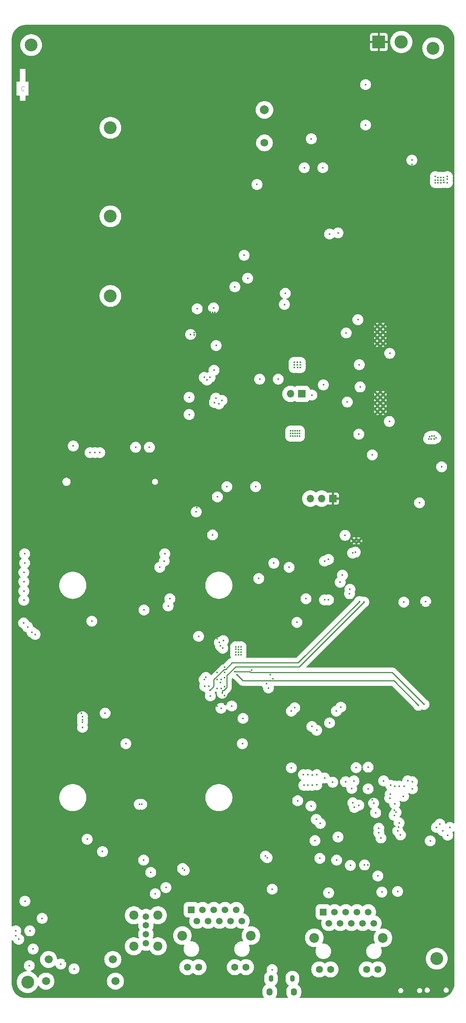
<source format=gbr>
%TF.GenerationSoftware,KiCad,Pcbnew,8.0.6*%
%TF.CreationDate,2025-01-01T18:14:04+00:00*%
%TF.ProjectId,srvant-mk2,73727661-6e74-42d6-9d6b-322e6b696361,rev?*%
%TF.SameCoordinates,Original*%
%TF.FileFunction,Copper,L3,Inr*%
%TF.FilePolarity,Positive*%
%FSLAX46Y46*%
G04 Gerber Fmt 4.6, Leading zero omitted, Abs format (unit mm)*
G04 Created by KiCad (PCBNEW 8.0.6) date 2025-01-01 18:14:04*
%MOMM*%
%LPD*%
G01*
G04 APERTURE LIST*
%ADD10C,0.125000*%
%TA.AperFunction,NonConductor*%
%ADD11C,0.125000*%
%TD*%
%TA.AperFunction,ComponentPad*%
%ADD12R,1.700000X1.700000*%
%TD*%
%TA.AperFunction,ComponentPad*%
%ADD13O,1.700000X1.700000*%
%TD*%
%TA.AperFunction,ComponentPad*%
%ADD14C,2.900000*%
%TD*%
%TA.AperFunction,HeatsinkPad*%
%ADD15C,0.500000*%
%TD*%
%TA.AperFunction,ComponentPad*%
%ADD16C,1.473200*%
%TD*%
%TA.AperFunction,ComponentPad*%
%ADD17C,2.057400*%
%TD*%
%TA.AperFunction,ComponentPad*%
%ADD18C,0.500000*%
%TD*%
%TA.AperFunction,ComponentPad*%
%ADD19C,1.752600*%
%TD*%
%TA.AperFunction,ComponentPad*%
%ADD20C,2.006600*%
%TD*%
%TA.AperFunction,ComponentPad*%
%ADD21R,1.500000X1.500000*%
%TD*%
%TA.AperFunction,ComponentPad*%
%ADD22C,1.500000*%
%TD*%
%TA.AperFunction,ComponentPad*%
%ADD23C,1.600000*%
%TD*%
%TA.AperFunction,ComponentPad*%
%ADD24C,2.200000*%
%TD*%
%TA.AperFunction,ComponentPad*%
%ADD25C,1.828800*%
%TD*%
%TA.AperFunction,ComponentPad*%
%ADD26O,1.350000X1.700000*%
%TD*%
%TA.AperFunction,ComponentPad*%
%ADD27O,1.100000X1.500000*%
%TD*%
%TA.AperFunction,ComponentPad*%
%ADD28C,0.600000*%
%TD*%
%TA.AperFunction,ComponentPad*%
%ADD29R,3.000000X3.000000*%
%TD*%
%TA.AperFunction,ComponentPad*%
%ADD30C,3.000000*%
%TD*%
%TA.AperFunction,ViaPad*%
%ADD31C,0.450000*%
%TD*%
%TA.AperFunction,Conductor*%
%ADD32C,0.250000*%
%TD*%
G04 APERTURE END LIST*
D10*
D11*
X-116466240Y-14128880D02*
X-116513859Y-14176500D01*
X-116513859Y-14176500D02*
X-116656716Y-14224119D01*
X-116656716Y-14224119D02*
X-116751954Y-14224119D01*
X-116751954Y-14224119D02*
X-116894811Y-14176500D01*
X-116894811Y-14176500D02*
X-116990049Y-14081261D01*
X-116990049Y-14081261D02*
X-117037668Y-13986023D01*
X-117037668Y-13986023D02*
X-117085287Y-13795547D01*
X-117085287Y-13795547D02*
X-117085287Y-13652690D01*
X-117085287Y-13652690D02*
X-117037668Y-13462214D01*
X-117037668Y-13462214D02*
X-116990049Y-13366976D01*
X-116990049Y-13366976D02*
X-116894811Y-13271738D01*
X-116894811Y-13271738D02*
X-116751954Y-13224119D01*
X-116751954Y-13224119D02*
X-116656716Y-13224119D01*
X-116656716Y-13224119D02*
X-116513859Y-13271738D01*
X-116513859Y-13271738D02*
X-116466240Y-13319357D01*
D12*
%TO.N,GND*%
%TO.C,J3*%
X-46760000Y-106400000D03*
D13*
%TO.N,/bmc/BMC_DEBUG_TX*%
X-49300000Y-106400000D03*
%TO.N,/bmc/BMC_DEBUG_RX*%
X-51840000Y-106400000D03*
%TD*%
D14*
%TO.N,N/C*%
%TO.C,H1*%
X-97000000Y-60600000D03*
%TD*%
D15*
%TO.N,GND*%
%TO.C,U26*%
X-35420000Y-71362500D03*
X-35420000Y-70062500D03*
X-35420000Y-68762500D03*
X-35420000Y-67462500D03*
X-36720000Y-71362500D03*
X-36720000Y-70062500D03*
X-36720000Y-68762500D03*
X-36720000Y-67462500D03*
%TD*%
D16*
%TO.N,/cm4/+5v_HOST_VBUS*%
%TO.C,J11*%
X-88988349Y-206857350D03*
%TO.N,/cm4/USB_OUT_N*%
X-88988349Y-204857351D03*
%TO.N,/cm4/USB_OUT_P*%
X-88988349Y-202857350D03*
%TO.N,Net-(J11-GND)*%
X-88988349Y-200857352D03*
D17*
X-91708349Y-207587351D03*
%TO.N,N/C*%
X-86268349Y-207587351D03*
X-91708349Y-200587350D03*
X-86268349Y-200587350D03*
%TD*%
D18*
%TO.N,GND*%
%TO.C,U2*%
X-35400000Y-86762500D03*
X-35400000Y-85462500D03*
X-35400000Y-84162500D03*
X-35400000Y-82862500D03*
X-36700000Y-86762500D03*
X-36700000Y-85462500D03*
X-36700000Y-84162500D03*
X-36700000Y-82862500D03*
%TD*%
D19*
%TO.N,N/C*%
%TO.C,BT1*%
X-62200000Y-26000000D03*
D20*
X-62200000Y-18550091D03*
%TD*%
D14*
%TO.N,N/C*%
%TO.C,H6*%
X-23300000Y-210400000D03*
%TD*%
%TO.N,N/C*%
%TO.C,H5*%
X-115700000Y-215700000D03*
%TD*%
%TO.N,N/C*%
%TO.C,H7*%
X-24100000Y-4600000D03*
%TD*%
D21*
%TO.N,/BMC ethernet/TXRXA_P*%
%TO.C,J5*%
X-48915000Y-199840000D03*
D22*
%TO.N,/BMC ethernet/TXRXA_N*%
X-47645000Y-202380000D03*
%TO.N,/BMC ethernet/TXRXB_P*%
X-46375000Y-199840000D03*
%TO.N,/BMC ethernet/TXRXB_N*%
X-45105000Y-202380000D03*
%TO.N,Net-(C40-Pad1)*%
X-43835000Y-199840000D03*
%TO.N,Net-(C44-Pad1)*%
X-42565000Y-202380000D03*
%TO.N,/BMC ethernet/TXRXC_P*%
X-41295000Y-199840000D03*
%TO.N,/BMC ethernet/TXRXC_N*%
X-40025000Y-202380000D03*
%TO.N,/BMC ethernet/TXRXD_P*%
X-38755000Y-199840000D03*
%TO.N,/BMC ethernet/TXRXD_N*%
X-37485000Y-202380000D03*
D23*
%TO.N,/BMC ethernet/3.3v_PHY*%
X-49830000Y-212810000D03*
%TO.N,Net-(J5-LED2-)*%
X-47290000Y-212810000D03*
%TO.N,/BMC ethernet/3.3v_PHY*%
X-39110000Y-212810000D03*
%TO.N,Net-(J5-LED1-)*%
X-36570000Y-212810000D03*
D24*
%TO.N,Net-(FB5-Pad2)*%
X-50945000Y-205680000D03*
X-35455000Y-205680000D03*
%TD*%
D25*
%TO.N,N/C*%
%TO.C,J10*%
X-110949998Y-210569999D03*
X-96450002Y-210569999D03*
X-111550000Y-215470000D03*
X-95850000Y-215470000D03*
%TD*%
D14*
%TO.N,N/C*%
%TO.C,H2*%
X-97000000Y-42600000D03*
%TD*%
D21*
%TO.N,/cm4/TRD0_P*%
%TO.C,J9*%
X-78715000Y-199330000D03*
D22*
%TO.N,/cm4/TRD0_N*%
X-77445000Y-201870000D03*
%TO.N,/cm4/TRD1_N*%
X-76175000Y-199330000D03*
%TO.N,/cm4/TRD1_P*%
X-74905000Y-201870000D03*
%TO.N,Net-(C104-Pad1)*%
X-73635000Y-199330000D03*
X-72365000Y-201870000D03*
%TO.N,/cm4/TRD2_P*%
X-71095000Y-199330000D03*
%TO.N,/cm4/TRD2_N*%
X-69825000Y-201870000D03*
%TO.N,/cm4/TRD3_N*%
X-68555000Y-199330000D03*
%TO.N,/cm4/TRD3_P*%
X-67285000Y-201870000D03*
D23*
%TO.N,/BMC ethernet/+3v3_AUX*%
X-79630000Y-212300000D03*
%TO.N,Net-(J9-LED2-)*%
X-77090000Y-212300000D03*
%TO.N,/BMC ethernet/+3v3_AUX*%
X-68910000Y-212300000D03*
%TO.N,Net-(J9-LED1-)*%
X-66370000Y-212300000D03*
D24*
%TO.N,Net-(FB8-Pad1)*%
X-80745000Y-205170000D03*
X-65255000Y-205170000D03*
%TD*%
D14*
%TO.N,N/C*%
%TO.C,H4*%
X-114900000Y-3900000D03*
%TD*%
%TO.N,N/C*%
%TO.C,H3*%
X-97000000Y-22600000D03*
%TD*%
D26*
%TO.N,Net-(J4-GND)*%
%TO.C,J4*%
X-61030000Y-217886600D03*
D27*
X-60720000Y-214886600D03*
X-55880000Y-214886600D03*
D26*
X-55570000Y-217886600D03*
%TD*%
D12*
%TO.N,Net-(J2-Pin_1)*%
%TO.C,J2*%
X-53770500Y-82734200D03*
D13*
%TO.N,/BMC ethernet/+3v3_AUX*%
X-56310500Y-82734200D03*
%TD*%
D28*
%TO.N,GND*%
%TO.C,U22*%
X-41950000Y-115950000D03*
X-40950000Y-115950000D03*
%TD*%
D29*
%TO.N,GND*%
%TO.C,J12*%
X-36380000Y-3200000D03*
D30*
%TO.N,/power/VIN*%
X-31300000Y-3200000D03*
%TD*%
D31*
%TO.N,GND*%
X-45800000Y-172300000D03*
%TO.N,/BMC ethernet/3.3v_PHY*%
X-53400000Y-168800000D03*
X-52400000Y-168800000D03*
X-50400000Y-168800000D03*
%TO.N,GND*%
X-51400000Y-168900000D03*
%TO.N,/BMC ethernet/CLK125_EN*%
X-51400000Y-171200000D03*
%TO.N,/BMC ethernet/MODE2*%
X-50400000Y-171100000D03*
%TO.N,/BMC ethernet/CLK125_EN*%
X-42250000Y-175150000D03*
%TO.N,/BMC ethernet/MODE0*%
X-53300000Y-171200000D03*
X-41902001Y-176200000D03*
%TO.N,/BMC ethernet/MODE1*%
X-52400000Y-171200000D03*
X-40900000Y-175700000D03*
%TO.N,/BMC ethernet/MODE2*%
X-37550000Y-175250000D03*
%TO.N,/BMC ethernet/+3v3_AUX*%
X-60452000Y-194691000D03*
%TO.N,GND*%
X-31900000Y-180620000D03*
X-76254200Y-69174600D03*
X-34800000Y-172300000D03*
X-71326600Y-68895200D03*
X-39116000Y-181864000D03*
X-65000000Y-158200000D03*
X-20700000Y-96100000D03*
X-116586000Y-200787000D03*
X-101200000Y-211000000D03*
X-53340000Y-214630000D03*
X-109473998Y-204428800D03*
X-75314400Y-66863200D03*
X-40640000Y-181229000D03*
X-26500000Y-66800000D03*
X-30000000Y-82500000D03*
X-108300000Y-145300000D03*
X-71180000Y-148900000D03*
X-76400000Y-61900000D03*
X-72900000Y-138100000D03*
X-47117000Y-187198000D03*
X-39116000Y-181229000D03*
X-41529000Y-180594000D03*
X-24800000Y-130400000D03*
X-105200000Y-156100000D03*
X-39878000Y-181864000D03*
X-30500000Y-99600000D03*
X-108300000Y-139300000D03*
X-46482000Y-29083000D03*
X-107200000Y-211000000D03*
X-51300000Y-88300000D03*
X-103600000Y-154900000D03*
X-22400000Y-134200000D03*
X-71180000Y-156100000D03*
X-26800000Y-130400000D03*
X-33320000Y-76162500D03*
X-31200000Y-31200000D03*
X-28000000Y-74700000D03*
X-71180000Y-145700000D03*
X-108300000Y-150100000D03*
X-28194000Y-185801000D03*
X-69407600Y-193883000D03*
X-41529000Y-182499000D03*
X-48260000Y-78994000D03*
X-105065900Y-195825600D03*
X-72430200Y-194060800D03*
X-72900000Y-153300000D03*
X-49911000Y-195453000D03*
X-53530000Y-201979200D03*
X-35400000Y-32500000D03*
X-20500000Y-112312500D03*
X-41910000Y-183261000D03*
X-92600000Y-106600000D03*
X-43307000Y-180594000D03*
X-71200000Y-143300000D03*
X-43307000Y-179832000D03*
X-75543000Y-66075800D03*
X-78108400Y-66406000D03*
X-48006000Y-20574000D03*
X-86600000Y-95500000D03*
X-71326600Y-67904600D03*
X-108300000Y-151300000D03*
X-40386000Y-183261000D03*
X-78108400Y-67396600D03*
X-92900000Y-95400000D03*
X-75339800Y-68488800D03*
X-73130000Y-69200000D03*
X-49911000Y-194437000D03*
X-33782000Y-180520000D03*
X-103600000Y-142900000D03*
X-24800000Y-163200000D03*
X-34527015Y-183879015D03*
X-35600000Y-189500000D03*
X-43307000Y-182499000D03*
X-75420000Y-102700000D03*
X-108300000Y-142900000D03*
X-53400000Y-175300000D03*
X-28956000Y-215138000D03*
X-73765000Y-69250800D03*
X-26800000Y-82300000D03*
X-65000000Y-155200000D03*
X-37846000Y-174498000D03*
X-78108400Y-69403200D03*
X-71180000Y-144500000D03*
X-47879000Y-181229000D03*
X-31242000Y-212901000D03*
X-40700000Y-117442100D03*
X-39878000Y-179832000D03*
X-49149000Y-95250000D03*
X-44800000Y-160400000D03*
X-100200000Y-106700000D03*
X-35400000Y-31800000D03*
X-65100000Y-145200000D03*
X-73917400Y-64297800D03*
X-102700000Y-210900000D03*
X-76228800Y-66050400D03*
X-73104600Y-66126600D03*
X-74300000Y-157300000D03*
X-71200000Y-150900000D03*
X-65100000Y-152200000D03*
X-25700000Y-101600000D03*
X-41529000Y-181864000D03*
X-49022000Y-28321000D03*
X-71352000Y-65898000D03*
X-96985500Y-189992000D03*
X-72900000Y-147300000D03*
X-105700000Y-106500000D03*
X-52197000Y-78994000D03*
X-106930000Y-98370000D03*
X-71180000Y-154900000D03*
X-72900000Y-142900000D03*
X-103600000Y-153700000D03*
X-44710000Y-192705400D03*
X-50546000Y-185039000D03*
X-74908000Y-64247000D03*
X-33274000Y-183388000D03*
X-20600000Y-110212500D03*
X-91200000Y-106700000D03*
X-32766000Y-180520000D03*
X-48514000Y-184785000D03*
X-91400000Y-189600000D03*
X-26911750Y-24904250D03*
X-43815000Y-174371000D03*
X-108300000Y-154900000D03*
X-34800000Y-130400000D03*
X-49800000Y-160400000D03*
X-73104600Y-66914000D03*
X-72375233Y-62424767D03*
X-92900000Y-97400000D03*
X-49200000Y-88300000D03*
X-108300000Y-147700000D03*
X-89700000Y-106700000D03*
X-104200000Y-211000000D03*
X-20800000Y-19600000D03*
X-57898200Y-210091400D03*
X-44000000Y-172300000D03*
X-41800000Y-160500000D03*
X-47800000Y-160400000D03*
X-71301200Y-69403200D03*
X-27940000Y-16300000D03*
X-106970000Y-95370000D03*
X-103600000Y-146500000D03*
X-49900000Y-84600000D03*
X-72900000Y-149300000D03*
X-28800000Y-130400000D03*
X-86600000Y-98500000D03*
X-106970000Y-97370000D03*
X-76638600Y-193824200D03*
X-74400000Y-66863200D03*
X-94200000Y-106600000D03*
X-78108400Y-67904600D03*
X-76254200Y-68438000D03*
X-29600000Y-99600000D03*
X-68105000Y-48240000D03*
X-71180000Y-152900000D03*
X-29600000Y-212900000D03*
X-28100000Y-82400000D03*
X-106200000Y-106500000D03*
X-92900000Y-96400000D03*
X-62600000Y-56000000D03*
X-23241000Y-215011000D03*
X-40640000Y-178816000D03*
X-88500000Y-189100000D03*
X-75220000Y-111300000D03*
X-96985500Y-190792000D03*
X-103700000Y-140500000D03*
X-38900000Y-189200000D03*
X-105200000Y-106500000D03*
X-94742000Y-206375000D03*
X-39116000Y-178816000D03*
X-39116000Y-179832000D03*
X-30100000Y-90100000D03*
X-27600000Y-110212500D03*
X-29200000Y-185801000D03*
X-88300000Y-106700000D03*
X-99700000Y-211000000D03*
X-73765000Y-67676000D03*
X-43434000Y-178816000D03*
X-103600000Y-150100000D03*
X-71301200Y-67396600D03*
X-41529000Y-179832000D03*
X-73649400Y-194035400D03*
X-97790000Y-193675000D03*
X-40960000Y-192852400D03*
X-41180800Y-114307700D03*
X-108300000Y-144100000D03*
X-40640000Y-182499000D03*
X-95700000Y-106700000D03*
X-39116000Y-182499000D03*
X-27600000Y-112312500D03*
X-76228800Y-67676000D03*
X-35600000Y-187100000D03*
X-101600000Y-106600000D03*
X-74425400Y-68438000D03*
X-32900000Y-176800000D03*
X-50546000Y-185674000D03*
X-105116700Y-193666600D03*
X-43307000Y-181229000D03*
X-26500000Y-74600000D03*
X-26893250Y-24099250D03*
X-39878000Y-181229000D03*
X-78108400Y-68895200D03*
X-37465000Y-172339000D03*
X-97917000Y-195834000D03*
X-40640000Y-180594000D03*
X-55800000Y-55900000D03*
X-108300000Y-138100000D03*
X-77520000Y-108400000D03*
X-75339800Y-69174600D03*
X-26700000Y-90100000D03*
X-40640000Y-179832000D03*
X-73942800Y-66126600D03*
X-86548964Y-190815964D03*
X-27900000Y-17000000D03*
X-41148000Y-183261000D03*
X-108300000Y-141700000D03*
X-51800000Y-160400000D03*
X-35306000Y-177038000D03*
X-59800000Y-160400000D03*
X-38370000Y-195153800D03*
X-74300000Y-156100000D03*
X-28000000Y-96000000D03*
X-41700000Y-114268100D03*
X-32220000Y-76262500D03*
X-108300000Y-153700000D03*
X-28900000Y-30900000D03*
X-74400000Y-69200000D03*
X-39878000Y-180594000D03*
X-108300000Y-152500000D03*
X-27900000Y-17700000D03*
X-72900000Y-154900000D03*
X-72900000Y-145700000D03*
X-27940000Y-212900000D03*
X-71080000Y-157300000D03*
X-107785500Y-185292000D03*
X-28000000Y-90200000D03*
X-73800000Y-73400000D03*
X-28800000Y-99600000D03*
X-42418000Y-180594000D03*
X-73765000Y-68412600D03*
X-39751000Y-183261000D03*
X-73384000Y-64297800D03*
X-43307000Y-181864000D03*
X-30100000Y-74600000D03*
X-38370000Y-192791600D03*
X-73765000Y-66837800D03*
X-76254200Y-66837800D03*
X-97200000Y-106700000D03*
X-32220000Y-77562500D03*
X-51800000Y-130300000D03*
X-28000000Y-66900000D03*
X-25146000Y-160147000D03*
X-28100000Y-94000000D03*
X-42672000Y-183261000D03*
X-108300000Y-148900000D03*
X-108300000Y-140500000D03*
X-39116000Y-180594000D03*
X-76621200Y-196245200D03*
X-103600000Y-138100000D03*
X-42418000Y-178816000D03*
X-34800000Y-180520000D03*
X-49149000Y-72771000D03*
X-78133800Y-66888600D03*
X-72900000Y-151300000D03*
X-43434000Y-183261000D03*
X-72900000Y-144500000D03*
X-53800000Y-160400000D03*
X-48768000Y-177546000D03*
X-42926000Y-187071000D03*
X-47117000Y-186309000D03*
X-42418000Y-179832000D03*
X-110588998Y-206892800D03*
X-49911000Y-193548000D03*
X-74730200Y-66075800D03*
X-110743998Y-202092000D03*
X-74400000Y-64272400D03*
X-74425400Y-67676000D03*
X-48006000Y-11176000D03*
X-103600000Y-152500000D03*
X-40672800Y-114307700D03*
X-78146500Y-65906700D03*
X-87700000Y-106700000D03*
X-71326600Y-68387200D03*
X-22500000Y-152200000D03*
X-103700000Y-139300000D03*
X-39116000Y-183261000D03*
X-73155400Y-67676000D03*
X-35380000Y-175780000D03*
X-42418000Y-181229000D03*
X-43942000Y-188595000D03*
X-103600000Y-144100000D03*
X-103600000Y-141700000D03*
X-108300000Y-156100000D03*
X-108300000Y-146500000D03*
X-103600000Y-151300000D03*
X-80400000Y-68400000D03*
X-42077600Y-192827000D03*
X-49784000Y-177546000D03*
X-98700000Y-106600000D03*
X-41529000Y-181229000D03*
X-86600000Y-96500000D03*
X-73130000Y-68387200D03*
X-43393800Y-116368300D03*
X-92900000Y-98400000D03*
X-88900000Y-196596000D03*
X-69407600Y-196169000D03*
X-20600000Y-94100000D03*
X-101134700Y-185202800D03*
X-62865000Y-201422000D03*
X-57898200Y-212428200D03*
X-41529000Y-178816000D03*
X-61005000Y-48061400D03*
X-106970000Y-96370000D03*
X-39878000Y-178816000D03*
X-42418000Y-181864000D03*
X-71180000Y-146900000D03*
X-40513000Y-70485000D03*
X-44710000Y-195194600D03*
X-48768000Y-181229000D03*
X-33220000Y-77562500D03*
X-51200000Y-188400000D03*
X-40640000Y-181864000D03*
X-30100000Y-67100000D03*
X-39878000Y-182499000D03*
X-42418000Y-182499000D03*
X-51308000Y-72898000D03*
X-60579000Y-14097000D03*
X-51181000Y-95504000D03*
X-96885500Y-189092000D03*
X-75339800Y-67701400D03*
X-86600000Y-97500000D03*
%TO.N,/power/SENSE_IN-*%
X-23600000Y-33600000D03*
X-23500000Y-92700000D03*
X-24900000Y-92400000D03*
X-21800000Y-33800000D03*
X-25100000Y-92900000D03*
X-20900000Y-33600000D03*
X-22400000Y-33800000D03*
X-23000000Y-33800000D03*
X-21700000Y-34950000D03*
X-20900000Y-34200000D03*
X-24600000Y-92900000D03*
X-23600000Y-34400000D03*
X-22400000Y-35000000D03*
X-23000000Y-35000000D03*
X-20900000Y-35000000D03*
X-21800000Y-34400000D03*
X-23900000Y-92300000D03*
X-23900000Y-92900000D03*
X-23600000Y-35000000D03*
X-22400000Y-34400000D03*
X-23000000Y-34400000D03*
X-24400000Y-92300000D03*
%TO.N,Net-(Module1A-PI_nLED_Activity)*%
X-118364000Y-204089000D03*
X-69596000Y-153289000D03*
%TO.N,/power/BMC_I2C_0_SDA*%
X-47752000Y-129286000D03*
X-47752000Y-120142000D03*
%TO.N,/cm4/PCIE_nRST*%
X-98200000Y-154900000D03*
X-103300000Y-155700000D03*
%TO.N,/cm4/HDMI0_CEC*%
X-105200000Y-212700000D03*
X-114700000Y-136600000D03*
%TO.N,/cm4/HDMI0_HOTPLUG*%
X-108200000Y-211600000D03*
X-114000000Y-137100000D03*
%TO.N,/BMC ethernet/3.3v_PHY*%
X-45900000Y-188100000D03*
X-43900000Y-170400000D03*
X-31480000Y-182420000D03*
X-36600000Y-191700000D03*
X-35687000Y-195326000D03*
X-46800000Y-170500000D03*
X-54700000Y-174700000D03*
X-42500000Y-171900000D03*
X-49700000Y-187700000D03*
X-51689000Y-175895000D03*
X-49600000Y-179820000D03*
X-32131000Y-195199000D03*
%TO.N,/BMC ethernet/1V2*%
X-50800000Y-183700000D03*
X-38800000Y-172000000D03*
X-32900000Y-178000000D03*
X-50500000Y-178900000D03*
X-39600000Y-189200000D03*
X-33900000Y-174100000D03*
X-42800000Y-189300000D03*
X-47700000Y-195500000D03*
X-32100000Y-181500000D03*
%TO.N,/BMC ethernet/PHY_LED_ACT {slash} PHYAD0*%
X-36400000Y-181900000D03*
X-35900000Y-183100000D03*
%TO.N,CLK125_OUT*%
X-38800000Y-167100000D03*
X-41500000Y-167200000D03*
%TO.N,RXC*%
X-35300000Y-170200000D03*
X-42000000Y-170200000D03*
%TO.N,/cm4/ARM_TDI*%
X-116554000Y-129372000D03*
X-89408000Y-131572000D03*
%TO.N,/cm4/HOST_TPM_PIRQ#*%
X-75800000Y-79000000D03*
X-73500000Y-84700000D03*
%TO.N,/cm4/GPIO11*%
X-61300000Y-149200000D03*
X-74422000Y-151003000D03*
%TO.N,/cm4/GPIO10*%
X-61700000Y-148200000D03*
X-74800000Y-148800000D03*
%TO.N,/cm4/ARM_TCK*%
X-85852000Y-121920000D03*
X-116554000Y-123072000D03*
X-75692000Y-148800000D03*
X-72009000Y-149352000D03*
%TO.N,/cm4/ARM_TDO*%
X-72136000Y-147955000D03*
X-75819000Y-147320000D03*
X-116354000Y-120972000D03*
X-84836000Y-120523000D03*
%TO.N,/cm4/ARM_RTCK*%
X-75438000Y-146812000D03*
X-116354000Y-118872000D03*
X-72009000Y-147320000D03*
X-84709000Y-118872000D03*
%TO.N,/bmc/BMC_UART0_RX*%
X-26162000Y-152908000D03*
X-68961000Y-145542000D03*
%TO.N,/bmc/BMC_UART0_TX*%
X-27432000Y-153123000D03*
X-68453000Y-146177000D03*
%TO.N,/cm4/nRTC_INT*%
X-66800000Y-51400000D03*
X-66000000Y-56600000D03*
%TO.N,/cm4/nPWR_LED*%
X-115700000Y-135400000D03*
X-101200000Y-134100000D03*
X-71500000Y-138500000D03*
X-116300000Y-197400000D03*
%TO.N,/cm4/nEXTRST*%
X-79200000Y-83500000D03*
X-79200000Y-87400000D03*
%TO.N,/cm4/USBOTG_ID*%
X-103300000Y-158100000D03*
X-89500000Y-188100000D03*
X-93500000Y-161800000D03*
X-67183000Y-161798000D03*
%TO.N,/cm4/USB2_N*%
X-90475800Y-175500000D03*
X-103300000Y-156975800D03*
%TO.N,/cm4/USB2_P*%
X-103300000Y-156424200D03*
X-89924200Y-175500000D03*
%TO.N,/BMC ethernet/+3v3_AUX*%
X-49022000Y-31623000D03*
X-73100000Y-71800000D03*
X-55500000Y-75600000D03*
X-99400000Y-96000000D03*
X-77400000Y-63500000D03*
X-63300000Y-79400000D03*
X-87884000Y-190881000D03*
X-51623000Y-25085000D03*
X-87884000Y-190881000D03*
X-59100000Y-79400000D03*
X-54750000Y-76200000D03*
X-77620000Y-109400000D03*
X-54100000Y-76200000D03*
X-28900000Y-29900000D03*
X-68890000Y-58547000D03*
X-115316000Y-211963000D03*
X-57700000Y-62500000D03*
X-39370000Y-12827000D03*
X-78900000Y-69300000D03*
X-91300000Y-94800000D03*
X-54700000Y-76800000D03*
X-117700000Y-206000000D03*
X-54100000Y-75600000D03*
X-84466000Y-194299000D03*
X-55500000Y-76800000D03*
X-115200000Y-204100000D03*
X-101600000Y-96000000D03*
X-105400000Y-94500000D03*
X-44000000Y-114700000D03*
X-53213000Y-31623000D03*
X-73700000Y-63300000D03*
X-100500000Y-96000000D03*
X-39370000Y-21971000D03*
X-24765000Y-183769000D03*
X-48900000Y-80700000D03*
X-43000000Y-127900000D03*
X-42900000Y-126900000D03*
X-54100000Y-76800000D03*
X-73920000Y-114600000D03*
X-54750000Y-75600000D03*
X-55500000Y-76200000D03*
X-63900000Y-35400000D03*
X-88200000Y-94800000D03*
X-41100000Y-65962500D03*
X-57500000Y-60000000D03*
X-72820000Y-106000000D03*
X-40800000Y-76137500D03*
%TO.N,/bmc/3.3v_BMC*%
X-25800000Y-129667000D03*
X-20320000Y-180721000D03*
%TO.N,Net-(D8-K)*%
X-114455200Y-208205050D03*
%TO.N,Net-(D10-K)*%
X-118400000Y-205200000D03*
X-116600000Y-134500000D03*
%TO.N,/power/BMC_I2C_0_SCK*%
X-48641000Y-129286000D03*
X-48641000Y-120523000D03*
%TO.N,/bmc/BMC_DEBUG_TX*%
X-60300000Y-147100000D03*
%TO.N,/bmc/BMC_DEBUG_RX*%
X-60900000Y-146200000D03*
%TO.N,/bmc/BMC_I2C_3_SDA*%
X-44600000Y-123700000D03*
X-42300000Y-118700000D03*
%TO.N,/bmc/BMC_I2C_3_SCK*%
X-41700000Y-118500000D03*
X-45100000Y-125300000D03*
%TO.N,/bmc/+5V_BMC_OTG*%
X-60463600Y-212874200D03*
%TO.N,Net-(U12-TXD0)*%
X-32800000Y-171400000D03*
X-36400000Y-180900000D03*
X-32780000Y-175400000D03*
%TO.N,Net-(U12-TXD1)*%
X-31800000Y-179700000D03*
X-31800000Y-171400000D03*
%TO.N,Net-(U12-TXC)*%
X-33800000Y-173200000D03*
X-33700000Y-171200000D03*
%TO.N,Net-(U12-TX_CTL)*%
X-37100000Y-177400000D03*
X-30700000Y-171400000D03*
X-32500000Y-177300000D03*
X-30800000Y-173700000D03*
%TO.N,/power/BMC_HOST_POWER_EN*%
X-60100000Y-121000000D03*
X-51500000Y-83000000D03*
%TO.N,/bmc/BMC_USER_LED*%
X-51500000Y-157900000D03*
X-22606000Y-179959000D03*
%TO.N,/bmc/EMMC_KEY*%
X-30734000Y-129794000D03*
X-45598000Y-46355000D03*
%TO.N,/bmc/RST_KEY*%
X-37846000Y-96520000D03*
X-47498000Y-46609000D03*
%TO.N,RXD3*%
X-28800000Y-170400000D03*
X-28800000Y-172000000D03*
%TO.N,/bmc/BMC_ID_LED*%
X-50419000Y-158750000D03*
X-23368000Y-180721000D03*
%TO.N,PHY_INT_N*%
X-48641000Y-169545000D03*
X-55372000Y-153670000D03*
%TO.N,/bmc/BMC_USB_HOST_P*%
X-80695021Y-190004979D03*
X-61976779Y-187189072D03*
%TO.N,/bmc/BMC_USB_HOST_N*%
X-61586737Y-187579114D03*
X-80304979Y-190395021D03*
%TO.N,/bmc/+5v_BMC*%
X-22200000Y-99212500D03*
X-27200000Y-107337500D03*
%TO.N,/cm4/+5v_HOST*%
X-40900000Y-91837500D03*
X-98785500Y-186192000D03*
X-55800000Y-92300000D03*
X-40600000Y-81162500D03*
X-68700000Y-139900000D03*
X-54300000Y-91100000D03*
X-55800000Y-91700000D03*
X-56305003Y-91700000D03*
X-54800000Y-91700000D03*
X-55300000Y-91100000D03*
X-54294997Y-92300000D03*
X-68700000Y-140455000D03*
X-55300000Y-92300000D03*
X-55800000Y-91100000D03*
X-54300000Y-91700000D03*
X-68700000Y-141700000D03*
X-67500000Y-139900000D03*
X-67500000Y-141700000D03*
X-68100000Y-141100000D03*
X-55300000Y-91700000D03*
X-68100000Y-141700000D03*
X-67500000Y-140500000D03*
X-68700000Y-141100000D03*
X-67500000Y-141100000D03*
X-68100000Y-140500000D03*
X-112408436Y-201281564D03*
X-54800000Y-92300000D03*
X-68100000Y-139900000D03*
X-56305003Y-92300000D03*
X-54800000Y-91100000D03*
X-56300000Y-91100000D03*
%TO.N,/bmc/BMC_HOST_POST_COMPLETE*%
X-77089000Y-137541000D03*
X-54864000Y-134366000D03*
%TO.N,/bmc/BMC_HOST_POWER_OUT*%
X-70700000Y-103700000D03*
X-64200000Y-103700000D03*
%TO.N,/bmc/BMC_HOST_nRPIBOOT*%
X-72390000Y-138938000D03*
X-56642000Y-121920000D03*
%TO.N,/bmc/BMC_HOST_EEPROM_nWP*%
X-67056000Y-156083000D03*
X-72009000Y-153797000D03*
%TO.N,/bmc/BMC_HOST_WL_nDis*%
X-63500000Y-124460000D03*
X-72136000Y-139700000D03*
%TO.N,/bmc/BMC_HOST_BT_nDis*%
X-71628000Y-140208000D03*
X-52832000Y-129032000D03*
%TO.N,/bmc/BMC_UART1_RX*%
X-39751000Y-129794000D03*
X-71755000Y-150368000D03*
%TO.N,/bmc/BMC_UART1_TX*%
X-74549000Y-149733000D03*
X-40767000Y-129667000D03*
%TO.N,Net-(U14-EN)*%
X-102235000Y-183388000D03*
X-86868000Y-195707000D03*
%TO.N,EPHY_25M*%
X-29845000Y-170180000D03*
X-45593000Y-182880000D03*
%TO.N,/bmc/BMC_HOST_POWER_BUTTON*%
X-20828000Y-182499000D03*
X-44958000Y-153543000D03*
%TO.N,/bmc/BMC_HOST_RESET_BUTTON*%
X-45974000Y-154432000D03*
X-21971000Y-181483000D03*
%TO.N,/cm4/HOST_SPI1_SCLK*%
X-73200000Y-83700000D03*
X-75200000Y-79600000D03*
%TO.N,/cm4/HOST_SPI1_MOSI*%
X-71800000Y-84200000D03*
X-73600000Y-77400000D03*
%TO.N,/cm4/HOST_SPI1_CE0_N*%
X-72500000Y-85000000D03*
X-74500000Y-79000000D03*
%TO.N,/cm4/ARM_TMS*%
X-83566000Y-129032000D03*
X-116554000Y-125172000D03*
%TO.N,/cm4/ARM_TRST*%
X-83947000Y-130683000D03*
X-116554000Y-127272000D03*
%TO.N,Net-(C69-Pad2)*%
X-34000000Y-88962500D03*
X-43500000Y-84562500D03*
%TO.N,MAC_RESET_OUT_N*%
X-56134000Y-154432000D03*
X-56134000Y-167259000D03*
%TO.N,Net-(C111-Pad2)*%
X-33900000Y-73562500D03*
X-43750000Y-68962500D03*
%TO.N,unconnected-(U5A-PD6{slash}LCD_D10{slash}LVDS0_CKP{slash}DSI_D2P{slash}UART5_RX{slash}PD_EINT6-Pad63)*%
X-47500000Y-157100000D03*
%TD*%
D32*
%TO.N,/bmc/BMC_UART0_RX*%
X-33350000Y-145720000D02*
X-26162000Y-152908000D01*
X-65436823Y-145542000D02*
X-65258823Y-145720000D01*
X-68961000Y-145542000D02*
X-65436823Y-145542000D01*
X-65258823Y-145720000D02*
X-33350000Y-145720000D01*
%TO.N,/bmc/BMC_UART0_TX*%
X-35185000Y-147580000D02*
X-67050000Y-147580000D01*
X-35179000Y-147574000D02*
X-35185000Y-147580000D01*
X-27432000Y-153123000D02*
X-32981000Y-147574000D01*
X-32981000Y-147574000D02*
X-35179000Y-147574000D01*
X-67050000Y-147580000D02*
X-68453000Y-146177000D01*
%TO.N,/bmc/BMC_UART1_RX*%
X-71755000Y-150368000D02*
X-71755000Y-149776823D01*
X-70700000Y-146392000D02*
X-68707000Y-144399000D01*
X-71378000Y-149776823D02*
X-70700000Y-149098823D01*
X-70700000Y-149098823D02*
X-70700000Y-146392000D01*
X-68707000Y-144399000D02*
X-54356000Y-144399000D01*
X-54356000Y-144399000D02*
X-39751000Y-129794000D01*
X-71755000Y-149776823D02*
X-71378000Y-149776823D01*
%TO.N,/bmc/BMC_UART1_TX*%
X-70981177Y-144980000D02*
X-71320000Y-144980000D01*
X-40767000Y-129667000D02*
X-54610000Y-143510000D01*
X-71320000Y-144980000D02*
X-73636000Y-147296000D01*
X-73636000Y-148820000D02*
X-74549000Y-149733000D01*
X-69511177Y-143510000D02*
X-70981177Y-144980000D01*
X-54610000Y-143510000D02*
X-69511177Y-143510000D01*
X-73636000Y-147296000D02*
X-73636000Y-148820000D01*
%TD*%
%TA.AperFunction,Conductor*%
%TO.N,GND*%
G36*
X-22599144Y699988D02*
G01*
X-22420909Y697489D01*
X-22408763Y696721D01*
X-22053716Y656716D01*
X-22040008Y654387D01*
X-21692517Y575075D01*
X-21679155Y571226D01*
X-21342715Y453501D01*
X-21329877Y448183D01*
X-21008747Y293536D01*
X-20996577Y286810D01*
X-20694763Y97167D01*
X-20683445Y89137D01*
X-20404755Y-133110D01*
X-20394406Y-142359D01*
X-20142359Y-394406D01*
X-20133110Y-404755D01*
X-19910862Y-683445D01*
X-19902832Y-694763D01*
X-19713182Y-996587D01*
X-19706472Y-1008730D01*
X-19551809Y-1329892D01*
X-19546503Y-1342702D01*
X-19438221Y-1652155D01*
X-19428773Y-1679155D01*
X-19424925Y-1692511D01*
X-19394256Y-1826884D01*
X-19345612Y-2040008D01*
X-19343283Y-2053714D01*
X-19303277Y-2408776D01*
X-19302510Y-2420895D01*
X-19301025Y-2526884D01*
X-19300012Y-2599144D01*
X-19300000Y-2600882D01*
X-19300000Y-179708520D01*
X-19319685Y-179775559D01*
X-19372489Y-179821314D01*
X-19441647Y-179831258D01*
X-19505203Y-179802233D01*
X-19511681Y-179796201D01*
X-19529251Y-179778630D01*
X-19529254Y-179778627D01*
X-19704909Y-179655631D01*
X-19899251Y-179565009D01*
X-19899260Y-179565005D01*
X-20106375Y-179509509D01*
X-20106386Y-179509507D01*
X-20319998Y-179490819D01*
X-20320002Y-179490819D01*
X-20533613Y-179509507D01*
X-20533618Y-179509507D01*
X-20533619Y-179509508D01*
X-20533620Y-179509508D01*
X-20533624Y-179509509D01*
X-20740739Y-179565005D01*
X-20740743Y-179565007D01*
X-20740747Y-179565008D01*
X-20763401Y-179575572D01*
X-20935089Y-179655631D01*
X-20935091Y-179655632D01*
X-21110740Y-179778623D01*
X-21110746Y-179778628D01*
X-21180971Y-179848853D01*
X-21242294Y-179882338D01*
X-21311986Y-179877354D01*
X-21367919Y-179835482D01*
X-21392180Y-179771983D01*
X-21394507Y-179745384D01*
X-21394509Y-179745375D01*
X-21450005Y-179538260D01*
X-21450009Y-179538251D01*
X-21540631Y-179343910D01*
X-21540632Y-179343908D01*
X-21663623Y-179168259D01*
X-21663628Y-179168253D01*
X-21815254Y-179016627D01*
X-21990909Y-178893631D01*
X-22185251Y-178803009D01*
X-22185260Y-178803005D01*
X-22392375Y-178747509D01*
X-22392386Y-178747507D01*
X-22605998Y-178728819D01*
X-22606002Y-178728819D01*
X-22819613Y-178747507D01*
X-22819618Y-178747507D01*
X-22819619Y-178747508D01*
X-22819620Y-178747508D01*
X-22819624Y-178747509D01*
X-23026739Y-178803005D01*
X-23026743Y-178803007D01*
X-23026747Y-178803008D01*
X-23123918Y-178848320D01*
X-23221089Y-178893631D01*
X-23221091Y-178893632D01*
X-23396740Y-179016623D01*
X-23396746Y-179016628D01*
X-23548371Y-179168253D01*
X-23548376Y-179168259D01*
X-23655143Y-179320739D01*
X-23671368Y-179343910D01*
X-23737803Y-179486381D01*
X-23751426Y-179515595D01*
X-23797598Y-179568034D01*
X-23811403Y-179575572D01*
X-23983089Y-179655631D01*
X-23983091Y-179655632D01*
X-24158740Y-179778623D01*
X-24158746Y-179778628D01*
X-24310371Y-179930253D01*
X-24310376Y-179930259D01*
X-24421710Y-180089261D01*
X-24433368Y-180105910D01*
X-24523992Y-180300253D01*
X-24579492Y-180507381D01*
X-24583888Y-180557627D01*
X-24597153Y-180709255D01*
X-24598181Y-180721000D01*
X-24579492Y-180934619D01*
X-24523992Y-181141747D01*
X-24433368Y-181336091D01*
X-24310373Y-181511745D01*
X-24158745Y-181663373D01*
X-23983091Y-181786368D01*
X-23788747Y-181876992D01*
X-23581619Y-181932492D01*
X-23421404Y-181946508D01*
X-23368002Y-181951181D01*
X-23368000Y-181951181D01*
X-23367998Y-181951181D01*
X-23281241Y-181943590D01*
X-23201680Y-181936630D01*
X-23133181Y-181950397D01*
X-23082998Y-181999012D01*
X-23078503Y-182007729D01*
X-23036368Y-182098091D01*
X-22913373Y-182273745D01*
X-22761745Y-182425373D01*
X-22586091Y-182548368D01*
X-22391747Y-182638992D01*
X-22184619Y-182694492D01*
X-22127476Y-182699490D01*
X-22062410Y-182724941D01*
X-22021430Y-182781531D01*
X-22018515Y-182790904D01*
X-21983992Y-182919747D01*
X-21893368Y-183114091D01*
X-21770373Y-183289745D01*
X-21618745Y-183441373D01*
X-21443091Y-183564368D01*
X-21248747Y-183654992D01*
X-21041619Y-183710492D01*
X-20881404Y-183724508D01*
X-20828002Y-183729181D01*
X-20828000Y-183729181D01*
X-20827998Y-183729181D01*
X-20766966Y-183723841D01*
X-20614381Y-183710492D01*
X-20407253Y-183654992D01*
X-20212909Y-183564368D01*
X-20037255Y-183441373D01*
X-19885627Y-183289745D01*
X-19804848Y-183174381D01*
X-19762631Y-183114090D01*
X-19694164Y-182967260D01*
X-19672008Y-182919747D01*
X-19672007Y-182919743D01*
X-19672005Y-182919739D01*
X-19616509Y-182712624D01*
X-19616507Y-182712613D01*
X-19597819Y-182499001D01*
X-19597819Y-182498998D01*
X-19616507Y-182285386D01*
X-19616509Y-182285375D01*
X-19672005Y-182078260D01*
X-19672010Y-182078246D01*
X-19738739Y-181935146D01*
X-19749231Y-181866069D01*
X-19720711Y-181802285D01*
X-19697481Y-181781168D01*
X-19529262Y-181663378D01*
X-19529261Y-181663377D01*
X-19529255Y-181663373D01*
X-19511681Y-181645799D01*
X-19450358Y-181612314D01*
X-19380666Y-181617298D01*
X-19324733Y-181659170D01*
X-19300316Y-181724634D01*
X-19300000Y-181733480D01*
X-19300000Y-215999117D01*
X-19300012Y-216000855D01*
X-19302510Y-216179103D01*
X-19303277Y-216191224D01*
X-19332993Y-216454959D01*
X-19343283Y-216546283D01*
X-19345612Y-216559991D01*
X-19424924Y-216907482D01*
X-19428773Y-216920844D01*
X-19542343Y-217245410D01*
X-19546498Y-217257284D01*
X-19551812Y-217270113D01*
X-19706468Y-217591261D01*
X-19713187Y-217603419D01*
X-19819814Y-217773115D01*
X-19902824Y-217905224D01*
X-19910869Y-217916562D01*
X-20118960Y-218177500D01*
X-20133102Y-218195234D01*
X-20142368Y-218205602D01*
X-20394397Y-218457631D01*
X-20404765Y-218466897D01*
X-20683434Y-218689128D01*
X-20694775Y-218697175D01*
X-20996577Y-218886810D01*
X-21008744Y-218893534D01*
X-21329877Y-219048183D01*
X-21342715Y-219053501D01*
X-21679155Y-219171226D01*
X-21692517Y-219175075D01*
X-22040008Y-219254387D01*
X-22053716Y-219256716D01*
X-22408763Y-219296721D01*
X-22420909Y-219297489D01*
X-22599144Y-219299988D01*
X-22600882Y-219300000D01*
X-54156890Y-219300000D01*
X-54223929Y-219280315D01*
X-54269684Y-219227511D01*
X-54279628Y-219158353D01*
X-54255266Y-219100515D01*
X-54173884Y-218994455D01*
X-54064065Y-218804245D01*
X-54016382Y-218689128D01*
X-53980014Y-218601329D01*
X-53923167Y-218389173D01*
X-53894501Y-218171428D01*
X-53894500Y-218171411D01*
X-53894500Y-217601788D01*
X-53894501Y-217601771D01*
X-53904743Y-217523971D01*
X-32002500Y-217523971D01*
X-32002500Y-217676029D01*
X-31963144Y-217822907D01*
X-31887115Y-217954593D01*
X-31779593Y-218062115D01*
X-31647910Y-218138142D01*
X-31647909Y-218138142D01*
X-31647907Y-218138144D01*
X-31501029Y-218177500D01*
X-31501026Y-218177500D01*
X-31348974Y-218177500D01*
X-31348971Y-218177500D01*
X-31202093Y-218138144D01*
X-31202090Y-218138142D01*
X-31202089Y-218138142D01*
X-31156559Y-218111855D01*
X-31070407Y-218062115D01*
X-30962885Y-217954593D01*
X-30905151Y-217854595D01*
X-30886857Y-217822910D01*
X-30886856Y-217822907D01*
X-30847500Y-217676029D01*
X-30847500Y-217523971D01*
X-27752500Y-217523971D01*
X-27752500Y-217676029D01*
X-27713144Y-217822907D01*
X-27637115Y-217954593D01*
X-27529593Y-218062115D01*
X-27397910Y-218138142D01*
X-27397909Y-218138142D01*
X-27397907Y-218138144D01*
X-27251029Y-218177500D01*
X-27251026Y-218177500D01*
X-27098974Y-218177500D01*
X-27098971Y-218177500D01*
X-26952093Y-218138144D01*
X-26952090Y-218138142D01*
X-26952089Y-218138142D01*
X-26906559Y-218111855D01*
X-26820407Y-218062115D01*
X-26712885Y-217954593D01*
X-26655151Y-217854595D01*
X-26636857Y-217822910D01*
X-26636856Y-217822907D01*
X-26597500Y-217676029D01*
X-26597500Y-217523971D01*
X-26624295Y-217423971D01*
X-26002500Y-217423971D01*
X-26002500Y-217576029D01*
X-25963144Y-217722907D01*
X-25887115Y-217854593D01*
X-25779593Y-217962115D01*
X-25647910Y-218038142D01*
X-25647909Y-218038142D01*
X-25647907Y-218038144D01*
X-25501029Y-218077500D01*
X-25501026Y-218077500D01*
X-25348974Y-218077500D01*
X-25348971Y-218077500D01*
X-25202093Y-218038144D01*
X-25202090Y-218038142D01*
X-25202089Y-218038142D01*
X-25162968Y-218015555D01*
X-25070407Y-217962115D01*
X-24962885Y-217854593D01*
X-24915844Y-217773116D01*
X-24886857Y-217722910D01*
X-24874295Y-217676029D01*
X-24847500Y-217576029D01*
X-24847500Y-217423971D01*
X-21752500Y-217423971D01*
X-21752500Y-217576029D01*
X-21713144Y-217722907D01*
X-21637115Y-217854593D01*
X-21529593Y-217962115D01*
X-21397910Y-218038142D01*
X-21397909Y-218038142D01*
X-21397907Y-218038144D01*
X-21251029Y-218077500D01*
X-21251026Y-218077500D01*
X-21098974Y-218077500D01*
X-21098971Y-218077500D01*
X-20952093Y-218038144D01*
X-20952090Y-218038142D01*
X-20952089Y-218038142D01*
X-20912968Y-218015555D01*
X-20820407Y-217962115D01*
X-20712885Y-217854593D01*
X-20665844Y-217773116D01*
X-20636857Y-217722910D01*
X-20624295Y-217676029D01*
X-20597500Y-217576029D01*
X-20597500Y-217423971D01*
X-20636856Y-217277093D01*
X-20636855Y-217277093D01*
X-20636857Y-217277089D01*
X-20712883Y-217145410D01*
X-20712887Y-217145404D01*
X-20820404Y-217037887D01*
X-20820410Y-217037883D01*
X-20952089Y-216961857D01*
X-20952088Y-216961857D01*
X-20995726Y-216950164D01*
X-21098971Y-216922500D01*
X-21251029Y-216922500D01*
X-21397907Y-216961856D01*
X-21397910Y-216961857D01*
X-21490468Y-217015296D01*
X-21529593Y-217037885D01*
X-21637115Y-217145407D01*
X-21713144Y-217277093D01*
X-21752500Y-217423971D01*
X-24847500Y-217423971D01*
X-24886856Y-217277093D01*
X-24886855Y-217277093D01*
X-24886857Y-217277089D01*
X-24962883Y-217145410D01*
X-24962887Y-217145404D01*
X-25070404Y-217037887D01*
X-25070410Y-217037883D01*
X-25202089Y-216961857D01*
X-25202088Y-216961857D01*
X-25245726Y-216950164D01*
X-25348971Y-216922500D01*
X-25501029Y-216922500D01*
X-25647907Y-216961856D01*
X-25647910Y-216961857D01*
X-25740468Y-217015296D01*
X-25779593Y-217037885D01*
X-25887115Y-217145407D01*
X-25963144Y-217277093D01*
X-26002500Y-217423971D01*
X-26624295Y-217423971D01*
X-26636856Y-217377093D01*
X-26636855Y-217377093D01*
X-26636857Y-217377089D01*
X-26712883Y-217245410D01*
X-26712887Y-217245404D01*
X-26820404Y-217137887D01*
X-26820410Y-217137883D01*
X-26952089Y-217061857D01*
X-26952088Y-217061857D01*
X-26995726Y-217050164D01*
X-27098971Y-217022500D01*
X-27251029Y-217022500D01*
X-27397907Y-217061856D01*
X-27397910Y-217061857D01*
X-27490468Y-217115296D01*
X-27529593Y-217137885D01*
X-27637115Y-217245407D01*
X-27713144Y-217377093D01*
X-27752500Y-217523971D01*
X-30847500Y-217523971D01*
X-30886856Y-217377093D01*
X-30886855Y-217377093D01*
X-30886857Y-217377089D01*
X-30962883Y-217245410D01*
X-30962887Y-217245404D01*
X-31070404Y-217137887D01*
X-31070410Y-217137883D01*
X-31202089Y-217061857D01*
X-31202088Y-217061857D01*
X-31245726Y-217050164D01*
X-31348971Y-217022500D01*
X-31501029Y-217022500D01*
X-31647907Y-217061856D01*
X-31647910Y-217061857D01*
X-31740468Y-217115296D01*
X-31779593Y-217137885D01*
X-31887115Y-217245407D01*
X-31963144Y-217377093D01*
X-32002500Y-217523971D01*
X-53904743Y-217523971D01*
X-53923167Y-217384026D01*
X-53980014Y-217171870D01*
X-54064063Y-216968958D01*
X-54064065Y-216968954D01*
X-54173884Y-216778745D01*
X-54173890Y-216778736D01*
X-54307588Y-216604497D01*
X-54307594Y-216604490D01*
X-54462890Y-216449194D01*
X-54462897Y-216449188D01*
X-54637136Y-216315490D01*
X-54637150Y-216315481D01*
X-54674078Y-216294159D01*
X-54722292Y-216243590D01*
X-54735512Y-216174982D01*
X-54709542Y-216110119D01*
X-54699755Y-216099093D01*
X-54697343Y-216096681D01*
X-54697339Y-216096676D01*
X-54553896Y-215899242D01*
X-54443097Y-215681787D01*
X-54367678Y-215449672D01*
X-54329500Y-215208626D01*
X-54329500Y-214564573D01*
X-54367678Y-214323527D01*
X-54443097Y-214091412D01*
X-54553896Y-213873957D01*
X-54697339Y-213676523D01*
X-54697343Y-213676518D01*
X-54869918Y-213503943D01*
X-54869923Y-213503939D01*
X-55067357Y-213360496D01*
X-55284812Y-213249697D01*
X-55516927Y-213174278D01*
X-55744077Y-213138301D01*
X-55757973Y-213136100D01*
X-56002027Y-213136100D01*
X-56074769Y-213147621D01*
X-56243072Y-213174278D01*
X-56243074Y-213174278D01*
X-56243076Y-213174279D01*
X-56475185Y-213249696D01*
X-56692639Y-213360494D01*
X-56692641Y-213360495D01*
X-56692642Y-213360496D01*
X-56890076Y-213503939D01*
X-56890081Y-213503943D01*
X-57062656Y-213676518D01*
X-57062660Y-213676523D01*
X-57127209Y-213765368D01*
X-57206106Y-213873961D01*
X-57316904Y-214091415D01*
X-57392321Y-214323524D01*
X-57430500Y-214564573D01*
X-57430500Y-215208627D01*
X-57392321Y-215449676D01*
X-57316904Y-215681785D01*
X-57206106Y-215899239D01*
X-57062655Y-216096683D01*
X-56890083Y-216269255D01*
X-56779966Y-216349259D01*
X-56737302Y-216404587D01*
X-56731323Y-216474200D01*
X-56763928Y-216535996D01*
X-56765172Y-216537257D01*
X-56832405Y-216604490D01*
X-56832410Y-216604496D01*
X-56966116Y-216778745D01*
X-57075935Y-216968955D01*
X-57075936Y-216968958D01*
X-57149023Y-217145407D01*
X-57159986Y-217171873D01*
X-57216832Y-217384025D01*
X-57245500Y-217601782D01*
X-57245500Y-218171418D01*
X-57216832Y-218389175D01*
X-57159986Y-218601327D01*
X-57075935Y-218804245D01*
X-56966116Y-218994455D01*
X-56884733Y-219100515D01*
X-56859540Y-219165683D01*
X-56873578Y-219234127D01*
X-56922392Y-219284117D01*
X-56983110Y-219300000D01*
X-59616890Y-219300000D01*
X-59683929Y-219280315D01*
X-59729684Y-219227511D01*
X-59739628Y-219158353D01*
X-59715266Y-219100515D01*
X-59633884Y-218994455D01*
X-59524065Y-218804245D01*
X-59476382Y-218689128D01*
X-59440014Y-218601329D01*
X-59383167Y-218389173D01*
X-59354501Y-218171428D01*
X-59354500Y-218171411D01*
X-59354500Y-217601788D01*
X-59354501Y-217601771D01*
X-59383167Y-217384026D01*
X-59440014Y-217171870D01*
X-59524063Y-216968958D01*
X-59524065Y-216968954D01*
X-59633884Y-216778745D01*
X-59633890Y-216778736D01*
X-59767588Y-216604497D01*
X-59767594Y-216604490D01*
X-59834828Y-216537257D01*
X-59868313Y-216475934D01*
X-59863329Y-216406242D01*
X-59821457Y-216350309D01*
X-59820115Y-216349318D01*
X-59709917Y-216269255D01*
X-59537345Y-216096683D01*
X-59537343Y-216096681D01*
X-59537339Y-216096676D01*
X-59393896Y-215899242D01*
X-59283097Y-215681787D01*
X-59207678Y-215449672D01*
X-59169500Y-215208626D01*
X-59169500Y-214564573D01*
X-59207678Y-214323527D01*
X-59283097Y-214091412D01*
X-59393893Y-213873961D01*
X-59481275Y-213753690D01*
X-59504754Y-213687883D01*
X-59488928Y-213619829D01*
X-59482535Y-213609688D01*
X-59408493Y-213503945D01*
X-59398231Y-213489290D01*
X-59317939Y-213317101D01*
X-59307608Y-213294947D01*
X-59307607Y-213294943D01*
X-59307605Y-213294939D01*
X-59252109Y-213087824D01*
X-59252107Y-213087813D01*
X-59233419Y-212874201D01*
X-59233419Y-212874198D01*
X-59239036Y-212809995D01*
X-51635549Y-212809995D01*
X-51635549Y-212810004D01*
X-51627784Y-212913619D01*
X-51615383Y-213079103D01*
X-51555334Y-213342195D01*
X-51456743Y-213593398D01*
X-51321815Y-213827102D01*
X-51153561Y-214038085D01*
X-51153557Y-214038087D01*
X-51153557Y-214038089D01*
X-51109259Y-214079190D01*
X-50955741Y-214221635D01*
X-50732774Y-214373651D01*
X-50489641Y-214490738D01*
X-50231772Y-214570280D01*
X-50231768Y-214570280D01*
X-50231767Y-214570281D01*
X-49964936Y-214610499D01*
X-49964929Y-214610500D01*
X-49964928Y-214610500D01*
X-49695072Y-214610500D01*
X-49695071Y-214610500D01*
X-49695068Y-214610499D01*
X-49695063Y-214610499D01*
X-49428232Y-214570281D01*
X-49428229Y-214570280D01*
X-49428228Y-214570280D01*
X-49170359Y-214490738D01*
X-49144854Y-214478455D01*
X-48927232Y-214373655D01*
X-48927231Y-214373654D01*
X-48927230Y-214373653D01*
X-48927225Y-214373651D01*
X-48704259Y-214221635D01*
X-48644339Y-214166037D01*
X-48581810Y-214134870D01*
X-48512353Y-214142457D01*
X-48475661Y-214166036D01*
X-48415741Y-214221635D01*
X-48192774Y-214373651D01*
X-47949641Y-214490738D01*
X-47691772Y-214570280D01*
X-47691768Y-214570280D01*
X-47691767Y-214570281D01*
X-47424936Y-214610499D01*
X-47424929Y-214610500D01*
X-47424928Y-214610500D01*
X-47155072Y-214610500D01*
X-47155071Y-214610500D01*
X-47155068Y-214610499D01*
X-47155063Y-214610499D01*
X-46888232Y-214570281D01*
X-46888229Y-214570280D01*
X-46888228Y-214570280D01*
X-46630359Y-214490738D01*
X-46604854Y-214478455D01*
X-46387232Y-214373655D01*
X-46387231Y-214373654D01*
X-46387230Y-214373653D01*
X-46387225Y-214373651D01*
X-46164259Y-214221635D01*
X-46153183Y-214211358D01*
X-45966442Y-214038089D01*
X-45865484Y-213911492D01*
X-45798185Y-213827102D01*
X-45663257Y-213593398D01*
X-45628146Y-213503939D01*
X-45564666Y-213342195D01*
X-45564664Y-213342188D01*
X-45504616Y-213079101D01*
X-45484451Y-212810004D01*
X-45484451Y-212809995D01*
X-40915549Y-212809995D01*
X-40915549Y-212810004D01*
X-40907784Y-212913619D01*
X-40895383Y-213079103D01*
X-40835334Y-213342195D01*
X-40736743Y-213593398D01*
X-40601815Y-213827102D01*
X-40433561Y-214038085D01*
X-40433557Y-214038087D01*
X-40433557Y-214038089D01*
X-40389259Y-214079190D01*
X-40235741Y-214221635D01*
X-40012774Y-214373651D01*
X-39769641Y-214490738D01*
X-39511772Y-214570280D01*
X-39511768Y-214570280D01*
X-39511767Y-214570281D01*
X-39244936Y-214610499D01*
X-39244929Y-214610500D01*
X-39244928Y-214610500D01*
X-38975072Y-214610500D01*
X-38975071Y-214610500D01*
X-38975068Y-214610499D01*
X-38975063Y-214610499D01*
X-38708232Y-214570281D01*
X-38708229Y-214570280D01*
X-38708228Y-214570280D01*
X-38450359Y-214490738D01*
X-38424854Y-214478455D01*
X-38207232Y-214373655D01*
X-38207231Y-214373654D01*
X-38207230Y-214373653D01*
X-38207225Y-214373651D01*
X-37984259Y-214221635D01*
X-37924339Y-214166037D01*
X-37861810Y-214134870D01*
X-37792353Y-214142457D01*
X-37755661Y-214166036D01*
X-37695741Y-214221635D01*
X-37472774Y-214373651D01*
X-37229641Y-214490738D01*
X-36971772Y-214570280D01*
X-36971768Y-214570280D01*
X-36971767Y-214570281D01*
X-36704936Y-214610499D01*
X-36704929Y-214610500D01*
X-36704928Y-214610500D01*
X-36435072Y-214610500D01*
X-36435071Y-214610500D01*
X-36435068Y-214610499D01*
X-36435063Y-214610499D01*
X-36168232Y-214570281D01*
X-36168229Y-214570280D01*
X-36168228Y-214570280D01*
X-35910359Y-214490738D01*
X-35884854Y-214478455D01*
X-35667232Y-214373655D01*
X-35667231Y-214373654D01*
X-35667230Y-214373653D01*
X-35667225Y-214373651D01*
X-35444259Y-214221635D01*
X-35433183Y-214211358D01*
X-35246442Y-214038089D01*
X-35145484Y-213911492D01*
X-35078185Y-213827102D01*
X-34943257Y-213593398D01*
X-34908146Y-213503939D01*
X-34844666Y-213342195D01*
X-34844664Y-213342188D01*
X-34784616Y-213079101D01*
X-34764451Y-212810004D01*
X-34764451Y-212809995D01*
X-34784616Y-212540898D01*
X-34844664Y-212277811D01*
X-34844666Y-212277804D01*
X-34943256Y-212026603D01*
X-34943258Y-212026599D01*
X-35078185Y-211792898D01*
X-35246442Y-211581910D01*
X-35444258Y-211398365D01*
X-35667231Y-211246345D01*
X-35667232Y-211246344D01*
X-35910356Y-211129263D01*
X-35910354Y-211129263D01*
X-36168226Y-211049720D01*
X-36168232Y-211049718D01*
X-36435063Y-211009500D01*
X-36435071Y-211009500D01*
X-36704929Y-211009500D01*
X-36704936Y-211009500D01*
X-36971767Y-211049718D01*
X-36971773Y-211049720D01*
X-37229641Y-211129262D01*
X-37472769Y-211246346D01*
X-37472771Y-211246348D01*
X-37472774Y-211246349D01*
X-37678171Y-211386386D01*
X-37695745Y-211398368D01*
X-37755660Y-211453960D01*
X-37818192Y-211485128D01*
X-37887649Y-211477541D01*
X-37924340Y-211453960D01*
X-37984254Y-211398368D01*
X-38207231Y-211246345D01*
X-38207232Y-211246344D01*
X-38450356Y-211129263D01*
X-38450354Y-211129263D01*
X-38708226Y-211049720D01*
X-38708232Y-211049718D01*
X-38975063Y-211009500D01*
X-38975071Y-211009500D01*
X-39244929Y-211009500D01*
X-39244936Y-211009500D01*
X-39511767Y-211049718D01*
X-39511773Y-211049720D01*
X-39769641Y-211129262D01*
X-40012769Y-211246346D01*
X-40012771Y-211246348D01*
X-40012774Y-211246349D01*
X-40097155Y-211303879D01*
X-40235741Y-211398365D01*
X-40433557Y-211581910D01*
X-40433560Y-211581914D01*
X-40433561Y-211581915D01*
X-40601815Y-211792898D01*
X-40736743Y-212026602D01*
X-40835334Y-212277805D01*
X-40895383Y-212540897D01*
X-40895494Y-212542373D01*
X-40915549Y-212809995D01*
X-45484451Y-212809995D01*
X-45504616Y-212540898D01*
X-45564664Y-212277811D01*
X-45564666Y-212277804D01*
X-45663256Y-212026603D01*
X-45663258Y-212026599D01*
X-45798185Y-211792898D01*
X-45966442Y-211581910D01*
X-46164258Y-211398365D01*
X-46387231Y-211246345D01*
X-46387232Y-211246344D01*
X-46630356Y-211129263D01*
X-46630354Y-211129263D01*
X-46888226Y-211049720D01*
X-46888232Y-211049718D01*
X-47155063Y-211009500D01*
X-47155071Y-211009500D01*
X-47424929Y-211009500D01*
X-47424936Y-211009500D01*
X-47691767Y-211049718D01*
X-47691773Y-211049720D01*
X-47949641Y-211129262D01*
X-48192769Y-211246346D01*
X-48192771Y-211246348D01*
X-48192774Y-211246349D01*
X-48398171Y-211386386D01*
X-48415745Y-211398368D01*
X-48475660Y-211453960D01*
X-48538192Y-211485128D01*
X-48607649Y-211477541D01*
X-48644340Y-211453960D01*
X-48704254Y-211398368D01*
X-48927231Y-211246345D01*
X-48927232Y-211246344D01*
X-49170356Y-211129263D01*
X-49170354Y-211129263D01*
X-49428226Y-211049720D01*
X-49428232Y-211049718D01*
X-49695063Y-211009500D01*
X-49695071Y-211009500D01*
X-49964929Y-211009500D01*
X-49964936Y-211009500D01*
X-50231767Y-211049718D01*
X-50231773Y-211049720D01*
X-50489641Y-211129262D01*
X-50732769Y-211246346D01*
X-50732771Y-211246348D01*
X-50732774Y-211246349D01*
X-50817155Y-211303879D01*
X-50955741Y-211398365D01*
X-51153557Y-211581910D01*
X-51153560Y-211581914D01*
X-51153561Y-211581915D01*
X-51321815Y-211792898D01*
X-51456743Y-212026602D01*
X-51555334Y-212277805D01*
X-51615383Y-212540897D01*
X-51615494Y-212542373D01*
X-51635549Y-212809995D01*
X-59239036Y-212809995D01*
X-59252107Y-212660586D01*
X-59252109Y-212660575D01*
X-59307605Y-212453460D01*
X-59307609Y-212453451D01*
X-59398231Y-212259110D01*
X-59398232Y-212259108D01*
X-59521223Y-212083459D01*
X-59521228Y-212083453D01*
X-59672854Y-211931827D01*
X-59848509Y-211808831D01*
X-60042851Y-211718209D01*
X-60042860Y-211718205D01*
X-60249975Y-211662709D01*
X-60249986Y-211662707D01*
X-60463598Y-211644019D01*
X-60463602Y-211644019D01*
X-60677213Y-211662707D01*
X-60677218Y-211662707D01*
X-60677219Y-211662708D01*
X-60677220Y-211662708D01*
X-60677224Y-211662709D01*
X-60884339Y-211718205D01*
X-60884343Y-211718207D01*
X-60884347Y-211718208D01*
X-60951197Y-211749381D01*
X-61078689Y-211808831D01*
X-61078691Y-211808832D01*
X-61254340Y-211931823D01*
X-61254346Y-211931828D01*
X-61405971Y-212083453D01*
X-61405976Y-212083459D01*
X-61477095Y-212185028D01*
X-61528968Y-212259110D01*
X-61619592Y-212453453D01*
X-61619593Y-212453459D01*
X-61619594Y-212453460D01*
X-61628415Y-212486381D01*
X-61675092Y-212660581D01*
X-61688327Y-212811855D01*
X-61691707Y-212850499D01*
X-61693781Y-212874200D01*
X-61675092Y-213087819D01*
X-61619592Y-213294947D01*
X-61617962Y-213298441D01*
X-61607462Y-213367514D01*
X-61635973Y-213431302D01*
X-61657449Y-213451173D01*
X-61730083Y-213503945D01*
X-61730085Y-213503947D01*
X-61902656Y-213676518D01*
X-61902660Y-213676523D01*
X-61967209Y-213765368D01*
X-62046106Y-213873961D01*
X-62156904Y-214091415D01*
X-62232321Y-214323524D01*
X-62270500Y-214564573D01*
X-62270500Y-215208627D01*
X-62232321Y-215449676D01*
X-62156904Y-215681785D01*
X-62046106Y-215899239D01*
X-61902655Y-216096683D01*
X-61900248Y-216099089D01*
X-61899626Y-216100228D01*
X-61899491Y-216100387D01*
X-61899524Y-216100415D01*
X-61866761Y-216160406D01*
X-61871740Y-216230098D01*
X-61913606Y-216286035D01*
X-61925922Y-216294159D01*
X-61954429Y-216310619D01*
X-61962855Y-216315484D01*
X-61962861Y-216315489D01*
X-61962863Y-216315490D01*
X-62137102Y-216449188D01*
X-62137109Y-216449194D01*
X-62292405Y-216604490D01*
X-62292410Y-216604496D01*
X-62426116Y-216778745D01*
X-62535935Y-216968955D01*
X-62535936Y-216968958D01*
X-62609023Y-217145407D01*
X-62619986Y-217171873D01*
X-62676832Y-217384025D01*
X-62705500Y-217601782D01*
X-62705500Y-218171418D01*
X-62676832Y-218389175D01*
X-62619986Y-218601327D01*
X-62535935Y-218804245D01*
X-62426116Y-218994455D01*
X-62344733Y-219100515D01*
X-62319540Y-219165683D01*
X-62333578Y-219234127D01*
X-62382392Y-219284117D01*
X-62443110Y-219300000D01*
X-115999118Y-219300000D01*
X-116000856Y-219299988D01*
X-116179090Y-219297489D01*
X-116191236Y-219296721D01*
X-116546283Y-219256716D01*
X-116559991Y-219254387D01*
X-116907482Y-219175075D01*
X-116920844Y-219171226D01*
X-117257284Y-219053501D01*
X-117270132Y-219048179D01*
X-117591252Y-218893536D01*
X-117603422Y-218886810D01*
X-117905224Y-218697175D01*
X-117916565Y-218689128D01*
X-118195234Y-218466897D01*
X-118205602Y-218457631D01*
X-118457631Y-218205602D01*
X-118466897Y-218195234D01*
X-118689128Y-217916565D01*
X-118697175Y-217905224D01*
X-118886810Y-217603422D01*
X-118893536Y-217591252D01*
X-119028003Y-217312027D01*
X-119048180Y-217270128D01*
X-119053501Y-217257284D01*
X-119171226Y-216920844D01*
X-119175075Y-216907482D01*
X-119254387Y-216559991D01*
X-119256716Y-216546283D01*
X-119296721Y-216191236D01*
X-119297489Y-216179090D01*
X-119299988Y-216000855D01*
X-119300000Y-215999117D01*
X-119300000Y-215699994D01*
X-118155345Y-215699994D01*
X-118155345Y-215700005D01*
X-118136417Y-216000855D01*
X-118135984Y-216007736D01*
X-118078206Y-216310619D01*
X-117982922Y-216603873D01*
X-117851635Y-216882871D01*
X-117686416Y-217143216D01*
X-117489869Y-217380799D01*
X-117265096Y-217591876D01*
X-117015640Y-217773116D01*
X-116745435Y-217921663D01*
X-116745427Y-217921666D01*
X-116745426Y-217921667D01*
X-116458746Y-218035171D01*
X-116458743Y-218035172D01*
X-116160086Y-218111854D01*
X-116036722Y-218127438D01*
X-115854183Y-218150499D01*
X-115854175Y-218150499D01*
X-115854172Y-218150500D01*
X-115854170Y-218150500D01*
X-115545830Y-218150500D01*
X-115545828Y-218150500D01*
X-115545825Y-218150499D01*
X-115545816Y-218150499D01*
X-115304091Y-218119961D01*
X-115239914Y-218111854D01*
X-115239910Y-218111853D01*
X-114941256Y-218035172D01*
X-114941253Y-218035171D01*
X-114654573Y-217921667D01*
X-114654572Y-217921666D01*
X-114654570Y-217921665D01*
X-114654565Y-217921663D01*
X-114384360Y-217773116D01*
X-114384353Y-217773110D01*
X-114384348Y-217773108D01*
X-114134912Y-217591882D01*
X-114134902Y-217591874D01*
X-113910132Y-217380800D01*
X-113901403Y-217370249D01*
X-113713584Y-217143216D01*
X-113713579Y-217143209D01*
X-113713577Y-217143206D01*
X-113548366Y-216882873D01*
X-113548362Y-216882867D01*
X-113417080Y-216603879D01*
X-113392398Y-216527917D01*
X-113352960Y-216470242D01*
X-113288601Y-216443044D01*
X-113219755Y-216454959D01*
X-113168279Y-216502203D01*
X-113165649Y-216506785D01*
X-113165031Y-216507917D01*
X-113000881Y-216727196D01*
X-112807196Y-216920881D01*
X-112587917Y-217085031D01*
X-112347515Y-217216300D01*
X-112347514Y-217216300D01*
X-112347510Y-217216303D01*
X-112090868Y-217312026D01*
X-111823215Y-217370250D01*
X-111569542Y-217388393D01*
X-111550001Y-217389791D01*
X-111550000Y-217389791D01*
X-111549999Y-217389791D01*
X-111528952Y-217388285D01*
X-111276785Y-217370250D01*
X-111009132Y-217312026D01*
X-110752490Y-217216303D01*
X-110752487Y-217216301D01*
X-110752483Y-217216300D01*
X-110512088Y-217085034D01*
X-110512080Y-217085029D01*
X-110292811Y-216920887D01*
X-110292793Y-216920871D01*
X-110099128Y-216727206D01*
X-110099112Y-216727188D01*
X-109934970Y-216507919D01*
X-109934965Y-216507911D01*
X-109803699Y-216267516D01*
X-109744993Y-216110119D01*
X-109707974Y-216010868D01*
X-109707972Y-216010860D01*
X-109649751Y-215743223D01*
X-109649750Y-215743216D01*
X-109630209Y-215470001D01*
X-109630209Y-215470000D01*
X-97769791Y-215470000D01*
X-97750250Y-215743215D01*
X-97692026Y-216010868D01*
X-97596303Y-216267510D01*
X-97465031Y-216507917D01*
X-97300881Y-216727196D01*
X-97107196Y-216920881D01*
X-96887917Y-217085031D01*
X-96647515Y-217216300D01*
X-96647514Y-217216300D01*
X-96647510Y-217216303D01*
X-96390868Y-217312026D01*
X-96123215Y-217370250D01*
X-95869542Y-217388393D01*
X-95850001Y-217389791D01*
X-95850000Y-217389791D01*
X-95849999Y-217389791D01*
X-95828952Y-217388285D01*
X-95576785Y-217370250D01*
X-95309132Y-217312026D01*
X-95052490Y-217216303D01*
X-95052487Y-217216301D01*
X-95052483Y-217216300D01*
X-94812088Y-217085034D01*
X-94812080Y-217085029D01*
X-94592811Y-216920887D01*
X-94592793Y-216920871D01*
X-94399128Y-216727206D01*
X-94399112Y-216727188D01*
X-94234970Y-216507919D01*
X-94234965Y-216507911D01*
X-94103699Y-216267516D01*
X-94044993Y-216110119D01*
X-94007974Y-216010868D01*
X-94007972Y-216010860D01*
X-93949751Y-215743223D01*
X-93949750Y-215743216D01*
X-93930209Y-215470001D01*
X-93930209Y-215469998D01*
X-93949750Y-215196783D01*
X-93949751Y-215196776D01*
X-94007972Y-214929139D01*
X-94007973Y-214929135D01*
X-94007974Y-214929132D01*
X-94094023Y-214698426D01*
X-94103699Y-214672483D01*
X-94234965Y-214432088D01*
X-94234970Y-214432080D01*
X-94399112Y-214212811D01*
X-94399128Y-214212793D01*
X-94592793Y-214019128D01*
X-94592811Y-214019112D01*
X-94812080Y-213854970D01*
X-94812088Y-213854965D01*
X-95052484Y-213723699D01*
X-95052483Y-213723699D01*
X-95180811Y-213675835D01*
X-95309132Y-213627974D01*
X-95309135Y-213627973D01*
X-95309139Y-213627972D01*
X-95576776Y-213569751D01*
X-95576783Y-213569750D01*
X-95849999Y-213550209D01*
X-95850001Y-213550209D01*
X-96123216Y-213569750D01*
X-96123223Y-213569751D01*
X-96390860Y-213627972D01*
X-96390861Y-213627972D01*
X-96390868Y-213627974D01*
X-96528075Y-213679150D01*
X-96647516Y-213723699D01*
X-96887911Y-213854965D01*
X-96887919Y-213854970D01*
X-97107188Y-214019112D01*
X-97107206Y-214019128D01*
X-97300871Y-214212793D01*
X-97300887Y-214212811D01*
X-97465029Y-214432080D01*
X-97465034Y-214432088D01*
X-97596300Y-214672483D01*
X-97596301Y-214672487D01*
X-97596303Y-214672490D01*
X-97692026Y-214929132D01*
X-97750250Y-215196785D01*
X-97769791Y-215470000D01*
X-109630209Y-215470000D01*
X-109630209Y-215469998D01*
X-109649750Y-215196783D01*
X-109649751Y-215196776D01*
X-109707972Y-214929139D01*
X-109707973Y-214929135D01*
X-109707974Y-214929132D01*
X-109794023Y-214698426D01*
X-109803699Y-214672483D01*
X-109934965Y-214432088D01*
X-109934970Y-214432080D01*
X-110099112Y-214212811D01*
X-110099128Y-214212793D01*
X-110292793Y-214019128D01*
X-110292811Y-214019112D01*
X-110512080Y-213854970D01*
X-110512088Y-213854965D01*
X-110752484Y-213723699D01*
X-110752483Y-213723699D01*
X-110880811Y-213675835D01*
X-111009132Y-213627974D01*
X-111009135Y-213627973D01*
X-111009139Y-213627972D01*
X-111276776Y-213569751D01*
X-111276783Y-213569750D01*
X-111549999Y-213550209D01*
X-111550001Y-213550209D01*
X-111823216Y-213569750D01*
X-111823223Y-213569751D01*
X-112090860Y-213627972D01*
X-112090861Y-213627972D01*
X-112090868Y-213627974D01*
X-112228075Y-213679150D01*
X-112347516Y-213723699D01*
X-112587911Y-213854965D01*
X-112587919Y-213854970D01*
X-112807188Y-214019112D01*
X-112807206Y-214019128D01*
X-113000871Y-214212793D01*
X-113000887Y-214212811D01*
X-113165029Y-214432080D01*
X-113165034Y-214432088D01*
X-113275379Y-214634169D01*
X-113324784Y-214683574D01*
X-113393057Y-214698426D01*
X-113458522Y-214674009D01*
X-113496409Y-214627539D01*
X-113548362Y-214517132D01*
X-113548366Y-214517126D01*
X-113713577Y-214256793D01*
X-113910132Y-214019199D01*
X-114134902Y-213808125D01*
X-114134912Y-213808117D01*
X-114384348Y-213626891D01*
X-114384360Y-213626884D01*
X-114654572Y-213478333D01*
X-114654573Y-213478332D01*
X-114944379Y-213363591D01*
X-114999465Y-213320610D01*
X-115022568Y-213254671D01*
X-115006355Y-213186708D01*
X-114955971Y-213138301D01*
X-114930826Y-213128524D01*
X-114917414Y-213124930D01*
X-114895253Y-213118992D01*
X-114700909Y-213028368D01*
X-114525255Y-212905373D01*
X-114373627Y-212753745D01*
X-114281144Y-212621666D01*
X-114250631Y-212578090D01*
X-114192516Y-212453460D01*
X-114160008Y-212383747D01*
X-114160007Y-212383743D01*
X-114160005Y-212383739D01*
X-114104509Y-212176624D01*
X-114104507Y-212176613D01*
X-114085819Y-211963001D01*
X-114085819Y-211962998D01*
X-114104507Y-211749386D01*
X-114104509Y-211749375D01*
X-114160005Y-211542260D01*
X-114160009Y-211542251D01*
X-114250631Y-211347910D01*
X-114250632Y-211347908D01*
X-114373623Y-211172259D01*
X-114373628Y-211172253D01*
X-114525254Y-211020627D01*
X-114700909Y-210897631D01*
X-114895251Y-210807009D01*
X-114895260Y-210807005D01*
X-115102375Y-210751509D01*
X-115102386Y-210751507D01*
X-115315998Y-210732819D01*
X-115316002Y-210732819D01*
X-115529613Y-210751507D01*
X-115529618Y-210751507D01*
X-115529619Y-210751508D01*
X-115529620Y-210751508D01*
X-115529624Y-210751509D01*
X-115736739Y-210807005D01*
X-115736743Y-210807007D01*
X-115736747Y-210807008D01*
X-115814393Y-210843215D01*
X-115931089Y-210897631D01*
X-115931091Y-210897632D01*
X-116106740Y-211020623D01*
X-116106746Y-211020628D01*
X-116258371Y-211172253D01*
X-116258376Y-211172259D01*
X-116350537Y-211303879D01*
X-116381368Y-211347910D01*
X-116471992Y-211542253D01*
X-116471993Y-211542259D01*
X-116471994Y-211542260D01*
X-116472462Y-211544008D01*
X-116527492Y-211749381D01*
X-116546181Y-211963000D01*
X-116527492Y-212176619D01*
X-116471992Y-212383747D01*
X-116381368Y-212578091D01*
X-116258373Y-212753745D01*
X-116106745Y-212905373D01*
X-115931091Y-213028368D01*
X-115930932Y-213028441D01*
X-115930875Y-213028491D01*
X-115926405Y-213031073D01*
X-115926923Y-213031971D01*
X-115878490Y-213074604D01*
X-115859328Y-213141794D01*
X-115879534Y-213208679D01*
X-115932692Y-213254021D01*
X-115967782Y-213263851D01*
X-116160078Y-213288144D01*
X-116160089Y-213288146D01*
X-116458743Y-213364827D01*
X-116458746Y-213364828D01*
X-116745426Y-213478332D01*
X-116745427Y-213478333D01*
X-116745432Y-213478335D01*
X-116745435Y-213478337D01*
X-117015640Y-213626884D01*
X-117015644Y-213626886D01*
X-117015651Y-213626891D01*
X-117265087Y-213808117D01*
X-117265093Y-213808122D01*
X-117265096Y-213808124D01*
X-117489869Y-214019201D01*
X-117686416Y-214256784D01*
X-117686420Y-214256791D01*
X-117686422Y-214256793D01*
X-117851633Y-214517126D01*
X-117851637Y-214517132D01*
X-117982919Y-214796120D01*
X-117982922Y-214796127D01*
X-118078206Y-215089381D01*
X-118135984Y-215392264D01*
X-118135984Y-215392267D01*
X-118135985Y-215392274D01*
X-118155345Y-215699994D01*
X-119300000Y-215699994D01*
X-119300000Y-210569999D01*
X-112869789Y-210569999D01*
X-112850248Y-210843214D01*
X-112792024Y-211110867D01*
X-112696301Y-211367509D01*
X-112696298Y-211367513D01*
X-112696298Y-211367515D01*
X-112679451Y-211398368D01*
X-112565029Y-211607916D01*
X-112400879Y-211827195D01*
X-112207194Y-212020880D01*
X-111987915Y-212185030D01*
X-111747513Y-212316299D01*
X-111747512Y-212316299D01*
X-111747508Y-212316302D01*
X-111490866Y-212412025D01*
X-111223213Y-212470249D01*
X-110969540Y-212488392D01*
X-110949999Y-212489790D01*
X-110949998Y-212489790D01*
X-110949997Y-212489790D01*
X-110928950Y-212488284D01*
X-110676783Y-212470249D01*
X-110409130Y-212412025D01*
X-110152488Y-212316302D01*
X-110152485Y-212316300D01*
X-110152481Y-212316299D01*
X-109912086Y-212185033D01*
X-109912078Y-212185028D01*
X-109692809Y-212020886D01*
X-109692791Y-212020870D01*
X-109579008Y-211907087D01*
X-109517685Y-211873602D01*
X-109447993Y-211878586D01*
X-109392060Y-211920458D01*
X-109371552Y-211962675D01*
X-109355992Y-212020747D01*
X-109265368Y-212215091D01*
X-109142373Y-212390745D01*
X-108990745Y-212542373D01*
X-108815091Y-212665368D01*
X-108620747Y-212755992D01*
X-108413619Y-212811492D01*
X-108253404Y-212825508D01*
X-108200002Y-212830181D01*
X-108200000Y-212830181D01*
X-108199998Y-212830181D01*
X-108138966Y-212824841D01*
X-107986381Y-212811492D01*
X-107779253Y-212755992D01*
X-107659178Y-212700000D01*
X-106430181Y-212700000D01*
X-106411492Y-212913619D01*
X-106355992Y-213120747D01*
X-106265368Y-213315091D01*
X-106142373Y-213490745D01*
X-105990745Y-213642373D01*
X-105815091Y-213765368D01*
X-105620747Y-213855992D01*
X-105413619Y-213911492D01*
X-105253404Y-213925508D01*
X-105200002Y-213930181D01*
X-105200000Y-213930181D01*
X-105199998Y-213930181D01*
X-105138966Y-213924841D01*
X-104986381Y-213911492D01*
X-104829109Y-213869350D01*
X-104779260Y-213855994D01*
X-104779259Y-213855993D01*
X-104779253Y-213855992D01*
X-104584909Y-213765368D01*
X-104409255Y-213642373D01*
X-104257627Y-213490745D01*
X-104166425Y-213360496D01*
X-104134631Y-213315090D01*
X-104085011Y-213208679D01*
X-104044008Y-213120747D01*
X-104044007Y-213120743D01*
X-104044005Y-213120739D01*
X-103988509Y-212913624D01*
X-103988507Y-212913613D01*
X-103969819Y-212700001D01*
X-103969819Y-212699998D01*
X-103988507Y-212486386D01*
X-103988509Y-212486375D01*
X-104044005Y-212279260D01*
X-104044009Y-212279251D01*
X-104134631Y-212084910D01*
X-104134632Y-212084908D01*
X-104257623Y-211909259D01*
X-104257628Y-211909253D01*
X-104409254Y-211757627D01*
X-104584909Y-211634631D01*
X-104779251Y-211544009D01*
X-104779260Y-211544005D01*
X-104986375Y-211488509D01*
X-104986386Y-211488507D01*
X-105199998Y-211469819D01*
X-105200002Y-211469819D01*
X-105413613Y-211488507D01*
X-105413618Y-211488507D01*
X-105413619Y-211488508D01*
X-105413620Y-211488508D01*
X-105413624Y-211488509D01*
X-105620739Y-211544005D01*
X-105620743Y-211544007D01*
X-105620747Y-211544008D01*
X-105704093Y-211582873D01*
X-105815089Y-211634631D01*
X-105815091Y-211634632D01*
X-105990740Y-211757623D01*
X-105990746Y-211757628D01*
X-106142371Y-211909253D01*
X-106142376Y-211909259D01*
X-106264349Y-212083455D01*
X-106265368Y-212084910D01*
X-106355992Y-212279253D01*
X-106355993Y-212279259D01*
X-106355994Y-212279260D01*
X-106365919Y-212316302D01*
X-106411492Y-212486381D01*
X-106430181Y-212700000D01*
X-107659178Y-212700000D01*
X-107584909Y-212665368D01*
X-107409255Y-212542373D01*
X-107257627Y-212390745D01*
X-107179559Y-212279253D01*
X-107134631Y-212215090D01*
X-107072011Y-212080799D01*
X-107044008Y-212020747D01*
X-107044007Y-212020743D01*
X-107044005Y-212020739D01*
X-106988509Y-211813624D01*
X-106988507Y-211813613D01*
X-106969819Y-211600001D01*
X-106969819Y-211599998D01*
X-106988507Y-211386386D01*
X-106988509Y-211386375D01*
X-107044005Y-211179260D01*
X-107044009Y-211179251D01*
X-107134631Y-210984910D01*
X-107134632Y-210984908D01*
X-107257623Y-210809259D01*
X-107257628Y-210809253D01*
X-107409254Y-210657627D01*
X-107534399Y-210569999D01*
X-98369793Y-210569999D01*
X-98350252Y-210843214D01*
X-98292028Y-211110867D01*
X-98196305Y-211367509D01*
X-98196302Y-211367513D01*
X-98196302Y-211367515D01*
X-98179455Y-211398368D01*
X-98065033Y-211607916D01*
X-97900883Y-211827195D01*
X-97707198Y-212020880D01*
X-97487919Y-212185030D01*
X-97247517Y-212316299D01*
X-97247516Y-212316299D01*
X-97247512Y-212316302D01*
X-96990870Y-212412025D01*
X-96723217Y-212470249D01*
X-96469544Y-212488392D01*
X-96450003Y-212489790D01*
X-96450002Y-212489790D01*
X-96450001Y-212489790D01*
X-96428954Y-212488284D01*
X-96176787Y-212470249D01*
X-95909134Y-212412025D01*
X-95652492Y-212316302D01*
X-95652489Y-212316300D01*
X-95652485Y-212316299D01*
X-95622627Y-212299995D01*
X-81435549Y-212299995D01*
X-81435549Y-212300004D01*
X-81429274Y-212383739D01*
X-81415383Y-212569103D01*
X-81355334Y-212832195D01*
X-81256743Y-213083398D01*
X-81121815Y-213317102D01*
X-80953561Y-213528085D01*
X-80755741Y-213711635D01*
X-80532774Y-213863651D01*
X-80289641Y-213980738D01*
X-80031772Y-214060280D01*
X-80031768Y-214060280D01*
X-80031767Y-214060281D01*
X-79764936Y-214100499D01*
X-79764929Y-214100500D01*
X-79764928Y-214100500D01*
X-79495072Y-214100500D01*
X-79495071Y-214100500D01*
X-79495068Y-214100499D01*
X-79495063Y-214100499D01*
X-79228232Y-214060281D01*
X-79228229Y-214060280D01*
X-79228228Y-214060280D01*
X-78970359Y-213980738D01*
X-78865376Y-213930181D01*
X-78727232Y-213863655D01*
X-78727231Y-213863654D01*
X-78727230Y-213863653D01*
X-78727225Y-213863651D01*
X-78504259Y-213711635D01*
X-78444339Y-213656037D01*
X-78381810Y-213624870D01*
X-78312353Y-213632457D01*
X-78275661Y-213656036D01*
X-78215741Y-213711635D01*
X-77992774Y-213863651D01*
X-77749641Y-213980738D01*
X-77491772Y-214060280D01*
X-77491768Y-214060280D01*
X-77491767Y-214060281D01*
X-77224936Y-214100499D01*
X-77224929Y-214100500D01*
X-77224928Y-214100500D01*
X-76955072Y-214100500D01*
X-76955071Y-214100500D01*
X-76955068Y-214100499D01*
X-76955063Y-214100499D01*
X-76688232Y-214060281D01*
X-76688229Y-214060280D01*
X-76688228Y-214060280D01*
X-76430359Y-213980738D01*
X-76325376Y-213930181D01*
X-76187232Y-213863655D01*
X-76187231Y-213863654D01*
X-76187230Y-213863653D01*
X-76187225Y-213863651D01*
X-75964259Y-213711635D01*
X-75913939Y-213664945D01*
X-75766442Y-213528089D01*
X-75657192Y-213391094D01*
X-75598185Y-213317102D01*
X-75463257Y-213083398D01*
X-75461570Y-213079101D01*
X-75364666Y-212832195D01*
X-75364664Y-212832188D01*
X-75304616Y-212569101D01*
X-75284451Y-212300004D01*
X-75284451Y-212299995D01*
X-70715549Y-212299995D01*
X-70715549Y-212300004D01*
X-70709274Y-212383739D01*
X-70695383Y-212569103D01*
X-70635334Y-212832195D01*
X-70536743Y-213083398D01*
X-70401815Y-213317102D01*
X-70233561Y-213528085D01*
X-70035741Y-213711635D01*
X-69812774Y-213863651D01*
X-69569641Y-213980738D01*
X-69311772Y-214060280D01*
X-69311768Y-214060280D01*
X-69311767Y-214060281D01*
X-69044936Y-214100499D01*
X-69044929Y-214100500D01*
X-69044928Y-214100500D01*
X-68775072Y-214100500D01*
X-68775071Y-214100500D01*
X-68775068Y-214100499D01*
X-68775063Y-214100499D01*
X-68508232Y-214060281D01*
X-68508229Y-214060280D01*
X-68508228Y-214060280D01*
X-68250359Y-213980738D01*
X-68145376Y-213930181D01*
X-68007232Y-213863655D01*
X-68007231Y-213863654D01*
X-68007230Y-213863653D01*
X-68007225Y-213863651D01*
X-67784259Y-213711635D01*
X-67724339Y-213656037D01*
X-67661810Y-213624870D01*
X-67592353Y-213632457D01*
X-67555661Y-213656036D01*
X-67495741Y-213711635D01*
X-67272774Y-213863651D01*
X-67029641Y-213980738D01*
X-66771772Y-214060280D01*
X-66771768Y-214060280D01*
X-66771767Y-214060281D01*
X-66504936Y-214100499D01*
X-66504929Y-214100500D01*
X-66504928Y-214100500D01*
X-66235072Y-214100500D01*
X-66235071Y-214100500D01*
X-66235068Y-214100499D01*
X-66235063Y-214100499D01*
X-65968232Y-214060281D01*
X-65968229Y-214060280D01*
X-65968228Y-214060280D01*
X-65710359Y-213980738D01*
X-65605376Y-213930181D01*
X-65467232Y-213863655D01*
X-65467231Y-213863654D01*
X-65467230Y-213863653D01*
X-65467225Y-213863651D01*
X-65244259Y-213711635D01*
X-65193939Y-213664945D01*
X-65046442Y-213528089D01*
X-64937192Y-213391094D01*
X-64878185Y-213317102D01*
X-64743257Y-213083398D01*
X-64741570Y-213079101D01*
X-64644666Y-212832195D01*
X-64644664Y-212832188D01*
X-64584616Y-212569101D01*
X-64564451Y-212300004D01*
X-64564451Y-212299995D01*
X-64584616Y-212030898D01*
X-64644664Y-211767811D01*
X-64644666Y-211767804D01*
X-64743256Y-211516603D01*
X-64743258Y-211516599D01*
X-64878185Y-211282898D01*
X-65046442Y-211071910D01*
X-65244258Y-210888365D01*
X-65467231Y-210736345D01*
X-65467232Y-210736344D01*
X-65710356Y-210619263D01*
X-65710354Y-210619263D01*
X-65968226Y-210539720D01*
X-65968232Y-210539718D01*
X-66235063Y-210499500D01*
X-66235071Y-210499500D01*
X-66504929Y-210499500D01*
X-66504936Y-210499500D01*
X-66771767Y-210539718D01*
X-66771773Y-210539720D01*
X-67029641Y-210619262D01*
X-67272769Y-210736346D01*
X-67272771Y-210736348D01*
X-67272774Y-210736349D01*
X-67429518Y-210843215D01*
X-67495745Y-210888368D01*
X-67555660Y-210943960D01*
X-67618192Y-210975128D01*
X-67687649Y-210967541D01*
X-67724340Y-210943960D01*
X-67784254Y-210888368D01*
X-68007231Y-210736345D01*
X-68007232Y-210736344D01*
X-68250356Y-210619263D01*
X-68250354Y-210619263D01*
X-68508226Y-210539720D01*
X-68508232Y-210539718D01*
X-68775063Y-210499500D01*
X-68775071Y-210499500D01*
X-69044929Y-210499500D01*
X-69044936Y-210499500D01*
X-69311767Y-210539718D01*
X-69311773Y-210539720D01*
X-69569641Y-210619262D01*
X-69812769Y-210736346D01*
X-69812771Y-210736348D01*
X-69812774Y-210736349D01*
X-69969518Y-210843215D01*
X-70035741Y-210888365D01*
X-70233557Y-211071910D01*
X-70233560Y-211071914D01*
X-70233561Y-211071915D01*
X-70401815Y-211282898D01*
X-70536743Y-211516602D01*
X-70635334Y-211767805D01*
X-70694403Y-212026603D01*
X-70695383Y-212030898D01*
X-70715549Y-212299995D01*
X-75284451Y-212299995D01*
X-75304616Y-212030898D01*
X-75364664Y-211767811D01*
X-75364666Y-211767804D01*
X-75463256Y-211516603D01*
X-75463258Y-211516599D01*
X-75598185Y-211282898D01*
X-75766442Y-211071910D01*
X-75964258Y-210888365D01*
X-76187231Y-210736345D01*
X-76187232Y-210736344D01*
X-76430356Y-210619263D01*
X-76430354Y-210619263D01*
X-76688226Y-210539720D01*
X-76688232Y-210539718D01*
X-76955063Y-210499500D01*
X-76955071Y-210499500D01*
X-77224929Y-210499500D01*
X-77224936Y-210499500D01*
X-77491767Y-210539718D01*
X-77491773Y-210539720D01*
X-77749641Y-210619262D01*
X-77992769Y-210736346D01*
X-77992771Y-210736348D01*
X-77992774Y-210736349D01*
X-78149518Y-210843215D01*
X-78215745Y-210888368D01*
X-78275660Y-210943960D01*
X-78338192Y-210975128D01*
X-78407649Y-210967541D01*
X-78444340Y-210943960D01*
X-78504254Y-210888368D01*
X-78727231Y-210736345D01*
X-78727232Y-210736344D01*
X-78970356Y-210619263D01*
X-78970354Y-210619263D01*
X-79228226Y-210539720D01*
X-79228232Y-210539718D01*
X-79495063Y-210499500D01*
X-79495071Y-210499500D01*
X-79764929Y-210499500D01*
X-79764936Y-210499500D01*
X-80031767Y-210539718D01*
X-80031773Y-210539720D01*
X-80289641Y-210619262D01*
X-80532769Y-210736346D01*
X-80532771Y-210736348D01*
X-80532774Y-210736349D01*
X-80689518Y-210843215D01*
X-80755741Y-210888365D01*
X-80953557Y-211071910D01*
X-80953560Y-211071914D01*
X-80953561Y-211071915D01*
X-81121815Y-211282898D01*
X-81256743Y-211516602D01*
X-81355334Y-211767805D01*
X-81414403Y-212026603D01*
X-81415383Y-212030898D01*
X-81435549Y-212299995D01*
X-95622627Y-212299995D01*
X-95412090Y-212185033D01*
X-95412082Y-212185028D01*
X-95192813Y-212020886D01*
X-95192795Y-212020870D01*
X-94999130Y-211827205D01*
X-94999114Y-211827187D01*
X-94834972Y-211607918D01*
X-94834967Y-211607910D01*
X-94703701Y-211367515D01*
X-94672141Y-211282898D01*
X-94607976Y-211110867D01*
X-94607974Y-211110859D01*
X-94549753Y-210843222D01*
X-94549752Y-210843215D01*
X-94530211Y-210570000D01*
X-94530211Y-210569997D01*
X-94549752Y-210296782D01*
X-94549753Y-210296775D01*
X-94607974Y-210029138D01*
X-94607975Y-210029134D01*
X-94607976Y-210029131D01*
X-94695249Y-209795143D01*
X-94703701Y-209772482D01*
X-94834967Y-209532087D01*
X-94834972Y-209532079D01*
X-94999114Y-209312810D01*
X-94999130Y-209312792D01*
X-95192795Y-209119127D01*
X-95192813Y-209119111D01*
X-95412082Y-208954969D01*
X-95412090Y-208954964D01*
X-95652486Y-208823698D01*
X-95652485Y-208823698D01*
X-95780813Y-208775834D01*
X-95909134Y-208727973D01*
X-95909137Y-208727972D01*
X-95909141Y-208727971D01*
X-96176778Y-208669750D01*
X-96176785Y-208669749D01*
X-96450001Y-208650208D01*
X-96450003Y-208650208D01*
X-96723218Y-208669749D01*
X-96723225Y-208669750D01*
X-96990862Y-208727971D01*
X-96990863Y-208727971D01*
X-96990870Y-208727973D01*
X-97142531Y-208784540D01*
X-97247518Y-208823698D01*
X-97487913Y-208954964D01*
X-97487921Y-208954969D01*
X-97707190Y-209119111D01*
X-97707208Y-209119127D01*
X-97900873Y-209312792D01*
X-97900889Y-209312810D01*
X-98065031Y-209532079D01*
X-98065036Y-209532087D01*
X-98196302Y-209772482D01*
X-98196303Y-209772486D01*
X-98196305Y-209772489D01*
X-98292028Y-210029131D01*
X-98350252Y-210296784D01*
X-98369793Y-210569999D01*
X-107534399Y-210569999D01*
X-107584909Y-210534631D01*
X-107779251Y-210444009D01*
X-107779260Y-210444005D01*
X-107986375Y-210388509D01*
X-107986386Y-210388507D01*
X-108199998Y-210369819D01*
X-108200002Y-210369819D01*
X-108413613Y-210388507D01*
X-108413618Y-210388507D01*
X-108413619Y-210388508D01*
X-108413620Y-210388508D01*
X-108413624Y-210388509D01*
X-108620739Y-210444005D01*
X-108620743Y-210444007D01*
X-108620747Y-210444008D01*
X-108658374Y-210461554D01*
X-108815089Y-210534631D01*
X-108843157Y-210554284D01*
X-108909364Y-210576611D01*
X-108977131Y-210559599D01*
X-109024943Y-210508650D01*
X-109037963Y-210461554D01*
X-109049748Y-210296782D01*
X-109049749Y-210296775D01*
X-109107970Y-210029138D01*
X-109107971Y-210029134D01*
X-109107972Y-210029131D01*
X-109195245Y-209795143D01*
X-109203697Y-209772482D01*
X-109334963Y-209532087D01*
X-109334968Y-209532079D01*
X-109499110Y-209312810D01*
X-109499126Y-209312792D01*
X-109692791Y-209119127D01*
X-109692809Y-209119111D01*
X-109912078Y-208954969D01*
X-109912086Y-208954964D01*
X-110152482Y-208823698D01*
X-110152481Y-208823698D01*
X-110280809Y-208775834D01*
X-110409130Y-208727973D01*
X-110409133Y-208727972D01*
X-110409137Y-208727971D01*
X-110676774Y-208669750D01*
X-110676781Y-208669749D01*
X-110949997Y-208650208D01*
X-110949999Y-208650208D01*
X-111223214Y-208669749D01*
X-111223221Y-208669750D01*
X-111490858Y-208727971D01*
X-111490859Y-208727971D01*
X-111490866Y-208727973D01*
X-111642527Y-208784540D01*
X-111747514Y-208823698D01*
X-111987909Y-208954964D01*
X-111987917Y-208954969D01*
X-112207186Y-209119111D01*
X-112207204Y-209119127D01*
X-112400869Y-209312792D01*
X-112400885Y-209312810D01*
X-112565027Y-209532079D01*
X-112565032Y-209532087D01*
X-112696298Y-209772482D01*
X-112696299Y-209772486D01*
X-112696301Y-209772489D01*
X-112792024Y-210029131D01*
X-112850248Y-210296784D01*
X-112869789Y-210569999D01*
X-119300000Y-210569999D01*
X-119300000Y-208205050D01*
X-115685381Y-208205050D01*
X-115666692Y-208418669D01*
X-115611192Y-208625797D01*
X-115520568Y-208820141D01*
X-115397573Y-208995795D01*
X-115245945Y-209147423D01*
X-115070291Y-209270418D01*
X-114875947Y-209361042D01*
X-114668819Y-209416542D01*
X-114508604Y-209430558D01*
X-114455202Y-209435231D01*
X-114455200Y-209435231D01*
X-114455198Y-209435231D01*
X-114394166Y-209429891D01*
X-114241581Y-209416542D01*
X-114034453Y-209361042D01*
X-113840109Y-209270418D01*
X-113664455Y-209147423D01*
X-113512827Y-208995795D01*
X-113407139Y-208844858D01*
X-113389831Y-208820140D01*
X-113310591Y-208650208D01*
X-113299208Y-208625797D01*
X-113299207Y-208625793D01*
X-113299205Y-208625789D01*
X-113243709Y-208418674D01*
X-113243707Y-208418663D01*
X-113225019Y-208205051D01*
X-113225019Y-208205048D01*
X-113243707Y-207991436D01*
X-113243709Y-207991425D01*
X-113299205Y-207784310D01*
X-113299209Y-207784301D01*
X-113389831Y-207589960D01*
X-113389832Y-207589958D01*
X-113512823Y-207414309D01*
X-113512828Y-207414303D01*
X-113664454Y-207262677D01*
X-113840109Y-207139681D01*
X-114034451Y-207049059D01*
X-114034460Y-207049055D01*
X-114241575Y-206993559D01*
X-114241586Y-206993557D01*
X-114455198Y-206974869D01*
X-114455202Y-206974869D01*
X-114668813Y-206993557D01*
X-114668818Y-206993557D01*
X-114668819Y-206993558D01*
X-114668820Y-206993558D01*
X-114668824Y-206993559D01*
X-114875939Y-207049055D01*
X-114875943Y-207049057D01*
X-114875947Y-207049058D01*
X-114973118Y-207094370D01*
X-115070289Y-207139681D01*
X-115070291Y-207139682D01*
X-115245940Y-207262673D01*
X-115245946Y-207262678D01*
X-115397571Y-207414303D01*
X-115397576Y-207414309D01*
X-115518741Y-207587351D01*
X-115520568Y-207589960D01*
X-115611192Y-207784303D01*
X-115666692Y-207991431D01*
X-115685381Y-208205050D01*
X-119300000Y-208205050D01*
X-119300000Y-206304073D01*
X-119280315Y-206237034D01*
X-119227511Y-206191279D01*
X-119158353Y-206181335D01*
X-119104878Y-206202497D01*
X-119015091Y-206265368D01*
X-118933258Y-206303527D01*
X-118880818Y-206349699D01*
X-118865888Y-206383811D01*
X-118855992Y-206420747D01*
X-118765368Y-206615091D01*
X-118642373Y-206790745D01*
X-118490745Y-206942373D01*
X-118315091Y-207065368D01*
X-118120747Y-207155992D01*
X-117913619Y-207211492D01*
X-117753404Y-207225508D01*
X-117700002Y-207230181D01*
X-117700000Y-207230181D01*
X-117699998Y-207230181D01*
X-117638966Y-207224841D01*
X-117486381Y-207211492D01*
X-117279253Y-207155992D01*
X-117084909Y-207065368D01*
X-116909255Y-206942373D01*
X-116757627Y-206790745D01*
X-116735905Y-206759723D01*
X-116634631Y-206615090D01*
X-116580357Y-206498698D01*
X-116544008Y-206420747D01*
X-116544007Y-206420743D01*
X-116544005Y-206420739D01*
X-116488509Y-206213624D01*
X-116488507Y-206213613D01*
X-116469819Y-206000001D01*
X-116469819Y-205999998D01*
X-116488507Y-205786386D01*
X-116488509Y-205786375D01*
X-116544005Y-205579260D01*
X-116544009Y-205579251D01*
X-116634631Y-205384910D01*
X-116634632Y-205384908D01*
X-116757623Y-205209259D01*
X-116757628Y-205209253D01*
X-116909254Y-205057627D01*
X-117084913Y-204934629D01*
X-117084914Y-204934628D01*
X-117166743Y-204896470D01*
X-117219182Y-204850297D01*
X-117234111Y-204816186D01*
X-117244008Y-204779252D01*
X-117264408Y-204735504D01*
X-117274899Y-204666427D01*
X-117264407Y-204630697D01*
X-117208010Y-204509753D01*
X-117208005Y-204509739D01*
X-117152509Y-204302624D01*
X-117152507Y-204302613D01*
X-117134781Y-204099998D01*
X-116430181Y-204099998D01*
X-116430181Y-204100001D01*
X-116427513Y-204130499D01*
X-116411492Y-204313619D01*
X-116355992Y-204520747D01*
X-116265368Y-204715091D01*
X-116142373Y-204890745D01*
X-115990745Y-205042373D01*
X-115815091Y-205165368D01*
X-115620747Y-205255992D01*
X-115413619Y-205311492D01*
X-115253404Y-205325508D01*
X-115200002Y-205330181D01*
X-115200000Y-205330181D01*
X-115199998Y-205330181D01*
X-115138966Y-205324841D01*
X-114986381Y-205311492D01*
X-114779253Y-205255992D01*
X-114584909Y-205165368D01*
X-114409255Y-205042373D01*
X-114257627Y-204890745D01*
X-114134632Y-204715091D01*
X-114134631Y-204715090D01*
X-114074466Y-204586064D01*
X-114044008Y-204520747D01*
X-114044007Y-204520743D01*
X-114044005Y-204520739D01*
X-113988509Y-204313624D01*
X-113988507Y-204313613D01*
X-113969819Y-204100001D01*
X-113969819Y-204099998D01*
X-113988507Y-203886386D01*
X-113988509Y-203886375D01*
X-114044005Y-203679260D01*
X-114044009Y-203679251D01*
X-114134631Y-203484910D01*
X-114134632Y-203484908D01*
X-114257623Y-203309259D01*
X-114257628Y-203309253D01*
X-114409254Y-203157627D01*
X-114584909Y-203034631D01*
X-114779251Y-202944009D01*
X-114779260Y-202944005D01*
X-114986375Y-202888509D01*
X-114986386Y-202888507D01*
X-115199998Y-202869819D01*
X-115200002Y-202869819D01*
X-115413613Y-202888507D01*
X-115413618Y-202888507D01*
X-115413619Y-202888508D01*
X-115413620Y-202888508D01*
X-115413624Y-202888509D01*
X-115620739Y-202944005D01*
X-115620743Y-202944007D01*
X-115620747Y-202944008D01*
X-115717918Y-202989320D01*
X-115815089Y-203034631D01*
X-115815091Y-203034632D01*
X-115990740Y-203157623D01*
X-115990746Y-203157628D01*
X-116142371Y-203309253D01*
X-116142376Y-203309259D01*
X-116257664Y-203473908D01*
X-116265368Y-203484910D01*
X-116355992Y-203679253D01*
X-116411492Y-203886381D01*
X-116414376Y-203919350D01*
X-116430181Y-204099998D01*
X-117134781Y-204099998D01*
X-117133819Y-204089001D01*
X-117133819Y-204088998D01*
X-117152507Y-203875386D01*
X-117152509Y-203875375D01*
X-117208005Y-203668260D01*
X-117208009Y-203668251D01*
X-117298631Y-203473910D01*
X-117298632Y-203473908D01*
X-117421623Y-203298259D01*
X-117421628Y-203298253D01*
X-117573254Y-203146627D01*
X-117748909Y-203023631D01*
X-117943251Y-202933009D01*
X-117943260Y-202933005D01*
X-118150375Y-202877509D01*
X-118150386Y-202877507D01*
X-118363998Y-202858819D01*
X-118364002Y-202858819D01*
X-118577613Y-202877507D01*
X-118577618Y-202877507D01*
X-118577619Y-202877508D01*
X-118577620Y-202877508D01*
X-118577624Y-202877509D01*
X-118784739Y-202933005D01*
X-118784743Y-202933007D01*
X-118784747Y-202933008D01*
X-118881918Y-202978320D01*
X-118979089Y-203023631D01*
X-118979091Y-203023632D01*
X-119104877Y-203111708D01*
X-119171083Y-203134035D01*
X-119238850Y-203117025D01*
X-119286663Y-203066077D01*
X-119300000Y-203010133D01*
X-119300000Y-201281564D01*
X-113638617Y-201281564D01*
X-113619928Y-201495183D01*
X-113564428Y-201702311D01*
X-113473804Y-201896655D01*
X-113350809Y-202072309D01*
X-113199181Y-202223937D01*
X-113023527Y-202346932D01*
X-112829183Y-202437556D01*
X-112622055Y-202493056D01*
X-112461840Y-202507072D01*
X-112408438Y-202511745D01*
X-112408436Y-202511745D01*
X-112408434Y-202511745D01*
X-112347402Y-202506405D01*
X-112194817Y-202493056D01*
X-111987689Y-202437556D01*
X-111793345Y-202346932D01*
X-111617691Y-202223937D01*
X-111466063Y-202072309D01*
X-111343068Y-201896655D01*
X-111343067Y-201896654D01*
X-111297756Y-201799483D01*
X-111252444Y-201702311D01*
X-111252443Y-201702307D01*
X-111252441Y-201702303D01*
X-111196945Y-201495188D01*
X-111196943Y-201495177D01*
X-111178255Y-201281565D01*
X-111178255Y-201281562D01*
X-111196943Y-201067950D01*
X-111196945Y-201067939D01*
X-111252441Y-200860824D01*
X-111252445Y-200860815D01*
X-111343067Y-200666474D01*
X-111343068Y-200666472D01*
X-111398470Y-200587350D01*
X-93742291Y-200587350D01*
X-93723347Y-200864305D01*
X-93702828Y-200963049D01*
X-93666870Y-201136090D01*
X-93666867Y-201136096D01*
X-93666867Y-201136101D01*
X-93573904Y-201397675D01*
X-93446189Y-201644154D01*
X-93286101Y-201870946D01*
X-93096623Y-202073828D01*
X-92881283Y-202249019D01*
X-92644095Y-202393257D01*
X-92389475Y-202503854D01*
X-92122167Y-202578750D01*
X-91876800Y-202612474D01*
X-91847151Y-202616550D01*
X-91847150Y-202616550D01*
X-91569547Y-202616550D01*
X-91536314Y-202611982D01*
X-91294531Y-202578750D01*
X-91027223Y-202503854D01*
X-90926719Y-202460199D01*
X-90877105Y-202438649D01*
X-90807773Y-202429995D01*
X-90744769Y-202460199D01*
X-90708096Y-202519670D01*
X-90706813Y-202579975D01*
X-90710864Y-202597723D01*
X-90710864Y-202597727D01*
X-90710865Y-202597731D01*
X-90710865Y-202597732D01*
X-90730320Y-202857345D01*
X-90730320Y-202857354D01*
X-90711259Y-203111708D01*
X-90710864Y-203116977D01*
X-90652929Y-203370805D01*
X-90557811Y-203613163D01*
X-90452622Y-203795353D01*
X-90436151Y-203863249D01*
X-90452623Y-203919348D01*
X-90557811Y-204101538D01*
X-90652929Y-204343896D01*
X-90710864Y-204597724D01*
X-90710864Y-204597728D01*
X-90710865Y-204597733D01*
X-90730320Y-204857346D01*
X-90730320Y-204857355D01*
X-90710865Y-205116968D01*
X-90710864Y-205116978D01*
X-90652929Y-205370806D01*
X-90557811Y-205613164D01*
X-90557810Y-205613165D01*
X-90557809Y-205613168D01*
X-90534263Y-205653950D01*
X-90517789Y-205721849D01*
X-90540641Y-205787877D01*
X-90595561Y-205831068D01*
X-90665114Y-205837710D01*
X-90706077Y-205821899D01*
X-90772604Y-205781442D01*
X-91027221Y-205670847D01*
X-91294524Y-205595952D01*
X-91294531Y-205595951D01*
X-91569547Y-205558151D01*
X-91569548Y-205558151D01*
X-91847150Y-205558151D01*
X-91847151Y-205558151D01*
X-91984658Y-205577051D01*
X-92122167Y-205595951D01*
X-92122168Y-205595951D01*
X-92122173Y-205595952D01*
X-92389476Y-205670847D01*
X-92644090Y-205781441D01*
X-92644094Y-205781443D01*
X-92644095Y-205781444D01*
X-92652222Y-205786386D01*
X-92881285Y-205925683D01*
X-92881289Y-205925686D01*
X-93096615Y-206100866D01*
X-93096616Y-206100868D01*
X-93096623Y-206100873D01*
X-93286101Y-206303755D01*
X-93446189Y-206530547D01*
X-93573904Y-206777026D01*
X-93601200Y-206853830D01*
X-93666865Y-207038594D01*
X-93666870Y-207038610D01*
X-93704294Y-207218708D01*
X-93723347Y-207310396D01*
X-93742291Y-207587351D01*
X-93723347Y-207864306D01*
X-93697930Y-207986618D01*
X-93666870Y-208136091D01*
X-93666867Y-208136097D01*
X-93666867Y-208136102D01*
X-93573904Y-208397676D01*
X-93446189Y-208644155D01*
X-93286101Y-208870947D01*
X-93096623Y-209073829D01*
X-92881283Y-209249020D01*
X-92644095Y-209393258D01*
X-92389475Y-209503855D01*
X-92122167Y-209578751D01*
X-91876800Y-209612475D01*
X-91847151Y-209616551D01*
X-91847150Y-209616551D01*
X-91569547Y-209616551D01*
X-91536314Y-209611983D01*
X-91294531Y-209578751D01*
X-91027223Y-209503855D01*
X-90942349Y-209466989D01*
X-90772607Y-209393260D01*
X-90772605Y-209393259D01*
X-90772603Y-209393258D01*
X-90535415Y-209249020D01*
X-90535414Y-209249019D01*
X-90535412Y-209249018D01*
X-90535408Y-209249015D01*
X-90320082Y-209073835D01*
X-90320080Y-209073833D01*
X-90320075Y-209073829D01*
X-90130597Y-208870947D01*
X-89970509Y-208644155D01*
X-89888339Y-208485574D01*
X-89840019Y-208435107D01*
X-89772084Y-208418775D01*
X-89724441Y-208430900D01*
X-89624762Y-208478905D01*
X-89375974Y-208555646D01*
X-89118527Y-208594450D01*
X-89118526Y-208594450D01*
X-88858172Y-208594450D01*
X-88858171Y-208594450D01*
X-88600724Y-208555646D01*
X-88351936Y-208478905D01*
X-88252255Y-208430901D01*
X-88183316Y-208419550D01*
X-88119182Y-208447272D01*
X-88088360Y-208485570D01*
X-88006189Y-208644155D01*
X-87846101Y-208870947D01*
X-87656623Y-209073829D01*
X-87441283Y-209249020D01*
X-87204095Y-209393258D01*
X-86949475Y-209503855D01*
X-86682167Y-209578751D01*
X-86436800Y-209612475D01*
X-86407151Y-209616551D01*
X-86407150Y-209616551D01*
X-86129547Y-209616551D01*
X-86096314Y-209611983D01*
X-85854531Y-209578751D01*
X-85587223Y-209503855D01*
X-85502349Y-209466989D01*
X-85332607Y-209393260D01*
X-85332605Y-209393259D01*
X-85332603Y-209393258D01*
X-85095415Y-209249020D01*
X-85095414Y-209249019D01*
X-85095412Y-209249018D01*
X-85095408Y-209249015D01*
X-84880082Y-209073835D01*
X-84880080Y-209073833D01*
X-84880075Y-209073829D01*
X-84690597Y-208870947D01*
X-84530509Y-208644155D01*
X-84402794Y-208397676D01*
X-84399134Y-208387379D01*
X-84309832Y-208136107D01*
X-84309827Y-208136091D01*
X-84253351Y-207864308D01*
X-84253350Y-207864306D01*
X-84234407Y-207587351D01*
X-84253350Y-207310395D01*
X-84253351Y-207310393D01*
X-84309827Y-207038610D01*
X-84309832Y-207038594D01*
X-84402793Y-206777027D01*
X-84530509Y-206530546D01*
X-84665070Y-206339918D01*
X-84690597Y-206303755D01*
X-84880075Y-206100873D01*
X-84880076Y-206100871D01*
X-84880082Y-206100866D01*
X-85095408Y-205925686D01*
X-85095412Y-205925683D01*
X-85332607Y-205781441D01*
X-85587221Y-205670847D01*
X-85854524Y-205595952D01*
X-85854531Y-205595951D01*
X-86129547Y-205558151D01*
X-86129548Y-205558151D01*
X-86407150Y-205558151D01*
X-86407151Y-205558151D01*
X-86544658Y-205577051D01*
X-86682167Y-205595951D01*
X-86682168Y-205595951D01*
X-86682173Y-205595952D01*
X-86949476Y-205670847D01*
X-87204093Y-205781442D01*
X-87270620Y-205821898D01*
X-87338128Y-205839912D01*
X-87404658Y-205818568D01*
X-87449087Y-205764644D01*
X-87457310Y-205695260D01*
X-87442435Y-205653950D01*
X-87418889Y-205613168D01*
X-87418885Y-205613161D01*
X-87323771Y-205370811D01*
X-87323765Y-205370792D01*
X-87277936Y-205170000D01*
X-82850408Y-205170000D01*
X-82830798Y-205456686D01*
X-82772334Y-205738032D01*
X-82682520Y-205990745D01*
X-82676105Y-206008793D01*
X-82676106Y-206008793D01*
X-82676104Y-206008796D01*
X-82676104Y-206008797D01*
X-82543901Y-206263936D01*
X-82378189Y-206498698D01*
X-82182053Y-206708708D01*
X-81959147Y-206890055D01*
X-81713625Y-207039361D01*
X-81713620Y-207039363D01*
X-81713617Y-207039365D01*
X-81611351Y-207083784D01*
X-81450058Y-207153844D01*
X-81173358Y-207231371D01*
X-80919370Y-207266281D01*
X-80888679Y-207270500D01*
X-80888678Y-207270500D01*
X-80601322Y-207270500D01*
X-80405900Y-207243639D01*
X-80336808Y-207254011D01*
X-80284289Y-207300093D01*
X-80265020Y-207367253D01*
X-80281632Y-207428485D01*
X-80290136Y-207443214D01*
X-80290139Y-207443220D01*
X-80290142Y-207443226D01*
X-80378056Y-207655469D01*
X-80437514Y-207877371D01*
X-80467500Y-208105135D01*
X-80467500Y-208334865D01*
X-80437514Y-208562629D01*
X-80378056Y-208784531D01*
X-80290142Y-208996774D01*
X-80175277Y-209195726D01*
X-80035426Y-209377983D01*
X-79872983Y-209540426D01*
X-79690726Y-209680277D01*
X-79491774Y-209795142D01*
X-79279531Y-209883056D01*
X-79057629Y-209942514D01*
X-78829865Y-209972500D01*
X-78829858Y-209972500D01*
X-78600142Y-209972500D01*
X-78600135Y-209972500D01*
X-78372371Y-209942514D01*
X-78150469Y-209883056D01*
X-77938226Y-209795142D01*
X-77938223Y-209795140D01*
X-77938218Y-209795138D01*
X-77739281Y-209680281D01*
X-77739274Y-209680277D01*
X-77557017Y-209540426D01*
X-77557011Y-209540421D01*
X-77394578Y-209377988D01*
X-77394572Y-209377981D01*
X-77254729Y-209195734D01*
X-77254718Y-209195718D01*
X-77139861Y-208996781D01*
X-77139856Y-208996770D01*
X-77051947Y-208784540D01*
X-77051944Y-208784530D01*
X-76992486Y-208562629D01*
X-76981463Y-208478904D01*
X-76962500Y-208334872D01*
X-76962500Y-208105127D01*
X-76992485Y-207877379D01*
X-76992487Y-207877368D01*
X-77017422Y-207784310D01*
X-77051944Y-207655469D01*
X-77051947Y-207655459D01*
X-77139856Y-207443229D01*
X-77139861Y-207443218D01*
X-77254718Y-207244281D01*
X-77254729Y-207244265D01*
X-77394572Y-207062018D01*
X-77394578Y-207062011D01*
X-77557011Y-206899578D01*
X-77557018Y-206899572D01*
X-77739265Y-206759729D01*
X-77739281Y-206759718D01*
X-77938218Y-206644861D01*
X-77938229Y-206644856D01*
X-78150459Y-206556947D01*
X-78150469Y-206556944D01*
X-78248985Y-206530547D01*
X-78372371Y-206497486D01*
X-78383335Y-206496042D01*
X-78600127Y-206467500D01*
X-78600135Y-206467500D01*
X-78829865Y-206467500D01*
X-78829870Y-206467500D01*
X-78829875Y-206467501D01*
X-78835581Y-206468252D01*
X-78904616Y-206457483D01*
X-78956869Y-206411100D01*
X-78975751Y-206343830D01*
X-78955267Y-206277031D01*
X-78953064Y-206273803D01*
X-78946099Y-206263936D01*
X-78813894Y-206008793D01*
X-78717667Y-205738037D01*
X-78717666Y-205738034D01*
X-78659201Y-205456680D01*
X-78639592Y-205170000D01*
X-78659201Y-204883319D01*
X-78717666Y-204601965D01*
X-78717667Y-204601962D01*
X-78813894Y-204331206D01*
X-78813893Y-204331206D01*
X-78946098Y-204076064D01*
X-79111812Y-203841299D01*
X-79307950Y-203631289D01*
X-79530853Y-203449944D01*
X-79776382Y-203300634D01*
X-80039936Y-203186158D01*
X-80039939Y-203186156D01*
X-80039942Y-203186156D01*
X-80108861Y-203166845D01*
X-80316635Y-203108630D01*
X-80316642Y-203108629D01*
X-80601321Y-203069500D01*
X-80601322Y-203069500D01*
X-80888678Y-203069500D01*
X-80888679Y-203069500D01*
X-81031018Y-203089064D01*
X-81173358Y-203108629D01*
X-81173359Y-203108629D01*
X-81173364Y-203108630D01*
X-81291188Y-203141643D01*
X-81450058Y-203186156D01*
X-81450063Y-203186158D01*
X-81450064Y-203186158D01*
X-81713617Y-203300634D01*
X-81959146Y-203449944D01*
X-82002125Y-203484910D01*
X-82182053Y-203631292D01*
X-82257982Y-203712592D01*
X-82378187Y-203841299D01*
X-82402248Y-203875386D01*
X-82543901Y-204076064D01*
X-82676104Y-204331203D01*
X-82772334Y-204601968D01*
X-82830798Y-204883314D01*
X-82850408Y-205170000D01*
X-87277936Y-205170000D01*
X-87265833Y-205116973D01*
X-87265832Y-205116968D01*
X-87246378Y-204857355D01*
X-87246378Y-204857346D01*
X-87265832Y-204597733D01*
X-87265833Y-204597728D01*
X-87323765Y-204343909D01*
X-87323771Y-204343890D01*
X-87418887Y-204101537D01*
X-87524073Y-203919350D01*
X-87540546Y-203851450D01*
X-87524073Y-203795350D01*
X-87418887Y-203613163D01*
X-87352772Y-203444704D01*
X-87323769Y-203370805D01*
X-87323767Y-203370800D01*
X-87323765Y-203370791D01*
X-87265833Y-203116972D01*
X-87265832Y-203116967D01*
X-87246378Y-202857354D01*
X-87246378Y-202857345D01*
X-87265832Y-202597732D01*
X-87265833Y-202597727D01*
X-87269885Y-202579975D01*
X-87265611Y-202510236D01*
X-87224312Y-202453878D01*
X-87159100Y-202428796D01*
X-87099592Y-202438648D01*
X-86949475Y-202503854D01*
X-86682167Y-202578750D01*
X-86436800Y-202612474D01*
X-86407151Y-202616550D01*
X-86407150Y-202616550D01*
X-86129547Y-202616550D01*
X-86096314Y-202611982D01*
X-85854531Y-202578750D01*
X-85587223Y-202503854D01*
X-85434594Y-202437558D01*
X-85332607Y-202393259D01*
X-85332605Y-202393258D01*
X-85332603Y-202393257D01*
X-85095415Y-202249019D01*
X-85095414Y-202249018D01*
X-85095412Y-202249017D01*
X-85095408Y-202249014D01*
X-84880082Y-202073834D01*
X-84880080Y-202073832D01*
X-84880075Y-202073828D01*
X-84690597Y-201870946D01*
X-84530509Y-201644154D01*
X-84402794Y-201397675D01*
X-84402793Y-201397673D01*
X-84309832Y-201136106D01*
X-84309827Y-201136090D01*
X-84253351Y-200864307D01*
X-84253350Y-200864305D01*
X-84234407Y-200587350D01*
X-84253350Y-200310394D01*
X-84253351Y-200310392D01*
X-84309827Y-200038609D01*
X-84309832Y-200038593D01*
X-84402793Y-199777026D01*
X-84530509Y-199530545D01*
X-84651372Y-199359323D01*
X-84690597Y-199303754D01*
X-84880075Y-199100872D01*
X-84880076Y-199100870D01*
X-84880082Y-199100865D01*
X-85095408Y-198925685D01*
X-85095412Y-198925682D01*
X-85332607Y-198781440D01*
X-85587221Y-198670846D01*
X-85854524Y-198595951D01*
X-85854531Y-198595950D01*
X-86129547Y-198558150D01*
X-86129548Y-198558150D01*
X-86407150Y-198558150D01*
X-86407151Y-198558150D01*
X-86481405Y-198568356D01*
X-86682167Y-198595950D01*
X-86682168Y-198595950D01*
X-86682173Y-198595951D01*
X-86949476Y-198670846D01*
X-87204090Y-198781440D01*
X-87441285Y-198925682D01*
X-87441289Y-198925685D01*
X-87656615Y-199100865D01*
X-87656616Y-199100867D01*
X-87656623Y-199100872D01*
X-87846101Y-199303754D01*
X-87885326Y-199359323D01*
X-87940068Y-199402741D01*
X-88009593Y-199409670D01*
X-88056481Y-199390269D01*
X-88117362Y-199348761D01*
X-88117370Y-199348756D01*
X-88351933Y-199235798D01*
X-88351931Y-199235798D01*
X-88600715Y-199159058D01*
X-88600721Y-199159057D01*
X-88600720Y-199159057D01*
X-88600724Y-199159056D01*
X-88697839Y-199144418D01*
X-88858165Y-199120252D01*
X-88858171Y-199120252D01*
X-89118527Y-199120252D01*
X-89118532Y-199120252D01*
X-89252136Y-199140390D01*
X-89375974Y-199159056D01*
X-89375978Y-199159057D01*
X-89375982Y-199159058D01*
X-89624765Y-199235798D01*
X-89859325Y-199348756D01*
X-89859334Y-199348761D01*
X-89920216Y-199390269D01*
X-89986694Y-199411769D01*
X-90054244Y-199393915D01*
X-90091369Y-199359326D01*
X-90130599Y-199303751D01*
X-90265735Y-199159056D01*
X-90320075Y-199100872D01*
X-90320076Y-199100870D01*
X-90320082Y-199100865D01*
X-90535408Y-198925685D01*
X-90535412Y-198925682D01*
X-90772607Y-198781440D01*
X-91027221Y-198670846D01*
X-91294524Y-198595951D01*
X-91294531Y-198595950D01*
X-91569547Y-198558150D01*
X-91569548Y-198558150D01*
X-91847150Y-198558150D01*
X-91847151Y-198558150D01*
X-91921405Y-198568356D01*
X-92122167Y-198595950D01*
X-92122168Y-198595950D01*
X-92122173Y-198595951D01*
X-92389476Y-198670846D01*
X-92644090Y-198781440D01*
X-92881285Y-198925682D01*
X-92881289Y-198925685D01*
X-93096615Y-199100865D01*
X-93096616Y-199100867D01*
X-93096623Y-199100872D01*
X-93286101Y-199303754D01*
X-93446189Y-199530546D01*
X-93573904Y-199777025D01*
X-93598916Y-199847402D01*
X-93666865Y-200038593D01*
X-93666870Y-200038609D01*
X-93693968Y-200169014D01*
X-93723347Y-200310395D01*
X-93742291Y-200587350D01*
X-111398470Y-200587350D01*
X-111466059Y-200490823D01*
X-111466064Y-200490817D01*
X-111617690Y-200339191D01*
X-111793345Y-200216195D01*
X-111987687Y-200125573D01*
X-111987696Y-200125569D01*
X-112194811Y-200070073D01*
X-112194822Y-200070071D01*
X-112408434Y-200051383D01*
X-112408438Y-200051383D01*
X-112622049Y-200070071D01*
X-112622054Y-200070071D01*
X-112622055Y-200070072D01*
X-112622056Y-200070072D01*
X-112622060Y-200070073D01*
X-112829175Y-200125569D01*
X-112829179Y-200125571D01*
X-112829183Y-200125572D01*
X-112900020Y-200158604D01*
X-113023525Y-200216195D01*
X-113023527Y-200216196D01*
X-113199176Y-200339187D01*
X-113199182Y-200339192D01*
X-113350807Y-200490817D01*
X-113350812Y-200490823D01*
X-113460892Y-200648034D01*
X-113473804Y-200666474D01*
X-113564428Y-200860817D01*
X-113619928Y-201067945D01*
X-113638617Y-201281564D01*
X-119300000Y-201281564D01*
X-119300000Y-197400000D01*
X-117530181Y-197400000D01*
X-117511492Y-197613619D01*
X-117455992Y-197820747D01*
X-117365368Y-198015091D01*
X-117242373Y-198190745D01*
X-117090745Y-198342373D01*
X-116915091Y-198465368D01*
X-116720747Y-198555992D01*
X-116513619Y-198611492D01*
X-116353404Y-198625508D01*
X-116300002Y-198630181D01*
X-116300000Y-198630181D01*
X-116299998Y-198630181D01*
X-116238966Y-198624841D01*
X-116086381Y-198611492D01*
X-115925396Y-198568356D01*
X-115879260Y-198555994D01*
X-115879259Y-198555993D01*
X-115879253Y-198555992D01*
X-115806277Y-198521963D01*
X-80465500Y-198521963D01*
X-80465499Y-200138036D01*
X-80454886Y-200257418D01*
X-80398909Y-200453049D01*
X-80304698Y-200633407D01*
X-80176109Y-200791109D01*
X-80018407Y-200919698D01*
X-79838049Y-201013909D01*
X-79642418Y-201069886D01*
X-79523037Y-201080500D01*
X-79197506Y-201080499D01*
X-79130469Y-201100183D01*
X-79084714Y-201152987D01*
X-79074770Y-201222146D01*
X-79082077Y-201249793D01*
X-79122420Y-201352584D01*
X-79180802Y-201608370D01*
X-79180802Y-201608374D01*
X-79180803Y-201608379D01*
X-79200408Y-201869995D01*
X-79200408Y-201870004D01*
X-79181795Y-202118379D01*
X-79180802Y-202131630D01*
X-79122420Y-202387416D01*
X-79026568Y-202631643D01*
X-78895386Y-202858857D01*
X-78731805Y-203063981D01*
X-78539479Y-203242433D01*
X-78322704Y-203390228D01*
X-78086323Y-203504063D01*
X-77835615Y-203581396D01*
X-77576182Y-203620500D01*
X-77313818Y-203620500D01*
X-77054385Y-203581396D01*
X-76803677Y-203504063D01*
X-76763901Y-203484908D01*
X-76567303Y-203390232D01*
X-76567302Y-203390231D01*
X-76567301Y-203390230D01*
X-76567296Y-203390228D01*
X-76350521Y-203242433D01*
X-76259339Y-203157828D01*
X-76196810Y-203126661D01*
X-76127353Y-203134248D01*
X-76090661Y-203157827D01*
X-75999479Y-203242433D01*
X-75782704Y-203390228D01*
X-75546323Y-203504063D01*
X-75295615Y-203581396D01*
X-75036182Y-203620500D01*
X-74773818Y-203620500D01*
X-74514385Y-203581396D01*
X-74263677Y-203504063D01*
X-74223901Y-203484908D01*
X-74027303Y-203390232D01*
X-74027302Y-203390231D01*
X-74027301Y-203390230D01*
X-74027296Y-203390228D01*
X-73810521Y-203242433D01*
X-73719339Y-203157828D01*
X-73656810Y-203126661D01*
X-73587353Y-203134248D01*
X-73550661Y-203157827D01*
X-73459479Y-203242433D01*
X-73242704Y-203390228D01*
X-73006323Y-203504063D01*
X-72755615Y-203581396D01*
X-72496182Y-203620500D01*
X-72233818Y-203620500D01*
X-71974385Y-203581396D01*
X-71723677Y-203504063D01*
X-71683901Y-203484908D01*
X-71487303Y-203390232D01*
X-71487302Y-203390231D01*
X-71487301Y-203390230D01*
X-71487296Y-203390228D01*
X-71270521Y-203242433D01*
X-71179339Y-203157828D01*
X-71116810Y-203126661D01*
X-71047353Y-203134248D01*
X-71010661Y-203157827D01*
X-70919479Y-203242433D01*
X-70702704Y-203390228D01*
X-70466323Y-203504063D01*
X-70215615Y-203581396D01*
X-69956182Y-203620500D01*
X-69693818Y-203620500D01*
X-69434385Y-203581396D01*
X-69183677Y-203504063D01*
X-69143901Y-203484908D01*
X-68947303Y-203390232D01*
X-68947302Y-203390231D01*
X-68947301Y-203390230D01*
X-68947296Y-203390228D01*
X-68730521Y-203242433D01*
X-68639339Y-203157828D01*
X-68576810Y-203126661D01*
X-68507353Y-203134248D01*
X-68470661Y-203157827D01*
X-68379479Y-203242433D01*
X-68162704Y-203390228D01*
X-67926323Y-203504063D01*
X-67675615Y-203581396D01*
X-67416182Y-203620500D01*
X-67153818Y-203620500D01*
X-66956917Y-203590821D01*
X-66887697Y-203600293D01*
X-66834583Y-203645688D01*
X-66814442Y-203712592D01*
X-66833669Y-203779764D01*
X-66847816Y-203798073D01*
X-66888187Y-203841299D01*
X-66912248Y-203875386D01*
X-67053901Y-204076064D01*
X-67186104Y-204331203D01*
X-67282334Y-204601968D01*
X-67340798Y-204883314D01*
X-67360408Y-205170000D01*
X-67340798Y-205456686D01*
X-67282334Y-205738032D01*
X-67192520Y-205990745D01*
X-67186105Y-206008793D01*
X-67186106Y-206008793D01*
X-67186104Y-206008796D01*
X-67186104Y-206008797D01*
X-67053901Y-206263936D01*
X-67046938Y-206273799D01*
X-67024356Y-206339918D01*
X-67041106Y-206407750D01*
X-67091870Y-206455759D01*
X-67160530Y-206468701D01*
X-67164416Y-206468252D01*
X-67170120Y-206467501D01*
X-67170131Y-206467500D01*
X-67170135Y-206467500D01*
X-67399865Y-206467500D01*
X-67399872Y-206467500D01*
X-67589564Y-206492474D01*
X-67627629Y-206497486D01*
X-67849531Y-206556944D01*
X-67849533Y-206556945D01*
X-67849540Y-206556947D01*
X-68061770Y-206644856D01*
X-68061781Y-206644861D01*
X-68260718Y-206759718D01*
X-68260721Y-206759720D01*
X-68260726Y-206759723D01*
X-68260732Y-206759727D01*
X-68260734Y-206759729D01*
X-68442981Y-206899572D01*
X-68442988Y-206899578D01*
X-68605421Y-207062011D01*
X-68605427Y-207062018D01*
X-68676664Y-207154856D01*
X-68745277Y-207244274D01*
X-68745281Y-207244281D01*
X-68860138Y-207443218D01*
X-68860139Y-207443220D01*
X-68860142Y-207443226D01*
X-68948056Y-207655469D01*
X-69007514Y-207877371D01*
X-69037500Y-208105135D01*
X-69037500Y-208334865D01*
X-69007514Y-208562629D01*
X-68948056Y-208784531D01*
X-68860142Y-208996774D01*
X-68745277Y-209195726D01*
X-68605426Y-209377983D01*
X-68442983Y-209540426D01*
X-68260726Y-209680277D01*
X-68061774Y-209795142D01*
X-67849531Y-209883056D01*
X-67627629Y-209942514D01*
X-67399865Y-209972500D01*
X-67399858Y-209972500D01*
X-67170142Y-209972500D01*
X-67170135Y-209972500D01*
X-66942371Y-209942514D01*
X-66720469Y-209883056D01*
X-66508226Y-209795142D01*
X-66508223Y-209795140D01*
X-66508218Y-209795138D01*
X-66309281Y-209680281D01*
X-66309274Y-209680277D01*
X-66127017Y-209540426D01*
X-66127011Y-209540421D01*
X-65964578Y-209377988D01*
X-65964572Y-209377981D01*
X-65824729Y-209195734D01*
X-65824718Y-209195718D01*
X-65709861Y-208996781D01*
X-65709856Y-208996770D01*
X-65621947Y-208784540D01*
X-65621944Y-208784530D01*
X-65562486Y-208562629D01*
X-65551463Y-208478904D01*
X-65532500Y-208334872D01*
X-65532500Y-208105127D01*
X-65562485Y-207877379D01*
X-65562487Y-207877368D01*
X-65587422Y-207784310D01*
X-65621944Y-207655469D01*
X-65621947Y-207655459D01*
X-65709856Y-207443229D01*
X-65709860Y-207443220D01*
X-65718370Y-207428481D01*
X-65734840Y-207360580D01*
X-65711986Y-207294554D01*
X-65657064Y-207251365D01*
X-65594099Y-207243639D01*
X-65398678Y-207270500D01*
X-65111321Y-207270500D01*
X-65054414Y-207262678D01*
X-64826642Y-207231371D01*
X-64549942Y-207153844D01*
X-64549935Y-207153841D01*
X-64286382Y-207039365D01*
X-64235955Y-207008700D01*
X-64040853Y-206890055D01*
X-63817947Y-206708708D01*
X-63676209Y-206556944D01*
X-63621812Y-206498700D01*
X-63456098Y-206263935D01*
X-63323894Y-206008793D01*
X-63227667Y-205738037D01*
X-63227666Y-205738034D01*
X-63215607Y-205680000D01*
X-53050408Y-205680000D01*
X-53030798Y-205966686D01*
X-52972334Y-206248032D01*
X-52876940Y-206516445D01*
X-52876105Y-206518793D01*
X-52876106Y-206518793D01*
X-52876104Y-206518796D01*
X-52876104Y-206518797D01*
X-52743901Y-206773936D01*
X-52578189Y-207008698D01*
X-52382053Y-207218708D01*
X-52159147Y-207400055D01*
X-51913625Y-207549361D01*
X-51913620Y-207549363D01*
X-51913617Y-207549365D01*
X-51811351Y-207593784D01*
X-51650058Y-207663844D01*
X-51373358Y-207741371D01*
X-51119370Y-207776281D01*
X-51088679Y-207780500D01*
X-51088678Y-207780500D01*
X-50801322Y-207780500D01*
X-50605900Y-207753639D01*
X-50536808Y-207764011D01*
X-50484289Y-207810093D01*
X-50465020Y-207877253D01*
X-50481632Y-207938485D01*
X-50490136Y-207953214D01*
X-50490139Y-207953220D01*
X-50490142Y-207953226D01*
X-50578056Y-208165469D01*
X-50637514Y-208387371D01*
X-50667500Y-208615135D01*
X-50667500Y-208844865D01*
X-50637514Y-209072629D01*
X-50578056Y-209294531D01*
X-50490142Y-209506774D01*
X-50375277Y-209705726D01*
X-50235426Y-209887983D01*
X-50072983Y-210050426D01*
X-49890726Y-210190277D01*
X-49691774Y-210305142D01*
X-49479531Y-210393056D01*
X-49257629Y-210452514D01*
X-49029865Y-210482500D01*
X-49029858Y-210482500D01*
X-48800142Y-210482500D01*
X-48800135Y-210482500D01*
X-48572371Y-210452514D01*
X-48350469Y-210393056D01*
X-48339491Y-210388509D01*
X-48272060Y-210360578D01*
X-48138226Y-210305142D01*
X-48138223Y-210305140D01*
X-48138218Y-210305138D01*
X-47939281Y-210190281D01*
X-47939274Y-210190277D01*
X-47757017Y-210050426D01*
X-47757011Y-210050421D01*
X-47594578Y-209887988D01*
X-47594572Y-209887981D01*
X-47454729Y-209705734D01*
X-47454718Y-209705718D01*
X-47339861Y-209506781D01*
X-47339856Y-209506770D01*
X-47251947Y-209294540D01*
X-47251944Y-209294530D01*
X-47245483Y-209270418D01*
X-47192486Y-209072629D01*
X-47182499Y-208996770D01*
X-47162500Y-208844872D01*
X-47162500Y-208615127D01*
X-47192485Y-208387379D01*
X-47192487Y-208387368D01*
X-47195164Y-208377379D01*
X-47251944Y-208165469D01*
X-47251947Y-208165459D01*
X-47339856Y-207953229D01*
X-47339861Y-207953218D01*
X-47454718Y-207754281D01*
X-47454729Y-207754265D01*
X-47594572Y-207572018D01*
X-47594578Y-207572011D01*
X-47757011Y-207409578D01*
X-47757018Y-207409572D01*
X-47939265Y-207269729D01*
X-47939281Y-207269718D01*
X-48138218Y-207154861D01*
X-48138229Y-207154856D01*
X-48350459Y-207066947D01*
X-48350469Y-207066944D01*
X-48456251Y-207038600D01*
X-48572371Y-207007486D01*
X-48583335Y-207006042D01*
X-48800127Y-206977500D01*
X-48800135Y-206977500D01*
X-49029865Y-206977500D01*
X-49029870Y-206977500D01*
X-49029875Y-206977501D01*
X-49035581Y-206978252D01*
X-49104616Y-206967483D01*
X-49156869Y-206921100D01*
X-49175751Y-206853830D01*
X-49155267Y-206787031D01*
X-49153064Y-206783803D01*
X-49146099Y-206773936D01*
X-49013894Y-206518793D01*
X-48917667Y-206248037D01*
X-48917666Y-206248034D01*
X-48866124Y-205999998D01*
X-48859202Y-205966686D01*
X-48859201Y-205966684D01*
X-48859201Y-205966680D01*
X-48839592Y-205680000D01*
X-48859201Y-205393319D01*
X-48917666Y-205111965D01*
X-48917667Y-205111962D01*
X-49013894Y-204841206D01*
X-49013893Y-204841206D01*
X-49146098Y-204586064D01*
X-49311812Y-204351299D01*
X-49507950Y-204141289D01*
X-49730853Y-203959944D01*
X-49976382Y-203810634D01*
X-50239936Y-203696158D01*
X-50239939Y-203696156D01*
X-50239942Y-203696156D01*
X-50339537Y-203668251D01*
X-50516635Y-203618630D01*
X-50516642Y-203618629D01*
X-50801321Y-203579500D01*
X-50801322Y-203579500D01*
X-51088678Y-203579500D01*
X-51088679Y-203579500D01*
X-51171043Y-203590821D01*
X-51373358Y-203618629D01*
X-51373359Y-203618629D01*
X-51373364Y-203618630D01*
X-51520578Y-203659877D01*
X-51650058Y-203696156D01*
X-51650063Y-203696158D01*
X-51650064Y-203696158D01*
X-51913617Y-203810634D01*
X-52159146Y-203959944D01*
X-52159147Y-203959945D01*
X-52382053Y-204141292D01*
X-52457982Y-204222592D01*
X-52578187Y-204351299D01*
X-52578189Y-204351302D01*
X-52743901Y-204586064D01*
X-52876104Y-204841203D01*
X-52972334Y-205111968D01*
X-53030798Y-205393314D01*
X-53050408Y-205680000D01*
X-63215607Y-205680000D01*
X-63169201Y-205456680D01*
X-63149592Y-205170000D01*
X-63169201Y-204883319D01*
X-63227666Y-204601965D01*
X-63227667Y-204601962D01*
X-63323894Y-204331206D01*
X-63323893Y-204331206D01*
X-63456098Y-204076064D01*
X-63621812Y-203841299D01*
X-63817950Y-203631289D01*
X-64040853Y-203449944D01*
X-64286382Y-203300634D01*
X-64549936Y-203186158D01*
X-64549939Y-203186156D01*
X-64549942Y-203186156D01*
X-64618861Y-203166845D01*
X-64826635Y-203108630D01*
X-64826642Y-203108629D01*
X-65111321Y-203069500D01*
X-65111322Y-203069500D01*
X-65398678Y-203069500D01*
X-65398679Y-203069500D01*
X-65541018Y-203089064D01*
X-65683358Y-203108629D01*
X-65683359Y-203108629D01*
X-65683368Y-203108631D01*
X-65764699Y-203131419D01*
X-65834563Y-203130551D01*
X-65892867Y-203092050D01*
X-65921101Y-203028138D01*
X-65910299Y-202959109D01*
X-65895100Y-202934704D01*
X-65893748Y-202933009D01*
X-65834614Y-202858857D01*
X-65703432Y-202631643D01*
X-65607580Y-202387416D01*
X-65607578Y-202387411D01*
X-65607576Y-202387402D01*
X-65549197Y-202131625D01*
X-65549196Y-202131620D01*
X-65529592Y-201870004D01*
X-65529592Y-201869995D01*
X-65549196Y-201608379D01*
X-65549197Y-201608374D01*
X-65607576Y-201352597D01*
X-65607582Y-201352578D01*
X-65703432Y-201108356D01*
X-65834614Y-200881143D01*
X-65998198Y-200676014D01*
X-66190520Y-200497567D01*
X-66407302Y-200349768D01*
X-66407303Y-200349767D01*
X-66643674Y-200235938D01*
X-66643672Y-200235938D01*
X-66860635Y-200169014D01*
X-66918894Y-200130443D01*
X-66947052Y-200066499D01*
X-66939514Y-200005221D01*
X-66877580Y-199847416D01*
X-66877578Y-199847409D01*
X-66877576Y-199847402D01*
X-66819197Y-199591625D01*
X-66819196Y-199591620D01*
X-66799592Y-199330004D01*
X-66799592Y-199329995D01*
X-66819196Y-199068379D01*
X-66819197Y-199068374D01*
X-66827508Y-199031963D01*
X-50665500Y-199031963D01*
X-50665499Y-200648036D01*
X-50654886Y-200767418D01*
X-50598909Y-200963049D01*
X-50504698Y-201143407D01*
X-50376109Y-201301109D01*
X-50218407Y-201429698D01*
X-50038049Y-201523909D01*
X-49842418Y-201579886D01*
X-49723037Y-201590500D01*
X-49397506Y-201590499D01*
X-49330469Y-201610183D01*
X-49284714Y-201662987D01*
X-49274770Y-201732146D01*
X-49282077Y-201759793D01*
X-49322420Y-201862584D01*
X-49380802Y-202118370D01*
X-49380802Y-202118374D01*
X-49380803Y-202118379D01*
X-49400408Y-202379995D01*
X-49400408Y-202380004D01*
X-49380803Y-202641620D01*
X-49380802Y-202641630D01*
X-49322420Y-202897416D01*
X-49226568Y-203141643D01*
X-49095386Y-203368857D01*
X-48931805Y-203573981D01*
X-48739479Y-203752433D01*
X-48522704Y-203900228D01*
X-48286323Y-204014063D01*
X-48035615Y-204091396D01*
X-47776182Y-204130500D01*
X-47513818Y-204130500D01*
X-47254385Y-204091396D01*
X-47003677Y-204014063D01*
X-46978880Y-204002121D01*
X-46767303Y-203900232D01*
X-46767302Y-203900231D01*
X-46767301Y-203900230D01*
X-46767296Y-203900228D01*
X-46550521Y-203752433D01*
X-46459339Y-203667828D01*
X-46396810Y-203636661D01*
X-46327353Y-203644248D01*
X-46290661Y-203667827D01*
X-46199479Y-203752433D01*
X-45982704Y-203900228D01*
X-45746323Y-204014063D01*
X-45495615Y-204091396D01*
X-45236182Y-204130500D01*
X-44973818Y-204130500D01*
X-44714385Y-204091396D01*
X-44463677Y-204014063D01*
X-44438880Y-204002121D01*
X-44227303Y-203900232D01*
X-44227302Y-203900231D01*
X-44227301Y-203900230D01*
X-44227296Y-203900228D01*
X-44010521Y-203752433D01*
X-43919339Y-203667828D01*
X-43856810Y-203636661D01*
X-43787353Y-203644248D01*
X-43750661Y-203667827D01*
X-43659479Y-203752433D01*
X-43442704Y-203900228D01*
X-43206323Y-204014063D01*
X-42955615Y-204091396D01*
X-42696182Y-204130500D01*
X-42433818Y-204130500D01*
X-42174385Y-204091396D01*
X-41923677Y-204014063D01*
X-41898880Y-204002121D01*
X-41687303Y-203900232D01*
X-41687302Y-203900231D01*
X-41687301Y-203900230D01*
X-41687296Y-203900228D01*
X-41470521Y-203752433D01*
X-41379339Y-203667828D01*
X-41316810Y-203636661D01*
X-41247353Y-203644248D01*
X-41210661Y-203667827D01*
X-41119479Y-203752433D01*
X-40902704Y-203900228D01*
X-40666323Y-204014063D01*
X-40415615Y-204091396D01*
X-40156182Y-204130500D01*
X-39893818Y-204130500D01*
X-39634385Y-204091396D01*
X-39383677Y-204014063D01*
X-39358880Y-204002121D01*
X-39147303Y-203900232D01*
X-39147302Y-203900231D01*
X-39147301Y-203900230D01*
X-39147296Y-203900228D01*
X-38930521Y-203752433D01*
X-38839339Y-203667828D01*
X-38776810Y-203636661D01*
X-38707353Y-203644248D01*
X-38670661Y-203667827D01*
X-38579479Y-203752433D01*
X-38362704Y-203900228D01*
X-38126323Y-204014063D01*
X-37875615Y-204091396D01*
X-37616182Y-204130500D01*
X-37353818Y-204130500D01*
X-37156917Y-204100821D01*
X-37087697Y-204110293D01*
X-37034583Y-204155688D01*
X-37014442Y-204222592D01*
X-37033669Y-204289764D01*
X-37047816Y-204308073D01*
X-37088187Y-204351299D01*
X-37088189Y-204351302D01*
X-37253901Y-204586064D01*
X-37386104Y-204841203D01*
X-37482334Y-205111968D01*
X-37540798Y-205393314D01*
X-37560408Y-205680000D01*
X-37540798Y-205966686D01*
X-37482334Y-206248032D01*
X-37386940Y-206516445D01*
X-37386105Y-206518793D01*
X-37386106Y-206518793D01*
X-37386104Y-206518796D01*
X-37386104Y-206518797D01*
X-37253901Y-206773936D01*
X-37246938Y-206783799D01*
X-37224356Y-206849918D01*
X-37241106Y-206917750D01*
X-37291870Y-206965759D01*
X-37360530Y-206978701D01*
X-37364416Y-206978252D01*
X-37370120Y-206977501D01*
X-37370131Y-206977500D01*
X-37370135Y-206977500D01*
X-37599865Y-206977500D01*
X-37599872Y-206977500D01*
X-37789564Y-207002474D01*
X-37827629Y-207007486D01*
X-38049531Y-207066944D01*
X-38049533Y-207066945D01*
X-38049540Y-207066947D01*
X-38261770Y-207154856D01*
X-38261781Y-207154861D01*
X-38460718Y-207269718D01*
X-38460721Y-207269720D01*
X-38460726Y-207269723D01*
X-38460732Y-207269727D01*
X-38460734Y-207269729D01*
X-38642981Y-207409572D01*
X-38642988Y-207409578D01*
X-38805421Y-207572011D01*
X-38805427Y-207572018D01*
X-38893948Y-207687381D01*
X-38945277Y-207754274D01*
X-38945281Y-207754281D01*
X-39060138Y-207953218D01*
X-39060139Y-207953220D01*
X-39060142Y-207953226D01*
X-39148056Y-208165469D01*
X-39207514Y-208387371D01*
X-39237500Y-208615135D01*
X-39237500Y-208844865D01*
X-39207514Y-209072629D01*
X-39148056Y-209294531D01*
X-39060142Y-209506774D01*
X-38945277Y-209705726D01*
X-38805426Y-209887983D01*
X-38642983Y-210050426D01*
X-38460726Y-210190277D01*
X-38261774Y-210305142D01*
X-38049531Y-210393056D01*
X-37827629Y-210452514D01*
X-37599865Y-210482500D01*
X-37599858Y-210482500D01*
X-37370142Y-210482500D01*
X-37370135Y-210482500D01*
X-37142371Y-210452514D01*
X-36946362Y-210399994D01*
X-25755345Y-210399994D01*
X-25755345Y-210400005D01*
X-25739137Y-210657627D01*
X-25735984Y-210707736D01*
X-25678206Y-211010619D01*
X-25582922Y-211303873D01*
X-25544094Y-211386386D01*
X-25470749Y-211542253D01*
X-25451635Y-211582871D01*
X-25286416Y-211843216D01*
X-25089869Y-212080799D01*
X-24865096Y-212291876D01*
X-24615640Y-212473116D01*
X-24345435Y-212621663D01*
X-24345427Y-212621666D01*
X-24345426Y-212621667D01*
X-24058746Y-212735171D01*
X-24058743Y-212735172D01*
X-23760086Y-212811854D01*
X-23636722Y-212827438D01*
X-23454183Y-212850499D01*
X-23454175Y-212850499D01*
X-23454172Y-212850500D01*
X-23454170Y-212850500D01*
X-23145830Y-212850500D01*
X-23145828Y-212850500D01*
X-23145825Y-212850499D01*
X-23145816Y-212850499D01*
X-22904091Y-212819961D01*
X-22839914Y-212811854D01*
X-22622353Y-212755994D01*
X-22541256Y-212735172D01*
X-22541253Y-212735171D01*
X-22254573Y-212621667D01*
X-22254572Y-212621666D01*
X-22254570Y-212621665D01*
X-22254565Y-212621663D01*
X-21984360Y-212473116D01*
X-21984353Y-212473110D01*
X-21984348Y-212473108D01*
X-21734912Y-212291882D01*
X-21734902Y-212291874D01*
X-21721469Y-212279260D01*
X-21510131Y-212080799D01*
X-21313584Y-211843216D01*
X-21313579Y-211843209D01*
X-21313577Y-211843206D01*
X-21148366Y-211582873D01*
X-21148362Y-211582867D01*
X-21017080Y-211303879D01*
X-21017078Y-211303874D01*
X-20921795Y-211010623D01*
X-20916889Y-210984908D01*
X-20889860Y-210843214D01*
X-20864015Y-210707732D01*
X-20864014Y-210707725D01*
X-20844655Y-210400005D01*
X-20844655Y-210399994D01*
X-20864014Y-210092274D01*
X-20864015Y-210092267D01*
X-20921795Y-209789376D01*
X-21017078Y-209496125D01*
X-21017080Y-209496120D01*
X-21148362Y-209217132D01*
X-21148366Y-209217126D01*
X-21313577Y-208956793D01*
X-21315087Y-208954968D01*
X-21423683Y-208823698D01*
X-21510132Y-208719199D01*
X-21734902Y-208508125D01*
X-21734912Y-208508117D01*
X-21984348Y-208326891D01*
X-21984360Y-208326884D01*
X-22254572Y-208178333D01*
X-22254573Y-208178332D01*
X-22541253Y-208064828D01*
X-22541256Y-208064827D01*
X-22839910Y-207988146D01*
X-22839923Y-207988144D01*
X-23145816Y-207949500D01*
X-23145828Y-207949500D01*
X-23454172Y-207949500D01*
X-23454183Y-207949500D01*
X-23760076Y-207988144D01*
X-23760089Y-207988146D01*
X-24058743Y-208064827D01*
X-24058746Y-208064828D01*
X-24345426Y-208178332D01*
X-24345427Y-208178333D01*
X-24345432Y-208178335D01*
X-24345435Y-208178337D01*
X-24615640Y-208326884D01*
X-24615644Y-208326886D01*
X-24615651Y-208326891D01*
X-24865087Y-208508117D01*
X-24865093Y-208508122D01*
X-24865096Y-208508124D01*
X-25089869Y-208719201D01*
X-25286416Y-208956784D01*
X-25286420Y-208956791D01*
X-25286422Y-208956793D01*
X-25451633Y-209217126D01*
X-25451637Y-209217132D01*
X-25582919Y-209496120D01*
X-25582922Y-209496127D01*
X-25678206Y-209789381D01*
X-25735984Y-210092264D01*
X-25735984Y-210092267D01*
X-25735985Y-210092274D01*
X-25755345Y-210399994D01*
X-36946362Y-210399994D01*
X-36920469Y-210393056D01*
X-36909491Y-210388509D01*
X-36842060Y-210360578D01*
X-36708226Y-210305142D01*
X-36708223Y-210305140D01*
X-36708218Y-210305138D01*
X-36509281Y-210190281D01*
X-36509274Y-210190277D01*
X-36327017Y-210050426D01*
X-36327011Y-210050421D01*
X-36164578Y-209887988D01*
X-36164572Y-209887981D01*
X-36024729Y-209705734D01*
X-36024718Y-209705718D01*
X-35909861Y-209506781D01*
X-35909856Y-209506770D01*
X-35821947Y-209294540D01*
X-35821944Y-209294530D01*
X-35815483Y-209270418D01*
X-35762486Y-209072629D01*
X-35752499Y-208996770D01*
X-35732500Y-208844872D01*
X-35732500Y-208615127D01*
X-35762485Y-208387379D01*
X-35762487Y-208387368D01*
X-35765164Y-208377379D01*
X-35821944Y-208165469D01*
X-35821947Y-208165459D01*
X-35909856Y-207953229D01*
X-35909860Y-207953220D01*
X-35918370Y-207938481D01*
X-35934840Y-207870580D01*
X-35911986Y-207804554D01*
X-35857064Y-207761365D01*
X-35794099Y-207753639D01*
X-35598678Y-207780500D01*
X-35311321Y-207780500D01*
X-35276920Y-207775771D01*
X-35026642Y-207741371D01*
X-34749942Y-207663844D01*
X-34749935Y-207663841D01*
X-34486382Y-207549365D01*
X-34311834Y-207443220D01*
X-34240853Y-207400055D01*
X-34017947Y-207218708D01*
X-33871608Y-207062018D01*
X-33821812Y-207008700D01*
X-33656098Y-206773935D01*
X-33523894Y-206518793D01*
X-33427667Y-206248037D01*
X-33427666Y-206248034D01*
X-33376124Y-205999998D01*
X-33369202Y-205966686D01*
X-33369201Y-205966684D01*
X-33369201Y-205966680D01*
X-33349592Y-205680000D01*
X-33369201Y-205393319D01*
X-33427666Y-205111965D01*
X-33427667Y-205111962D01*
X-33523894Y-204841206D01*
X-33523893Y-204841206D01*
X-33656098Y-204586064D01*
X-33821812Y-204351299D01*
X-34017950Y-204141289D01*
X-34240853Y-203959944D01*
X-34486382Y-203810634D01*
X-34749936Y-203696158D01*
X-34749939Y-203696156D01*
X-34749942Y-203696156D01*
X-34849537Y-203668251D01*
X-35026635Y-203618630D01*
X-35026642Y-203618629D01*
X-35311321Y-203579500D01*
X-35311322Y-203579500D01*
X-35598678Y-203579500D01*
X-35598679Y-203579500D01*
X-35681043Y-203590821D01*
X-35883358Y-203618629D01*
X-35883359Y-203618629D01*
X-35883368Y-203618631D01*
X-35964699Y-203641419D01*
X-36034563Y-203640551D01*
X-36092867Y-203602050D01*
X-36121101Y-203538138D01*
X-36110299Y-203469109D01*
X-36095100Y-203444704D01*
X-36034614Y-203368857D01*
X-35903432Y-203141643D01*
X-35807580Y-202897416D01*
X-35807578Y-202897411D01*
X-35807576Y-202897402D01*
X-35749197Y-202641625D01*
X-35749196Y-202641620D01*
X-35729592Y-202380004D01*
X-35729592Y-202379995D01*
X-35749196Y-202118379D01*
X-35749197Y-202118374D01*
X-35807576Y-201862597D01*
X-35807582Y-201862578D01*
X-35903432Y-201618356D01*
X-36034614Y-201391143D01*
X-36198198Y-201186014D01*
X-36390520Y-201007567D01*
X-36607302Y-200859768D01*
X-36607303Y-200859767D01*
X-36843674Y-200745938D01*
X-36843672Y-200745938D01*
X-37060635Y-200679014D01*
X-37118894Y-200640443D01*
X-37147052Y-200576499D01*
X-37139514Y-200515221D01*
X-37132585Y-200497567D01*
X-37077580Y-200357416D01*
X-37077578Y-200357409D01*
X-37077576Y-200357402D01*
X-37019197Y-200101625D01*
X-37019196Y-200101620D01*
X-36999592Y-199840004D01*
X-36999592Y-199839995D01*
X-37019196Y-199578379D01*
X-37019197Y-199578374D01*
X-37077576Y-199322597D01*
X-37077582Y-199322578D01*
X-37173432Y-199078356D01*
X-37304614Y-198851143D01*
X-37468198Y-198646014D01*
X-37660520Y-198467567D01*
X-37877302Y-198319768D01*
X-37877303Y-198319767D01*
X-38113674Y-198205938D01*
X-38113672Y-198205938D01*
X-38364376Y-198128606D01*
X-38364382Y-198128605D01*
X-38364381Y-198128605D01*
X-38364385Y-198128604D01*
X-38462247Y-198113853D01*
X-38623812Y-198089500D01*
X-38623818Y-198089500D01*
X-38886182Y-198089500D01*
X-38886187Y-198089500D01*
X-39020823Y-198109794D01*
X-39145615Y-198128604D01*
X-39145619Y-198128605D01*
X-39145623Y-198128606D01*
X-39396326Y-198205938D01*
X-39632696Y-198319767D01*
X-39632697Y-198319768D01*
X-39632700Y-198319770D01*
X-39632704Y-198319772D01*
X-39792988Y-198429052D01*
X-39849479Y-198467567D01*
X-39940659Y-198552169D01*
X-40003192Y-198583337D01*
X-40072648Y-198575750D01*
X-40109341Y-198552169D01*
X-40200520Y-198467567D01*
X-40417302Y-198319768D01*
X-40417303Y-198319767D01*
X-40653674Y-198205938D01*
X-40653672Y-198205938D01*
X-40904376Y-198128606D01*
X-40904382Y-198128605D01*
X-40904381Y-198128605D01*
X-40904385Y-198128604D01*
X-41002247Y-198113853D01*
X-41163812Y-198089500D01*
X-41163818Y-198089500D01*
X-41426182Y-198089500D01*
X-41426187Y-198089500D01*
X-41560823Y-198109794D01*
X-41685615Y-198128604D01*
X-41685619Y-198128605D01*
X-41685623Y-198128606D01*
X-41936326Y-198205938D01*
X-42172696Y-198319767D01*
X-42172697Y-198319768D01*
X-42172700Y-198319770D01*
X-42172704Y-198319772D01*
X-42332988Y-198429052D01*
X-42389479Y-198467567D01*
X-42480659Y-198552169D01*
X-42543192Y-198583337D01*
X-42612648Y-198575750D01*
X-42649341Y-198552169D01*
X-42740520Y-198467567D01*
X-42957302Y-198319768D01*
X-42957303Y-198319767D01*
X-43193674Y-198205938D01*
X-43193672Y-198205938D01*
X-43444376Y-198128606D01*
X-43444382Y-198128605D01*
X-43444381Y-198128605D01*
X-43444385Y-198128604D01*
X-43542247Y-198113853D01*
X-43703812Y-198089500D01*
X-43703818Y-198089500D01*
X-43966182Y-198089500D01*
X-43966187Y-198089500D01*
X-44100823Y-198109794D01*
X-44225615Y-198128604D01*
X-44225619Y-198128605D01*
X-44225623Y-198128606D01*
X-44476326Y-198205938D01*
X-44712696Y-198319767D01*
X-44712697Y-198319768D01*
X-44712700Y-198319770D01*
X-44712704Y-198319772D01*
X-44872988Y-198429052D01*
X-44929479Y-198467567D01*
X-45020659Y-198552169D01*
X-45083192Y-198583337D01*
X-45152648Y-198575750D01*
X-45189341Y-198552169D01*
X-45280520Y-198467567D01*
X-45497302Y-198319768D01*
X-45497303Y-198319767D01*
X-45733674Y-198205938D01*
X-45733672Y-198205938D01*
X-45984376Y-198128606D01*
X-45984382Y-198128605D01*
X-45984381Y-198128605D01*
X-45984385Y-198128604D01*
X-46082247Y-198113853D01*
X-46243812Y-198089500D01*
X-46243818Y-198089500D01*
X-46506182Y-198089500D01*
X-46506187Y-198089500D01*
X-46640823Y-198109794D01*
X-46765615Y-198128604D01*
X-46765619Y-198128605D01*
X-46765623Y-198128606D01*
X-47016326Y-198205938D01*
X-47252696Y-198319767D01*
X-47252704Y-198319772D01*
X-47325285Y-198369256D01*
X-47391765Y-198390756D01*
X-47459315Y-198372901D01*
X-47473497Y-198362904D01*
X-47611590Y-198250304D01*
X-47611591Y-198250303D01*
X-47611593Y-198250302D01*
X-47725609Y-198190745D01*
X-47791954Y-198156089D01*
X-47948376Y-198111332D01*
X-47987582Y-198100114D01*
X-47987583Y-198100113D01*
X-47987586Y-198100113D01*
X-48064511Y-198093274D01*
X-48106963Y-198089500D01*
X-48106966Y-198089500D01*
X-48106967Y-198089500D01*
X-49723028Y-198089500D01*
X-49723033Y-198089500D01*
X-49723036Y-198089501D01*
X-49746330Y-198091571D01*
X-49842415Y-198100113D01*
X-50038045Y-198156089D01*
X-50038048Y-198156090D01*
X-50038049Y-198156091D01*
X-50218407Y-198250302D01*
X-50218409Y-198250304D01*
X-50376109Y-198378890D01*
X-50395430Y-198402586D01*
X-50504698Y-198536593D01*
X-50598909Y-198716951D01*
X-50654886Y-198912582D01*
X-50665500Y-199031963D01*
X-66827508Y-199031963D01*
X-66877576Y-198812597D01*
X-66877582Y-198812578D01*
X-66973432Y-198568356D01*
X-67104614Y-198341143D01*
X-67268198Y-198136014D01*
X-67460520Y-197957567D01*
X-67677302Y-197809768D01*
X-67677303Y-197809767D01*
X-67913674Y-197695938D01*
X-67913672Y-197695938D01*
X-68164376Y-197618606D01*
X-68164382Y-197618605D01*
X-68164381Y-197618605D01*
X-68164385Y-197618604D01*
X-68262247Y-197603853D01*
X-68423812Y-197579500D01*
X-68423818Y-197579500D01*
X-68686182Y-197579500D01*
X-68686187Y-197579500D01*
X-68820823Y-197599794D01*
X-68945615Y-197618604D01*
X-68945619Y-197618605D01*
X-68945623Y-197618606D01*
X-69196326Y-197695938D01*
X-69432696Y-197809767D01*
X-69432697Y-197809768D01*
X-69432700Y-197809770D01*
X-69432704Y-197809772D01*
X-69519415Y-197868891D01*
X-69649479Y-197957567D01*
X-69740659Y-198042169D01*
X-69803192Y-198073337D01*
X-69872648Y-198065750D01*
X-69909341Y-198042169D01*
X-70000520Y-197957567D01*
X-70217302Y-197809768D01*
X-70217303Y-197809767D01*
X-70453674Y-197695938D01*
X-70453672Y-197695938D01*
X-70704376Y-197618606D01*
X-70704382Y-197618605D01*
X-70704381Y-197618605D01*
X-70704385Y-197618604D01*
X-70802247Y-197603853D01*
X-70963812Y-197579500D01*
X-70963818Y-197579500D01*
X-71226182Y-197579500D01*
X-71226187Y-197579500D01*
X-71360823Y-197599794D01*
X-71485615Y-197618604D01*
X-71485619Y-197618605D01*
X-71485623Y-197618606D01*
X-71736326Y-197695938D01*
X-71972696Y-197809767D01*
X-71972697Y-197809768D01*
X-71972700Y-197809770D01*
X-71972704Y-197809772D01*
X-72059415Y-197868891D01*
X-72189479Y-197957567D01*
X-72280659Y-198042169D01*
X-72343192Y-198073337D01*
X-72412648Y-198065750D01*
X-72449341Y-198042169D01*
X-72540520Y-197957567D01*
X-72757302Y-197809768D01*
X-72757303Y-197809767D01*
X-72993674Y-197695938D01*
X-72993672Y-197695938D01*
X-73244376Y-197618606D01*
X-73244382Y-197618605D01*
X-73244381Y-197618605D01*
X-73244385Y-197618604D01*
X-73342247Y-197603853D01*
X-73503812Y-197579500D01*
X-73503818Y-197579500D01*
X-73766182Y-197579500D01*
X-73766187Y-197579500D01*
X-73900823Y-197599794D01*
X-74025615Y-197618604D01*
X-74025619Y-197618605D01*
X-74025623Y-197618606D01*
X-74276326Y-197695938D01*
X-74512696Y-197809767D01*
X-74512697Y-197809768D01*
X-74512700Y-197809770D01*
X-74512704Y-197809772D01*
X-74599415Y-197868891D01*
X-74729479Y-197957567D01*
X-74820659Y-198042169D01*
X-74883192Y-198073337D01*
X-74952648Y-198065750D01*
X-74989341Y-198042169D01*
X-75080520Y-197957567D01*
X-75297302Y-197809768D01*
X-75297303Y-197809767D01*
X-75533674Y-197695938D01*
X-75533672Y-197695938D01*
X-75784376Y-197618606D01*
X-75784382Y-197618605D01*
X-75784381Y-197618605D01*
X-75784385Y-197618604D01*
X-75882247Y-197603853D01*
X-76043812Y-197579500D01*
X-76043818Y-197579500D01*
X-76306182Y-197579500D01*
X-76306187Y-197579500D01*
X-76440823Y-197599794D01*
X-76565615Y-197618604D01*
X-76565619Y-197618605D01*
X-76565623Y-197618606D01*
X-76816326Y-197695938D01*
X-77052696Y-197809767D01*
X-77052704Y-197809772D01*
X-77125285Y-197859256D01*
X-77191765Y-197880756D01*
X-77259315Y-197862901D01*
X-77273497Y-197852904D01*
X-77411590Y-197740304D01*
X-77411591Y-197740303D01*
X-77411593Y-197740302D01*
X-77501772Y-197693196D01*
X-77591954Y-197646089D01*
X-77748376Y-197601332D01*
X-77787582Y-197590114D01*
X-77787583Y-197590113D01*
X-77787586Y-197590113D01*
X-77864511Y-197583274D01*
X-77906963Y-197579500D01*
X-77906966Y-197579500D01*
X-77906967Y-197579500D01*
X-79523028Y-197579500D01*
X-79523033Y-197579500D01*
X-79523036Y-197579501D01*
X-79546330Y-197581571D01*
X-79642415Y-197590113D01*
X-79838045Y-197646089D01*
X-79838048Y-197646090D01*
X-79838049Y-197646091D01*
X-80018407Y-197740302D01*
X-80018409Y-197740304D01*
X-80176109Y-197868890D01*
X-80185784Y-197880756D01*
X-80304698Y-198026593D01*
X-80398909Y-198206951D01*
X-80454886Y-198402582D01*
X-80465500Y-198521963D01*
X-115806277Y-198521963D01*
X-115684909Y-198465368D01*
X-115509255Y-198342373D01*
X-115357627Y-198190745D01*
X-115319304Y-198136014D01*
X-115234631Y-198015090D01*
X-115166458Y-197868891D01*
X-115144008Y-197820747D01*
X-115144007Y-197820743D01*
X-115144005Y-197820739D01*
X-115088509Y-197613624D01*
X-115088507Y-197613613D01*
X-115069819Y-197400001D01*
X-115069819Y-197399998D01*
X-115088507Y-197186386D01*
X-115088509Y-197186375D01*
X-115144005Y-196979260D01*
X-115144009Y-196979251D01*
X-115234631Y-196784910D01*
X-115234632Y-196784908D01*
X-115357623Y-196609259D01*
X-115357628Y-196609253D01*
X-115509254Y-196457627D01*
X-115684909Y-196334631D01*
X-115879251Y-196244009D01*
X-115879260Y-196244005D01*
X-116086375Y-196188509D01*
X-116086386Y-196188507D01*
X-116299998Y-196169819D01*
X-116300002Y-196169819D01*
X-116513613Y-196188507D01*
X-116513618Y-196188507D01*
X-116513619Y-196188508D01*
X-116513620Y-196188508D01*
X-116513624Y-196188509D01*
X-116720739Y-196244005D01*
X-116720743Y-196244007D01*
X-116720747Y-196244008D01*
X-116817918Y-196289320D01*
X-116915089Y-196334631D01*
X-116915091Y-196334632D01*
X-117090740Y-196457623D01*
X-117090746Y-196457628D01*
X-117242371Y-196609253D01*
X-117242376Y-196609259D01*
X-117327046Y-196730181D01*
X-117365368Y-196784910D01*
X-117455992Y-196979253D01*
X-117511492Y-197186381D01*
X-117530181Y-197400000D01*
X-119300000Y-197400000D01*
X-119300000Y-195706998D01*
X-88098181Y-195706998D01*
X-88098181Y-195707001D01*
X-88095511Y-195737517D01*
X-88079492Y-195920619D01*
X-88023992Y-196127747D01*
X-87933368Y-196322091D01*
X-87810373Y-196497745D01*
X-87658745Y-196649373D01*
X-87483091Y-196772368D01*
X-87288747Y-196862992D01*
X-87081619Y-196918492D01*
X-86921404Y-196932508D01*
X-86868002Y-196937181D01*
X-86868000Y-196937181D01*
X-86867998Y-196937181D01*
X-86806966Y-196931841D01*
X-86654381Y-196918492D01*
X-86447253Y-196862992D01*
X-86252909Y-196772368D01*
X-86077255Y-196649373D01*
X-85925627Y-196497745D01*
X-85864530Y-196410490D01*
X-85802631Y-196322090D01*
X-85740341Y-196188507D01*
X-85712008Y-196127747D01*
X-85712007Y-196127743D01*
X-85712005Y-196127739D01*
X-85656509Y-195920624D01*
X-85656507Y-195920613D01*
X-85637819Y-195707001D01*
X-85637819Y-195706998D01*
X-85656507Y-195493386D01*
X-85656509Y-195493375D01*
X-85712005Y-195286260D01*
X-85712009Y-195286251D01*
X-85802631Y-195091910D01*
X-85802632Y-195091908D01*
X-85925623Y-194916259D01*
X-85925628Y-194916253D01*
X-86077254Y-194764627D01*
X-86252909Y-194641631D01*
X-86447251Y-194551009D01*
X-86447260Y-194551005D01*
X-86654375Y-194495509D01*
X-86654386Y-194495507D01*
X-86867998Y-194476819D01*
X-86868002Y-194476819D01*
X-87081613Y-194495507D01*
X-87081618Y-194495507D01*
X-87081619Y-194495508D01*
X-87081620Y-194495508D01*
X-87081624Y-194495509D01*
X-87288739Y-194551005D01*
X-87288743Y-194551007D01*
X-87288747Y-194551008D01*
X-87359301Y-194583908D01*
X-87483089Y-194641631D01*
X-87483091Y-194641632D01*
X-87658740Y-194764623D01*
X-87658746Y-194764628D01*
X-87810371Y-194916253D01*
X-87810376Y-194916259D01*
X-87924510Y-195079260D01*
X-87933368Y-195091910D01*
X-88023992Y-195286253D01*
X-88023993Y-195286259D01*
X-88023994Y-195286260D01*
X-88037350Y-195336109D01*
X-88079492Y-195493381D01*
X-88091739Y-195633372D01*
X-88098181Y-195706998D01*
X-119300000Y-195706998D01*
X-119300000Y-194299000D01*
X-85696181Y-194299000D01*
X-85677492Y-194512619D01*
X-85621992Y-194719747D01*
X-85531368Y-194914091D01*
X-85408373Y-195089745D01*
X-85256745Y-195241373D01*
X-85081091Y-195364368D01*
X-84886747Y-195454992D01*
X-84679619Y-195510492D01*
X-84519404Y-195524508D01*
X-84466002Y-195529181D01*
X-84466000Y-195529181D01*
X-84465998Y-195529181D01*
X-84404966Y-195523841D01*
X-84252381Y-195510492D01*
X-84045253Y-195454992D01*
X-83850909Y-195364368D01*
X-83675255Y-195241373D01*
X-83523627Y-195089745D01*
X-83516279Y-195079251D01*
X-83400631Y-194914090D01*
X-83337289Y-194778251D01*
X-83310008Y-194719747D01*
X-83310007Y-194719743D01*
X-83310005Y-194719739D01*
X-83302304Y-194691000D01*
X-61682181Y-194691000D01*
X-61663492Y-194904619D01*
X-61607992Y-195111747D01*
X-61517368Y-195306091D01*
X-61394373Y-195481745D01*
X-61242745Y-195633373D01*
X-61067091Y-195756368D01*
X-60872747Y-195846992D01*
X-60665619Y-195902492D01*
X-60505404Y-195916508D01*
X-60452002Y-195921181D01*
X-60452000Y-195921181D01*
X-60451998Y-195921181D01*
X-60390966Y-195915841D01*
X-60238381Y-195902492D01*
X-60031253Y-195846992D01*
X-59836909Y-195756368D01*
X-59661255Y-195633373D01*
X-59527882Y-195500000D01*
X-48930181Y-195500000D01*
X-48911492Y-195713619D01*
X-48855992Y-195920747D01*
X-48765368Y-196115091D01*
X-48642373Y-196290745D01*
X-48490745Y-196442373D01*
X-48315091Y-196565368D01*
X-48120747Y-196655992D01*
X-47913619Y-196711492D01*
X-47753404Y-196725508D01*
X-47700002Y-196730181D01*
X-47700000Y-196730181D01*
X-47699998Y-196730181D01*
X-47638966Y-196724841D01*
X-47486381Y-196711492D01*
X-47279253Y-196655992D01*
X-47084909Y-196565368D01*
X-46909255Y-196442373D01*
X-46757627Y-196290745D01*
X-46741961Y-196268372D01*
X-46634631Y-196115090D01*
X-46553495Y-195941091D01*
X-46544008Y-195920747D01*
X-46544007Y-195920743D01*
X-46544005Y-195920739D01*
X-46488509Y-195713624D01*
X-46488507Y-195713613D01*
X-46469819Y-195500001D01*
X-46469819Y-195499998D01*
X-46485041Y-195326000D01*
X-36917181Y-195326000D01*
X-36898492Y-195539619D01*
X-36842992Y-195746747D01*
X-36752368Y-195941091D01*
X-36629373Y-196116745D01*
X-36477745Y-196268373D01*
X-36302091Y-196391368D01*
X-36107747Y-196481992D01*
X-35900619Y-196537492D01*
X-35740404Y-196551508D01*
X-35687002Y-196556181D01*
X-35687000Y-196556181D01*
X-35686998Y-196556181D01*
X-35625966Y-196550841D01*
X-35473381Y-196537492D01*
X-35266253Y-196481992D01*
X-35071909Y-196391368D01*
X-34896255Y-196268373D01*
X-34744627Y-196116745D01*
X-34621632Y-195941091D01*
X-34621631Y-195941090D01*
X-34562411Y-195814090D01*
X-34531008Y-195746747D01*
X-34531007Y-195746743D01*
X-34531005Y-195746739D01*
X-34475509Y-195539624D01*
X-34475507Y-195539613D01*
X-34456819Y-195326001D01*
X-34456819Y-195325998D01*
X-34467930Y-195199000D01*
X-33361181Y-195199000D01*
X-33342492Y-195412619D01*
X-33286992Y-195619747D01*
X-33196368Y-195814091D01*
X-33073373Y-195989745D01*
X-32921745Y-196141373D01*
X-32746091Y-196264368D01*
X-32551747Y-196354992D01*
X-32344619Y-196410492D01*
X-32184404Y-196424508D01*
X-32131002Y-196429181D01*
X-32131000Y-196429181D01*
X-32130998Y-196429181D01*
X-32069966Y-196423841D01*
X-31917381Y-196410492D01*
X-31710253Y-196354992D01*
X-31515909Y-196264368D01*
X-31340255Y-196141373D01*
X-31188627Y-195989745D01*
X-31088671Y-195846994D01*
X-31065631Y-195814090D01*
X-30981362Y-195633373D01*
X-30975008Y-195619747D01*
X-30975007Y-195619743D01*
X-30975005Y-195619739D01*
X-30919509Y-195412624D01*
X-30919507Y-195412613D01*
X-30900819Y-195199001D01*
X-30900819Y-195198998D01*
X-30919507Y-194985386D01*
X-30919509Y-194985375D01*
X-30975005Y-194778260D01*
X-30975009Y-194778251D01*
X-31065631Y-194583910D01*
X-31065632Y-194583908D01*
X-31188623Y-194408259D01*
X-31188628Y-194408253D01*
X-31340254Y-194256627D01*
X-31515909Y-194133631D01*
X-31710251Y-194043009D01*
X-31710260Y-194043005D01*
X-31917375Y-193987509D01*
X-31917386Y-193987507D01*
X-32130998Y-193968819D01*
X-32131002Y-193968819D01*
X-32344613Y-193987507D01*
X-32344618Y-193987507D01*
X-32344619Y-193987508D01*
X-32344620Y-193987508D01*
X-32344624Y-193987509D01*
X-32551739Y-194043005D01*
X-32551743Y-194043007D01*
X-32551747Y-194043008D01*
X-32648918Y-194088320D01*
X-32746089Y-194133631D01*
X-32746091Y-194133632D01*
X-32921740Y-194256623D01*
X-32921746Y-194256628D01*
X-33073371Y-194408253D01*
X-33073376Y-194408259D01*
X-33177965Y-194557628D01*
X-33196368Y-194583910D01*
X-33286992Y-194778253D01*
X-33342492Y-194985381D01*
X-33361181Y-195199000D01*
X-34467930Y-195199000D01*
X-34475507Y-195112386D01*
X-34475509Y-195112375D01*
X-34531005Y-194905260D01*
X-34531009Y-194905251D01*
X-34531307Y-194904613D01*
X-34540495Y-194884908D01*
X-34621631Y-194710910D01*
X-34621632Y-194710908D01*
X-34744623Y-194535259D01*
X-34744628Y-194535253D01*
X-34896254Y-194383627D01*
X-35071909Y-194260631D01*
X-35266251Y-194170009D01*
X-35266260Y-194170005D01*
X-35473375Y-194114509D01*
X-35473386Y-194114507D01*
X-35686998Y-194095819D01*
X-35687002Y-194095819D01*
X-35900613Y-194114507D01*
X-35900618Y-194114507D01*
X-35900619Y-194114508D01*
X-35900620Y-194114508D01*
X-35900624Y-194114509D01*
X-36107739Y-194170005D01*
X-36107743Y-194170007D01*
X-36107747Y-194170008D01*
X-36204918Y-194215320D01*
X-36302089Y-194260631D01*
X-36302091Y-194260632D01*
X-36477740Y-194383623D01*
X-36477746Y-194383628D01*
X-36629371Y-194535253D01*
X-36629376Y-194535259D01*
X-36751209Y-194709255D01*
X-36752368Y-194710910D01*
X-36842992Y-194905253D01*
X-36842993Y-194905259D01*
X-36842994Y-194905260D01*
X-36845940Y-194916255D01*
X-36898492Y-195112381D01*
X-36898492Y-195112386D01*
X-36913703Y-195286251D01*
X-36917181Y-195326000D01*
X-46485041Y-195326000D01*
X-46488507Y-195286386D01*
X-46488509Y-195286375D01*
X-46544005Y-195079260D01*
X-46544009Y-195079251D01*
X-46634631Y-194884910D01*
X-46634632Y-194884908D01*
X-46757623Y-194709259D01*
X-46757628Y-194709253D01*
X-46909254Y-194557627D01*
X-47084909Y-194434631D01*
X-47279251Y-194344009D01*
X-47279260Y-194344005D01*
X-47486375Y-194288509D01*
X-47486386Y-194288507D01*
X-47699998Y-194269819D01*
X-47700002Y-194269819D01*
X-47913613Y-194288507D01*
X-47913618Y-194288507D01*
X-47913619Y-194288508D01*
X-47913620Y-194288508D01*
X-47913624Y-194288509D01*
X-48120739Y-194344005D01*
X-48120743Y-194344007D01*
X-48120747Y-194344008D01*
X-48205701Y-194383623D01*
X-48315089Y-194434631D01*
X-48315091Y-194434632D01*
X-48490740Y-194557623D01*
X-48490746Y-194557628D01*
X-48642371Y-194709253D01*
X-48642376Y-194709259D01*
X-48643530Y-194710908D01*
X-48765368Y-194884910D01*
X-48855992Y-195079253D01*
X-48855993Y-195079259D01*
X-48855994Y-195079260D01*
X-48864697Y-195111739D01*
X-48911492Y-195286381D01*
X-48911492Y-195286386D01*
X-48929602Y-195493386D01*
X-48930181Y-195500000D01*
X-59527882Y-195500000D01*
X-59509627Y-195481745D01*
X-59400573Y-195326001D01*
X-59386631Y-195306090D01*
X-59336694Y-195198998D01*
X-59296008Y-195111747D01*
X-59296007Y-195111743D01*
X-59296005Y-195111739D01*
X-59240509Y-194904624D01*
X-59240507Y-194904613D01*
X-59221819Y-194691001D01*
X-59221819Y-194690998D01*
X-59240507Y-194477386D01*
X-59240509Y-194477375D01*
X-59296005Y-194270260D01*
X-59296009Y-194270251D01*
X-59386631Y-194075910D01*
X-59386632Y-194075908D01*
X-59509623Y-193900259D01*
X-59509628Y-193900253D01*
X-59661254Y-193748627D01*
X-59836909Y-193625631D01*
X-60031251Y-193535009D01*
X-60031260Y-193535005D01*
X-60238375Y-193479509D01*
X-60238386Y-193479507D01*
X-60451998Y-193460819D01*
X-60452002Y-193460819D01*
X-60665613Y-193479507D01*
X-60665618Y-193479507D01*
X-60665619Y-193479508D01*
X-60665620Y-193479508D01*
X-60665624Y-193479509D01*
X-60872739Y-193535005D01*
X-60872743Y-193535007D01*
X-60872747Y-193535008D01*
X-60969918Y-193580320D01*
X-61067089Y-193625631D01*
X-61067091Y-193625632D01*
X-61242740Y-193748623D01*
X-61242746Y-193748628D01*
X-61394371Y-193900253D01*
X-61394376Y-193900259D01*
X-61494330Y-194043009D01*
X-61517368Y-194075910D01*
X-61607992Y-194270253D01*
X-61607993Y-194270259D01*
X-61607994Y-194270260D01*
X-61612884Y-194288509D01*
X-61663492Y-194477381D01*
X-61682181Y-194691000D01*
X-83302304Y-194691000D01*
X-83254509Y-194512624D01*
X-83254507Y-194512613D01*
X-83235819Y-194299001D01*
X-83235819Y-194298998D01*
X-83254507Y-194085386D01*
X-83254509Y-194085375D01*
X-83310005Y-193878260D01*
X-83310009Y-193878251D01*
X-83400631Y-193683910D01*
X-83400632Y-193683908D01*
X-83523623Y-193508259D01*
X-83523628Y-193508253D01*
X-83675254Y-193356627D01*
X-83850909Y-193233631D01*
X-84045251Y-193143009D01*
X-84045260Y-193143005D01*
X-84252375Y-193087509D01*
X-84252386Y-193087507D01*
X-84465998Y-193068819D01*
X-84466002Y-193068819D01*
X-84679613Y-193087507D01*
X-84679618Y-193087507D01*
X-84679619Y-193087508D01*
X-84679620Y-193087508D01*
X-84679624Y-193087509D01*
X-84886739Y-193143005D01*
X-84886743Y-193143007D01*
X-84886747Y-193143008D01*
X-84983918Y-193188320D01*
X-85081089Y-193233631D01*
X-85081091Y-193233632D01*
X-85256740Y-193356623D01*
X-85256746Y-193356628D01*
X-85408371Y-193508253D01*
X-85408376Y-193508259D01*
X-85490561Y-193625632D01*
X-85531368Y-193683910D01*
X-85621992Y-193878253D01*
X-85621993Y-193878259D01*
X-85621994Y-193878260D01*
X-85627889Y-193900259D01*
X-85677492Y-194085381D01*
X-85696181Y-194299000D01*
X-119300000Y-194299000D01*
X-119300000Y-190881000D01*
X-89114181Y-190881000D01*
X-89095492Y-191094619D01*
X-89039992Y-191301747D01*
X-88949368Y-191496091D01*
X-88826373Y-191671745D01*
X-88674745Y-191823373D01*
X-88499091Y-191946368D01*
X-88304747Y-192036992D01*
X-88097619Y-192092492D01*
X-87937404Y-192106508D01*
X-87884002Y-192111181D01*
X-87884000Y-192111181D01*
X-87883998Y-192111181D01*
X-87822966Y-192105841D01*
X-87670381Y-192092492D01*
X-87463253Y-192036992D01*
X-87268909Y-191946368D01*
X-87093255Y-191823373D01*
X-86969882Y-191700000D01*
X-37830181Y-191700000D01*
X-37811492Y-191913619D01*
X-37755992Y-192120747D01*
X-37665368Y-192315091D01*
X-37542373Y-192490745D01*
X-37390745Y-192642373D01*
X-37215091Y-192765368D01*
X-37020747Y-192855992D01*
X-36813619Y-192911492D01*
X-36653404Y-192925508D01*
X-36600002Y-192930181D01*
X-36600000Y-192930181D01*
X-36599998Y-192930181D01*
X-36538966Y-192924841D01*
X-36386381Y-192911492D01*
X-36179253Y-192855992D01*
X-35984909Y-192765368D01*
X-35809255Y-192642373D01*
X-35657627Y-192490745D01*
X-35534632Y-192315091D01*
X-35534631Y-192315090D01*
X-35489320Y-192217919D01*
X-35444008Y-192120747D01*
X-35444007Y-192120743D01*
X-35444005Y-192120739D01*
X-35388509Y-191913624D01*
X-35388507Y-191913613D01*
X-35369819Y-191700001D01*
X-35369819Y-191699998D01*
X-35388507Y-191486386D01*
X-35388509Y-191486375D01*
X-35444005Y-191279260D01*
X-35444009Y-191279251D01*
X-35534631Y-191084910D01*
X-35534632Y-191084908D01*
X-35657623Y-190909259D01*
X-35657628Y-190909253D01*
X-35809254Y-190757627D01*
X-35984909Y-190634631D01*
X-36179251Y-190544009D01*
X-36179260Y-190544005D01*
X-36386375Y-190488509D01*
X-36386386Y-190488507D01*
X-36599998Y-190469819D01*
X-36600002Y-190469819D01*
X-36813613Y-190488507D01*
X-36813618Y-190488507D01*
X-36813619Y-190488508D01*
X-36813620Y-190488508D01*
X-36813624Y-190488509D01*
X-37020739Y-190544005D01*
X-37020743Y-190544007D01*
X-37020747Y-190544008D01*
X-37117918Y-190589320D01*
X-37215089Y-190634631D01*
X-37215091Y-190634632D01*
X-37390740Y-190757623D01*
X-37390746Y-190757628D01*
X-37542371Y-190909253D01*
X-37542376Y-190909259D01*
X-37629017Y-191032996D01*
X-37665368Y-191084910D01*
X-37755992Y-191279253D01*
X-37811492Y-191486381D01*
X-37830181Y-191700000D01*
X-86969882Y-191700000D01*
X-86941627Y-191671745D01*
X-86857089Y-191551013D01*
X-86818631Y-191496090D01*
X-86773320Y-191398919D01*
X-86728008Y-191301747D01*
X-86728007Y-191301743D01*
X-86728005Y-191301739D01*
X-86672509Y-191094624D01*
X-86672507Y-191094613D01*
X-86653819Y-190881001D01*
X-86653819Y-190880998D01*
X-86672507Y-190667386D01*
X-86672509Y-190667375D01*
X-86728005Y-190460260D01*
X-86728009Y-190460251D01*
X-86818631Y-190265910D01*
X-86818632Y-190265908D01*
X-86941623Y-190090259D01*
X-86941628Y-190090253D01*
X-87026902Y-190004979D01*
X-81925202Y-190004979D01*
X-81906513Y-190218598D01*
X-81851013Y-190425726D01*
X-81760389Y-190620070D01*
X-81637394Y-190795724D01*
X-81485766Y-190947352D01*
X-81363444Y-191033001D01*
X-81333001Y-191063444D01*
X-81247352Y-191185766D01*
X-81095724Y-191337394D01*
X-80920070Y-191460389D01*
X-80725726Y-191551013D01*
X-80518598Y-191606513D01*
X-80358383Y-191620529D01*
X-80304981Y-191625202D01*
X-80304979Y-191625202D01*
X-80304977Y-191625202D01*
X-80243945Y-191619862D01*
X-80091360Y-191606513D01*
X-79884232Y-191551013D01*
X-79689888Y-191460389D01*
X-79514234Y-191337394D01*
X-79362606Y-191185766D01*
X-79298784Y-191094619D01*
X-79239610Y-191010111D01*
X-79179404Y-190880998D01*
X-79148987Y-190815768D01*
X-79148986Y-190815764D01*
X-79148984Y-190815760D01*
X-79093488Y-190608645D01*
X-79093486Y-190608634D01*
X-79074798Y-190395022D01*
X-79074798Y-190395019D01*
X-79093486Y-190181407D01*
X-79093488Y-190181396D01*
X-79148984Y-189974281D01*
X-79148988Y-189974272D01*
X-79239610Y-189779931D01*
X-79239611Y-189779929D01*
X-79362602Y-189604280D01*
X-79362607Y-189604274D01*
X-79514230Y-189452651D01*
X-79514236Y-189452646D01*
X-79636551Y-189366998D01*
X-79667000Y-189336549D01*
X-79752650Y-189214231D01*
X-79904275Y-189062606D01*
X-80079930Y-188939610D01*
X-80274272Y-188848988D01*
X-80274281Y-188848984D01*
X-80481396Y-188793488D01*
X-80481407Y-188793486D01*
X-80695019Y-188774798D01*
X-80695023Y-188774798D01*
X-80908634Y-188793486D01*
X-80908639Y-188793486D01*
X-80908640Y-188793487D01*
X-80908641Y-188793487D01*
X-80908645Y-188793488D01*
X-81115760Y-188848984D01*
X-81115764Y-188848986D01*
X-81115768Y-188848987D01*
X-81130794Y-188855994D01*
X-81310110Y-188939610D01*
X-81310112Y-188939611D01*
X-81485761Y-189062602D01*
X-81485767Y-189062607D01*
X-81637392Y-189214232D01*
X-81637397Y-189214238D01*
X-81705493Y-189311490D01*
X-81760389Y-189389889D01*
X-81851013Y-189584232D01*
X-81851014Y-189584238D01*
X-81851015Y-189584239D01*
X-81864371Y-189634088D01*
X-81906513Y-189791360D01*
X-81925202Y-190004979D01*
X-87026902Y-190004979D01*
X-87093254Y-189938627D01*
X-87268909Y-189815631D01*
X-87463251Y-189725009D01*
X-87463260Y-189725005D01*
X-87670375Y-189669509D01*
X-87670386Y-189669507D01*
X-87883998Y-189650819D01*
X-87884002Y-189650819D01*
X-88097613Y-189669507D01*
X-88097618Y-189669507D01*
X-88097619Y-189669508D01*
X-88097620Y-189669508D01*
X-88097624Y-189669509D01*
X-88304739Y-189725005D01*
X-88304743Y-189725007D01*
X-88304747Y-189725008D01*
X-88401918Y-189770320D01*
X-88499089Y-189815631D01*
X-88499091Y-189815632D01*
X-88674740Y-189938623D01*
X-88674746Y-189938628D01*
X-88826371Y-190090253D01*
X-88826376Y-190090259D01*
X-88948988Y-190265368D01*
X-88949368Y-190265910D01*
X-89039992Y-190460253D01*
X-89095492Y-190667381D01*
X-89114181Y-190881000D01*
X-119300000Y-190881000D01*
X-119300000Y-188100000D01*
X-90730181Y-188100000D01*
X-90711492Y-188313619D01*
X-90655992Y-188520747D01*
X-90565368Y-188715091D01*
X-90442373Y-188890745D01*
X-90290745Y-189042373D01*
X-90115091Y-189165368D01*
X-89920747Y-189255992D01*
X-89713619Y-189311492D01*
X-89553404Y-189325508D01*
X-89500002Y-189330181D01*
X-89500000Y-189330181D01*
X-89499998Y-189330181D01*
X-89438966Y-189324841D01*
X-89286381Y-189311492D01*
X-89079253Y-189255992D01*
X-88884909Y-189165368D01*
X-88709255Y-189042373D01*
X-88557627Y-188890745D01*
X-88533294Y-188855994D01*
X-88434631Y-188715090D01*
X-88373927Y-188584908D01*
X-88344008Y-188520747D01*
X-88344007Y-188520743D01*
X-88344005Y-188520739D01*
X-88288509Y-188313624D01*
X-88288507Y-188313613D01*
X-88269819Y-188100001D01*
X-88269819Y-188099998D01*
X-88288507Y-187886386D01*
X-88288509Y-187886375D01*
X-88344005Y-187679260D01*
X-88344009Y-187679251D01*
X-88434631Y-187484910D01*
X-88434632Y-187484908D01*
X-88557623Y-187309259D01*
X-88557628Y-187309253D01*
X-88677809Y-187189072D01*
X-63206960Y-187189072D01*
X-63188271Y-187402691D01*
X-63132771Y-187609819D01*
X-63042147Y-187804163D01*
X-62919152Y-187979817D01*
X-62767524Y-188131445D01*
X-62645202Y-188217094D01*
X-62614759Y-188247537D01*
X-62529110Y-188369859D01*
X-62377482Y-188521487D01*
X-62201828Y-188644482D01*
X-62007484Y-188735106D01*
X-61800356Y-188790606D01*
X-61640141Y-188804622D01*
X-61586739Y-188809295D01*
X-61586737Y-188809295D01*
X-61586735Y-188809295D01*
X-61525703Y-188803955D01*
X-61373118Y-188790606D01*
X-61165990Y-188735106D01*
X-60971646Y-188644482D01*
X-60795992Y-188521487D01*
X-60644364Y-188369859D01*
X-60606014Y-188315090D01*
X-60521368Y-188194204D01*
X-60451330Y-188044005D01*
X-60430745Y-187999861D01*
X-60430744Y-187999857D01*
X-60430742Y-187999853D01*
X-60375246Y-187792738D01*
X-60375244Y-187792727D01*
X-60367132Y-187700000D01*
X-50930181Y-187700000D01*
X-50911492Y-187913619D01*
X-50855992Y-188120747D01*
X-50765368Y-188315091D01*
X-50642373Y-188490745D01*
X-50490745Y-188642373D01*
X-50315091Y-188765368D01*
X-50120747Y-188855992D01*
X-49913619Y-188911492D01*
X-49753404Y-188925508D01*
X-49700002Y-188930181D01*
X-49700000Y-188930181D01*
X-49699998Y-188930181D01*
X-49638966Y-188924841D01*
X-49486381Y-188911492D01*
X-49279253Y-188855992D01*
X-49084909Y-188765368D01*
X-48909255Y-188642373D01*
X-48757627Y-188490745D01*
X-48634631Y-188315090D01*
X-48578262Y-188194204D01*
X-48544008Y-188120747D01*
X-48544007Y-188120743D01*
X-48544005Y-188120739D01*
X-48538448Y-188100000D01*
X-47130181Y-188100000D01*
X-47111492Y-188313619D01*
X-47055992Y-188520747D01*
X-46965368Y-188715091D01*
X-46842373Y-188890745D01*
X-46690745Y-189042373D01*
X-46515091Y-189165368D01*
X-46320747Y-189255992D01*
X-46113619Y-189311492D01*
X-45953404Y-189325508D01*
X-45900002Y-189330181D01*
X-45900000Y-189330181D01*
X-45899998Y-189330181D01*
X-45838966Y-189324841D01*
X-45686381Y-189311492D01*
X-45643492Y-189300000D01*
X-44030181Y-189300000D01*
X-44011492Y-189513619D01*
X-43955992Y-189720747D01*
X-43865368Y-189915091D01*
X-43742373Y-190090745D01*
X-43590745Y-190242373D01*
X-43415091Y-190365368D01*
X-43220747Y-190455992D01*
X-43013619Y-190511492D01*
X-42853404Y-190525508D01*
X-42800002Y-190530181D01*
X-42800000Y-190530181D01*
X-42799998Y-190530181D01*
X-42738966Y-190524841D01*
X-42586381Y-190511492D01*
X-42395155Y-190460253D01*
X-42379260Y-190455994D01*
X-42379259Y-190455993D01*
X-42379253Y-190455992D01*
X-42184909Y-190365368D01*
X-42009255Y-190242373D01*
X-41857627Y-190090745D01*
X-41797573Y-190004980D01*
X-41734631Y-189915090D01*
X-41671605Y-189779929D01*
X-41644008Y-189720747D01*
X-41644007Y-189720743D01*
X-41644005Y-189720739D01*
X-41588509Y-189513624D01*
X-41588507Y-189513613D01*
X-41569819Y-189300001D01*
X-41569819Y-189299998D01*
X-41578567Y-189200000D01*
X-40830181Y-189200000D01*
X-40811492Y-189413619D01*
X-40755992Y-189620747D01*
X-40665368Y-189815091D01*
X-40542373Y-189990745D01*
X-40390745Y-190142373D01*
X-40215091Y-190265368D01*
X-40020747Y-190355992D01*
X-39813619Y-190411492D01*
X-39653404Y-190425508D01*
X-39600002Y-190430181D01*
X-39600000Y-190430181D01*
X-39599998Y-190430181D01*
X-39538966Y-190424841D01*
X-39386381Y-190411492D01*
X-39229109Y-190369350D01*
X-39179260Y-190355994D01*
X-39179259Y-190355993D01*
X-39179253Y-190355992D01*
X-38984909Y-190265368D01*
X-38809255Y-190142373D01*
X-38657627Y-189990745D01*
X-38621133Y-189938627D01*
X-38534631Y-189815090D01*
X-38458031Y-189650819D01*
X-38444008Y-189620747D01*
X-38444007Y-189620743D01*
X-38444005Y-189620739D01*
X-38388509Y-189413624D01*
X-38388507Y-189413613D01*
X-38369819Y-189200001D01*
X-38369819Y-189199998D01*
X-38388507Y-188986386D01*
X-38388509Y-188986375D01*
X-38444005Y-188779260D01*
X-38444009Y-188779251D01*
X-38534631Y-188584910D01*
X-38534632Y-188584908D01*
X-38657623Y-188409259D01*
X-38657628Y-188409253D01*
X-38809254Y-188257627D01*
X-38984909Y-188134631D01*
X-39179251Y-188044009D01*
X-39179260Y-188044005D01*
X-39386375Y-187988509D01*
X-39386386Y-187988507D01*
X-39599998Y-187969819D01*
X-39600002Y-187969819D01*
X-39813613Y-187988507D01*
X-39813618Y-187988507D01*
X-39813619Y-187988508D01*
X-39813620Y-187988508D01*
X-39813624Y-187988509D01*
X-40020739Y-188044005D01*
X-40020743Y-188044007D01*
X-40020747Y-188044008D01*
X-40116175Y-188088507D01*
X-40215089Y-188134631D01*
X-40215091Y-188134632D01*
X-40390740Y-188257623D01*
X-40390746Y-188257628D01*
X-40542371Y-188409253D01*
X-40542376Y-188409259D01*
X-40620441Y-188520748D01*
X-40665368Y-188584910D01*
X-40755992Y-188779253D01*
X-40811492Y-188986381D01*
X-40830181Y-189200000D01*
X-41578567Y-189200000D01*
X-41588507Y-189086386D01*
X-41588509Y-189086375D01*
X-41644005Y-188879260D01*
X-41644009Y-188879251D01*
X-41734631Y-188684910D01*
X-41734632Y-188684908D01*
X-41857623Y-188509259D01*
X-41857628Y-188509253D01*
X-42009254Y-188357627D01*
X-42184909Y-188234631D01*
X-42379251Y-188144009D01*
X-42379260Y-188144005D01*
X-42586375Y-188088509D01*
X-42586386Y-188088507D01*
X-42799998Y-188069819D01*
X-42800002Y-188069819D01*
X-43013613Y-188088507D01*
X-43013618Y-188088507D01*
X-43013619Y-188088508D01*
X-43013620Y-188088508D01*
X-43013624Y-188088509D01*
X-43220739Y-188144005D01*
X-43220743Y-188144007D01*
X-43220747Y-188144008D01*
X-43317918Y-188189320D01*
X-43415089Y-188234631D01*
X-43415091Y-188234632D01*
X-43590740Y-188357623D01*
X-43590746Y-188357628D01*
X-43742371Y-188509253D01*
X-43742376Y-188509259D01*
X-43835583Y-188642373D01*
X-43865368Y-188684910D01*
X-43955992Y-188879253D01*
X-44011492Y-189086381D01*
X-44030181Y-189300000D01*
X-45643492Y-189300000D01*
X-45479253Y-189255992D01*
X-45284909Y-189165368D01*
X-45109255Y-189042373D01*
X-44957627Y-188890745D01*
X-44933294Y-188855994D01*
X-44834631Y-188715090D01*
X-44773927Y-188584908D01*
X-44744008Y-188520747D01*
X-44744007Y-188520743D01*
X-44744005Y-188520739D01*
X-44688509Y-188313624D01*
X-44688507Y-188313613D01*
X-44669819Y-188100001D01*
X-44669819Y-188099998D01*
X-44688507Y-187886386D01*
X-44688509Y-187886375D01*
X-44744005Y-187679260D01*
X-44744009Y-187679251D01*
X-44834631Y-187484910D01*
X-44834632Y-187484908D01*
X-44957623Y-187309259D01*
X-44957628Y-187309253D01*
X-45109254Y-187157627D01*
X-45284909Y-187034631D01*
X-45479251Y-186944009D01*
X-45479260Y-186944005D01*
X-45686375Y-186888509D01*
X-45686386Y-186888507D01*
X-45899998Y-186869819D01*
X-45900002Y-186869819D01*
X-46113613Y-186888507D01*
X-46113618Y-186888507D01*
X-46113619Y-186888508D01*
X-46113620Y-186888508D01*
X-46113624Y-186888509D01*
X-46320739Y-186944005D01*
X-46320743Y-186944007D01*
X-46320747Y-186944008D01*
X-46388191Y-186975458D01*
X-46515089Y-187034631D01*
X-46515091Y-187034632D01*
X-46690740Y-187157623D01*
X-46690746Y-187157628D01*
X-46842371Y-187309253D01*
X-46842376Y-187309259D01*
X-46908358Y-187403492D01*
X-46965368Y-187484910D01*
X-47055992Y-187679253D01*
X-47055993Y-187679259D01*
X-47055994Y-187679260D01*
X-47069350Y-187729109D01*
X-47111492Y-187886381D01*
X-47130181Y-188100000D01*
X-48538448Y-188100000D01*
X-48488509Y-187913624D01*
X-48488507Y-187913613D01*
X-48469819Y-187700001D01*
X-48469819Y-187699998D01*
X-48488507Y-187486386D01*
X-48488509Y-187486375D01*
X-48544005Y-187279260D01*
X-48544009Y-187279251D01*
X-48634631Y-187084910D01*
X-48634632Y-187084908D01*
X-48757623Y-186909259D01*
X-48757628Y-186909253D01*
X-48909254Y-186757627D01*
X-49084909Y-186634631D01*
X-49279251Y-186544009D01*
X-49279260Y-186544005D01*
X-49486375Y-186488509D01*
X-49486386Y-186488507D01*
X-49699998Y-186469819D01*
X-49700002Y-186469819D01*
X-49913613Y-186488507D01*
X-49913618Y-186488507D01*
X-49913619Y-186488508D01*
X-49913620Y-186488508D01*
X-49913624Y-186488509D01*
X-50120739Y-186544005D01*
X-50120743Y-186544007D01*
X-50120747Y-186544008D01*
X-50135936Y-186551091D01*
X-50315089Y-186634631D01*
X-50315091Y-186634632D01*
X-50490740Y-186757623D01*
X-50490746Y-186757628D01*
X-50642371Y-186909253D01*
X-50642376Y-186909259D01*
X-50730162Y-187034631D01*
X-50765368Y-187084910D01*
X-50855992Y-187279253D01*
X-50911492Y-187486381D01*
X-50930181Y-187700000D01*
X-60367132Y-187700000D01*
X-60356556Y-187579115D01*
X-60356556Y-187579112D01*
X-60375244Y-187365500D01*
X-60375246Y-187365489D01*
X-60430742Y-187158374D01*
X-60430746Y-187158365D01*
X-60521368Y-186964024D01*
X-60521369Y-186964022D01*
X-60644360Y-186788373D01*
X-60644365Y-186788367D01*
X-60795988Y-186636744D01*
X-60795994Y-186636739D01*
X-60918309Y-186551091D01*
X-60948758Y-186520642D01*
X-61034408Y-186398324D01*
X-61186033Y-186246699D01*
X-61361688Y-186123703D01*
X-61556030Y-186033081D01*
X-61556039Y-186033077D01*
X-61763154Y-185977581D01*
X-61763165Y-185977579D01*
X-61976777Y-185958891D01*
X-61976781Y-185958891D01*
X-62190392Y-185977579D01*
X-62190397Y-185977579D01*
X-62190398Y-185977580D01*
X-62190399Y-185977580D01*
X-62190403Y-185977581D01*
X-62397518Y-186033077D01*
X-62397522Y-186033079D01*
X-62397526Y-186033080D01*
X-62494697Y-186078392D01*
X-62591868Y-186123703D01*
X-62591870Y-186123704D01*
X-62767519Y-186246695D01*
X-62767525Y-186246700D01*
X-62919150Y-186398325D01*
X-62919155Y-186398331D01*
X-62982297Y-186488508D01*
X-63042147Y-186573982D01*
X-63132771Y-186768325D01*
X-63188271Y-186975453D01*
X-63206960Y-187189072D01*
X-88677809Y-187189072D01*
X-88709254Y-187157627D01*
X-88884909Y-187034631D01*
X-89079251Y-186944009D01*
X-89079260Y-186944005D01*
X-89286375Y-186888509D01*
X-89286386Y-186888507D01*
X-89499998Y-186869819D01*
X-89500002Y-186869819D01*
X-89713613Y-186888507D01*
X-89713618Y-186888507D01*
X-89713619Y-186888508D01*
X-89713620Y-186888508D01*
X-89713624Y-186888509D01*
X-89920739Y-186944005D01*
X-89920743Y-186944007D01*
X-89920747Y-186944008D01*
X-89988191Y-186975458D01*
X-90115089Y-187034631D01*
X-90115091Y-187034632D01*
X-90290740Y-187157623D01*
X-90290746Y-187157628D01*
X-90442371Y-187309253D01*
X-90442376Y-187309259D01*
X-90508358Y-187403492D01*
X-90565368Y-187484910D01*
X-90655992Y-187679253D01*
X-90655993Y-187679259D01*
X-90655994Y-187679260D01*
X-90669350Y-187729109D01*
X-90711492Y-187886381D01*
X-90730181Y-188100000D01*
X-119300000Y-188100000D01*
X-119300000Y-186192000D01*
X-100015681Y-186192000D01*
X-99996992Y-186405619D01*
X-99941492Y-186612747D01*
X-99850868Y-186807091D01*
X-99727873Y-186982745D01*
X-99576245Y-187134373D01*
X-99400591Y-187257368D01*
X-99206247Y-187347992D01*
X-98999119Y-187403492D01*
X-98838904Y-187417508D01*
X-98785502Y-187422181D01*
X-98785500Y-187422181D01*
X-98785498Y-187422181D01*
X-98724466Y-187416841D01*
X-98571881Y-187403492D01*
X-98364753Y-187347992D01*
X-98170409Y-187257368D01*
X-97994755Y-187134373D01*
X-97843127Y-186982745D01*
X-97720132Y-186807091D01*
X-97720131Y-186807090D01*
X-97640696Y-186636739D01*
X-97629508Y-186612747D01*
X-97629507Y-186612743D01*
X-97629505Y-186612739D01*
X-97574009Y-186405624D01*
X-97574007Y-186405613D01*
X-97555319Y-186192001D01*
X-97555319Y-186191998D01*
X-97574007Y-185978386D01*
X-97574009Y-185978375D01*
X-97629505Y-185771260D01*
X-97629509Y-185771251D01*
X-97720131Y-185576910D01*
X-97720132Y-185576908D01*
X-97843123Y-185401259D01*
X-97843128Y-185401253D01*
X-97994754Y-185249627D01*
X-98170409Y-185126631D01*
X-98364751Y-185036009D01*
X-98364760Y-185036005D01*
X-98571875Y-184980509D01*
X-98571886Y-184980507D01*
X-98785498Y-184961819D01*
X-98785502Y-184961819D01*
X-98999113Y-184980507D01*
X-98999118Y-184980507D01*
X-98999119Y-184980508D01*
X-98999120Y-184980508D01*
X-98999124Y-184980509D01*
X-99206239Y-185036005D01*
X-99206243Y-185036007D01*
X-99206247Y-185036008D01*
X-99303418Y-185081320D01*
X-99400589Y-185126631D01*
X-99400591Y-185126632D01*
X-99576240Y-185249623D01*
X-99576243Y-185249626D01*
X-99576245Y-185249627D01*
X-99727873Y-185401255D01*
X-99850868Y-185576910D01*
X-99941492Y-185771253D01*
X-99996992Y-185978381D01*
X-100015681Y-186192000D01*
X-119300000Y-186192000D01*
X-119300000Y-183388000D01*
X-103465181Y-183388000D01*
X-103446492Y-183601619D01*
X-103390992Y-183808747D01*
X-103300368Y-184003091D01*
X-103177373Y-184178745D01*
X-103025745Y-184330373D01*
X-102850091Y-184453368D01*
X-102655747Y-184543992D01*
X-102448619Y-184599492D01*
X-102288404Y-184613508D01*
X-102235002Y-184618181D01*
X-102235000Y-184618181D01*
X-102234998Y-184618181D01*
X-102173966Y-184612841D01*
X-102021381Y-184599492D01*
X-101814253Y-184543992D01*
X-101619909Y-184453368D01*
X-101444255Y-184330373D01*
X-101292627Y-184178745D01*
X-101252016Y-184120747D01*
X-101169631Y-184003090D01*
X-101085362Y-183822373D01*
X-101079008Y-183808747D01*
X-101079007Y-183808743D01*
X-101079005Y-183808739D01*
X-101049869Y-183700000D01*
X-52030181Y-183700000D01*
X-52011492Y-183913619D01*
X-51955992Y-184120747D01*
X-51865368Y-184315091D01*
X-51742373Y-184490745D01*
X-51590745Y-184642373D01*
X-51415091Y-184765368D01*
X-51220747Y-184855992D01*
X-51013619Y-184911492D01*
X-50859334Y-184924990D01*
X-50800002Y-184930181D01*
X-50800000Y-184930181D01*
X-50799998Y-184930181D01*
X-50738966Y-184924841D01*
X-50586381Y-184911492D01*
X-50379253Y-184855992D01*
X-50184909Y-184765368D01*
X-50009255Y-184642373D01*
X-49857627Y-184490745D01*
X-49831455Y-184453368D01*
X-49734631Y-184315090D01*
X-49676183Y-184189747D01*
X-49644008Y-184120747D01*
X-49644007Y-184120743D01*
X-49644005Y-184120739D01*
X-49588509Y-183913624D01*
X-49588507Y-183913613D01*
X-49569819Y-183700001D01*
X-49569819Y-183699998D01*
X-49588507Y-183486386D01*
X-49588509Y-183486375D01*
X-49644005Y-183279260D01*
X-49644009Y-183279251D01*
X-49734631Y-183084910D01*
X-49734632Y-183084908D01*
X-49857623Y-182909259D01*
X-49857628Y-182909253D01*
X-49886881Y-182880000D01*
X-46823181Y-182880000D01*
X-46804492Y-183093619D01*
X-46748992Y-183300747D01*
X-46658368Y-183495091D01*
X-46535373Y-183670745D01*
X-46383745Y-183822373D01*
X-46208091Y-183945368D01*
X-46013747Y-184035992D01*
X-45806619Y-184091492D01*
X-45646404Y-184105508D01*
X-45593002Y-184110181D01*
X-45593000Y-184110181D01*
X-45592998Y-184110181D01*
X-45531966Y-184104841D01*
X-45379381Y-184091492D01*
X-45172253Y-184035992D01*
X-44977909Y-183945368D01*
X-44802255Y-183822373D01*
X-44650627Y-183670745D01*
X-44584278Y-183575990D01*
X-44527631Y-183495090D01*
X-44459164Y-183348260D01*
X-44437008Y-183300747D01*
X-44437007Y-183300743D01*
X-44437005Y-183300739D01*
X-44381509Y-183093624D01*
X-44381507Y-183093613D01*
X-44362819Y-182880001D01*
X-44362819Y-182879998D01*
X-44381507Y-182666386D01*
X-44381509Y-182666375D01*
X-44437005Y-182459260D01*
X-44437009Y-182459251D01*
X-44527631Y-182264910D01*
X-44527632Y-182264908D01*
X-44650623Y-182089259D01*
X-44650628Y-182089253D01*
X-44802254Y-181937627D01*
X-44977909Y-181814631D01*
X-45172251Y-181724009D01*
X-45172260Y-181724005D01*
X-45379375Y-181668509D01*
X-45379386Y-181668507D01*
X-45592998Y-181649819D01*
X-45593002Y-181649819D01*
X-45806613Y-181668507D01*
X-45806618Y-181668507D01*
X-45806619Y-181668508D01*
X-45806620Y-181668508D01*
X-45806624Y-181668509D01*
X-46013739Y-181724005D01*
X-46013743Y-181724007D01*
X-46013747Y-181724008D01*
X-46110918Y-181769320D01*
X-46208089Y-181814631D01*
X-46208091Y-181814632D01*
X-46383740Y-181937623D01*
X-46383746Y-181937628D01*
X-46535371Y-182089253D01*
X-46535376Y-182089259D01*
X-46635330Y-182232009D01*
X-46658368Y-182264910D01*
X-46748992Y-182459253D01*
X-46748993Y-182459259D01*
X-46748994Y-182459260D01*
X-46762350Y-182509109D01*
X-46804492Y-182666381D01*
X-46823181Y-182880000D01*
X-49886881Y-182880000D01*
X-50009254Y-182757627D01*
X-50184909Y-182634631D01*
X-50379251Y-182544009D01*
X-50379260Y-182544005D01*
X-50586375Y-182488509D01*
X-50586386Y-182488507D01*
X-50799998Y-182469819D01*
X-50800002Y-182469819D01*
X-51013613Y-182488507D01*
X-51013618Y-182488507D01*
X-51013619Y-182488508D01*
X-51013620Y-182488508D01*
X-51013624Y-182488509D01*
X-51220739Y-182544005D01*
X-51220743Y-182544007D01*
X-51220747Y-182544008D01*
X-51317918Y-182589320D01*
X-51415089Y-182634631D01*
X-51415091Y-182634632D01*
X-51590740Y-182757623D01*
X-51590746Y-182757628D01*
X-51742371Y-182909253D01*
X-51742376Y-182909259D01*
X-51830484Y-183035091D01*
X-51865368Y-183084910D01*
X-51955992Y-183279253D01*
X-52011492Y-183486381D01*
X-52030181Y-183700000D01*
X-101049869Y-183700000D01*
X-101023509Y-183601624D01*
X-101023507Y-183601613D01*
X-101004819Y-183388001D01*
X-101004819Y-183387998D01*
X-101023507Y-183174386D01*
X-101023509Y-183174375D01*
X-101079005Y-182967260D01*
X-101079009Y-182967251D01*
X-101169631Y-182772910D01*
X-101169632Y-182772908D01*
X-101292623Y-182597259D01*
X-101292628Y-182597253D01*
X-101444254Y-182445627D01*
X-101619909Y-182322631D01*
X-101814251Y-182232009D01*
X-101814260Y-182232005D01*
X-102021375Y-182176509D01*
X-102021386Y-182176507D01*
X-102234998Y-182157819D01*
X-102235002Y-182157819D01*
X-102448613Y-182176507D01*
X-102448618Y-182176507D01*
X-102448619Y-182176508D01*
X-102448620Y-182176508D01*
X-102448624Y-182176509D01*
X-102655739Y-182232005D01*
X-102655743Y-182232007D01*
X-102655747Y-182232008D01*
X-102726301Y-182264908D01*
X-102850089Y-182322631D01*
X-102850091Y-182322632D01*
X-103025740Y-182445623D01*
X-103025746Y-182445628D01*
X-103177371Y-182597253D01*
X-103177376Y-182597259D01*
X-103289667Y-182757628D01*
X-103300368Y-182772910D01*
X-103390992Y-182967253D01*
X-103390993Y-182967259D01*
X-103390994Y-182967260D01*
X-103393940Y-182978255D01*
X-103446492Y-183174381D01*
X-103458673Y-183313613D01*
X-103461703Y-183348251D01*
X-103465181Y-183388000D01*
X-119300000Y-183388000D01*
X-119300000Y-178899998D01*
X-51730181Y-178899998D01*
X-51730181Y-178900001D01*
X-51729371Y-178909255D01*
X-51711492Y-179113619D01*
X-51655992Y-179320747D01*
X-51565368Y-179515091D01*
X-51442373Y-179690745D01*
X-51290745Y-179842373D01*
X-51115091Y-179965368D01*
X-50920747Y-180055992D01*
X-50865735Y-180070732D01*
X-50806074Y-180107096D01*
X-50778052Y-180158413D01*
X-50755992Y-180240747D01*
X-50665368Y-180435091D01*
X-50542373Y-180610745D01*
X-50390745Y-180762373D01*
X-50215091Y-180885368D01*
X-50020747Y-180975992D01*
X-49813619Y-181031492D01*
X-49653404Y-181045508D01*
X-49600002Y-181050181D01*
X-49600000Y-181050181D01*
X-49599998Y-181050181D01*
X-49538966Y-181044841D01*
X-49386381Y-181031492D01*
X-49179253Y-180975992D01*
X-49016287Y-180900000D01*
X-37630181Y-180900000D01*
X-37611492Y-181113619D01*
X-37555992Y-181320747D01*
X-37544187Y-181346062D01*
X-37543473Y-181347593D01*
X-37532980Y-181416670D01*
X-37543472Y-181452405D01*
X-37555992Y-181479253D01*
X-37611492Y-181686381D01*
X-37621632Y-181802285D01*
X-37627212Y-181866069D01*
X-37630181Y-181900000D01*
X-37611492Y-182113619D01*
X-37555992Y-182320747D01*
X-37465368Y-182515091D01*
X-37342373Y-182690745D01*
X-37190745Y-182842373D01*
X-37171084Y-182856139D01*
X-37127459Y-182910712D01*
X-37118677Y-182968519D01*
X-37130181Y-183100000D01*
X-37111492Y-183313619D01*
X-37055992Y-183520747D01*
X-36965368Y-183715091D01*
X-36842373Y-183890745D01*
X-36690745Y-184042373D01*
X-36515091Y-184165368D01*
X-36320747Y-184255992D01*
X-36113619Y-184311492D01*
X-35953404Y-184325508D01*
X-35900002Y-184330181D01*
X-35900000Y-184330181D01*
X-35899998Y-184330181D01*
X-35838966Y-184324841D01*
X-35686381Y-184311492D01*
X-35479253Y-184255992D01*
X-35284909Y-184165368D01*
X-35109255Y-184042373D01*
X-34957627Y-183890745D01*
X-34872380Y-183769000D01*
X-25995181Y-183769000D01*
X-25976492Y-183982619D01*
X-25920992Y-184189747D01*
X-25830368Y-184384091D01*
X-25707373Y-184559745D01*
X-25555745Y-184711373D01*
X-25380091Y-184834368D01*
X-25185747Y-184924992D01*
X-24978619Y-184980492D01*
X-24818404Y-184994508D01*
X-24765002Y-184999181D01*
X-24765000Y-184999181D01*
X-24764998Y-184999181D01*
X-24703966Y-184993841D01*
X-24551381Y-184980492D01*
X-24394109Y-184938350D01*
X-24344260Y-184924994D01*
X-24344259Y-184924993D01*
X-24344253Y-184924992D01*
X-24149909Y-184834368D01*
X-23974255Y-184711373D01*
X-23822627Y-184559745D01*
X-23774312Y-184490745D01*
X-23699631Y-184384090D01*
X-23654320Y-184286919D01*
X-23609008Y-184189747D01*
X-23609007Y-184189743D01*
X-23609005Y-184189739D01*
X-23553509Y-183982624D01*
X-23553507Y-183982613D01*
X-23534819Y-183769001D01*
X-23534819Y-183768998D01*
X-23553507Y-183555386D01*
X-23553509Y-183555375D01*
X-23609005Y-183348260D01*
X-23609009Y-183348251D01*
X-23699631Y-183153910D01*
X-23699632Y-183153908D01*
X-23822623Y-182978259D01*
X-23822628Y-182978253D01*
X-23974254Y-182826627D01*
X-24149909Y-182703631D01*
X-24344251Y-182613009D01*
X-24344260Y-182613005D01*
X-24551375Y-182557509D01*
X-24551386Y-182557507D01*
X-24764998Y-182538819D01*
X-24765002Y-182538819D01*
X-24978613Y-182557507D01*
X-24978618Y-182557507D01*
X-24978619Y-182557508D01*
X-24978620Y-182557508D01*
X-24978624Y-182557509D01*
X-25185739Y-182613005D01*
X-25185743Y-182613007D01*
X-25185747Y-182613008D01*
X-25282918Y-182658320D01*
X-25380089Y-182703631D01*
X-25380091Y-182703632D01*
X-25555740Y-182826623D01*
X-25555746Y-182826628D01*
X-25707371Y-182978253D01*
X-25707376Y-182978259D01*
X-25802486Y-183114091D01*
X-25830368Y-183153910D01*
X-25920992Y-183348253D01*
X-25920993Y-183348259D01*
X-25920994Y-183348260D01*
X-25934350Y-183398109D01*
X-25976492Y-183555381D01*
X-25995181Y-183769000D01*
X-34872380Y-183769000D01*
X-34834632Y-183715091D01*
X-34834631Y-183715090D01*
X-34764349Y-183564368D01*
X-34744008Y-183520747D01*
X-34744007Y-183520743D01*
X-34744005Y-183520739D01*
X-34688509Y-183313624D01*
X-34688507Y-183313613D01*
X-34669819Y-183100001D01*
X-34669819Y-183099998D01*
X-34688507Y-182886386D01*
X-34688509Y-182886375D01*
X-34744005Y-182679260D01*
X-34744009Y-182679251D01*
X-34834631Y-182484910D01*
X-34834632Y-182484908D01*
X-34957623Y-182309259D01*
X-34957628Y-182309253D01*
X-35109251Y-182157630D01*
X-35109255Y-182157627D01*
X-35128920Y-182143857D01*
X-35172543Y-182089278D01*
X-35181321Y-182031477D01*
X-35169819Y-181900002D01*
X-35169819Y-181899998D01*
X-35188507Y-181686386D01*
X-35188509Y-181686375D01*
X-35244005Y-181479260D01*
X-35244009Y-181479250D01*
X-35256528Y-181452403D01*
X-35267019Y-181383325D01*
X-35256528Y-181347597D01*
X-35244009Y-181320749D01*
X-35244005Y-181320739D01*
X-35188509Y-181113624D01*
X-35188507Y-181113613D01*
X-35169819Y-180900001D01*
X-35169819Y-180899998D01*
X-35188507Y-180686386D01*
X-35188509Y-180686375D01*
X-35244005Y-180479260D01*
X-35244009Y-180479251D01*
X-35334631Y-180284910D01*
X-35334632Y-180284908D01*
X-35457623Y-180109259D01*
X-35457628Y-180109253D01*
X-35609254Y-179957627D01*
X-35784909Y-179834631D01*
X-35976309Y-179745381D01*
X-35979253Y-179744008D01*
X-35979253Y-179744007D01*
X-35979260Y-179744005D01*
X-36186375Y-179688509D01*
X-36186386Y-179688507D01*
X-36399998Y-179669819D01*
X-36400002Y-179669819D01*
X-36613613Y-179688507D01*
X-36613618Y-179688507D01*
X-36613619Y-179688508D01*
X-36613620Y-179688508D01*
X-36613624Y-179688509D01*
X-36820739Y-179744005D01*
X-36820743Y-179744007D01*
X-36820747Y-179744008D01*
X-36894994Y-179778630D01*
X-37015089Y-179834631D01*
X-37015091Y-179834632D01*
X-37190740Y-179957623D01*
X-37190746Y-179957628D01*
X-37342371Y-180109253D01*
X-37342376Y-180109259D01*
X-37434445Y-180240748D01*
X-37465368Y-180284910D01*
X-37555992Y-180479253D01*
X-37611492Y-180686381D01*
X-37630181Y-180900000D01*
X-49016287Y-180900000D01*
X-48984909Y-180885368D01*
X-48809255Y-180762373D01*
X-48657627Y-180610745D01*
X-48578898Y-180498309D01*
X-48534631Y-180435090D01*
X-48478673Y-180315086D01*
X-48444008Y-180240747D01*
X-48444007Y-180240743D01*
X-48444005Y-180240739D01*
X-48388509Y-180033624D01*
X-48388507Y-180033613D01*
X-48369819Y-179820001D01*
X-48369819Y-179819998D01*
X-48388507Y-179606386D01*
X-48388509Y-179606375D01*
X-48444005Y-179399260D01*
X-48444009Y-179399251D01*
X-48534631Y-179204910D01*
X-48534632Y-179204908D01*
X-48657623Y-179029259D01*
X-48657628Y-179029253D01*
X-48809254Y-178877627D01*
X-48984909Y-178754631D01*
X-49179252Y-178664008D01*
X-49234267Y-178649266D01*
X-49293927Y-178612900D01*
X-49321945Y-178561588D01*
X-49344008Y-178479252D01*
X-49434631Y-178284910D01*
X-49434632Y-178284908D01*
X-49557623Y-178109259D01*
X-49557628Y-178109253D01*
X-49709254Y-177957627D01*
X-49884909Y-177834631D01*
X-50079251Y-177744009D01*
X-50079260Y-177744005D01*
X-50286375Y-177688509D01*
X-50286386Y-177688507D01*
X-50499998Y-177669819D01*
X-50500002Y-177669819D01*
X-50713613Y-177688507D01*
X-50713618Y-177688507D01*
X-50713619Y-177688508D01*
X-50713620Y-177688508D01*
X-50713624Y-177688509D01*
X-50920739Y-177744005D01*
X-50920743Y-177744007D01*
X-50920747Y-177744008D01*
X-51017918Y-177789320D01*
X-51115089Y-177834631D01*
X-51115091Y-177834632D01*
X-51290740Y-177957623D01*
X-51290746Y-177957628D01*
X-51442371Y-178109253D01*
X-51442376Y-178109259D01*
X-51515449Y-178213619D01*
X-51565368Y-178284910D01*
X-51655992Y-178479253D01*
X-51711492Y-178686381D01*
X-51721695Y-178803005D01*
X-51730181Y-178899998D01*
X-119300000Y-178899998D01*
X-119300000Y-173828688D01*
X-108550500Y-173828688D01*
X-108550500Y-174171312D01*
X-108537295Y-174288508D01*
X-108514510Y-174490745D01*
X-108512139Y-174511783D01*
X-108435897Y-174845817D01*
X-108322736Y-175169215D01*
X-108174076Y-175477910D01*
X-107991789Y-175768018D01*
X-107778166Y-176035893D01*
X-107535893Y-176278166D01*
X-107268018Y-176491789D01*
X-106977910Y-176674076D01*
X-106669215Y-176822736D01*
X-106345817Y-176935897D01*
X-106011783Y-177012139D01*
X-106011771Y-177012140D01*
X-106011768Y-177012141D01*
X-105845311Y-177030895D01*
X-105671316Y-177050499D01*
X-105671315Y-177050500D01*
X-105671312Y-177050500D01*
X-105328685Y-177050500D01*
X-105328682Y-177050499D01*
X-105215197Y-177037713D01*
X-104988231Y-177012141D01*
X-104988226Y-177012140D01*
X-104988217Y-177012139D01*
X-104654183Y-176935897D01*
X-104330785Y-176822736D01*
X-104022090Y-176674076D01*
X-103731982Y-176491789D01*
X-103464107Y-176278166D01*
X-103221834Y-176035893D01*
X-103008211Y-175768018D01*
X-102839804Y-175500000D01*
X-91705981Y-175500000D01*
X-91687292Y-175713619D01*
X-91631792Y-175920747D01*
X-91541168Y-176115091D01*
X-91418173Y-176290745D01*
X-91266545Y-176442373D01*
X-91090891Y-176565368D01*
X-90896547Y-176655992D01*
X-90689419Y-176711492D01*
X-90529204Y-176725508D01*
X-90475802Y-176730181D01*
X-90475800Y-176730181D01*
X-90475798Y-176730181D01*
X-90443986Y-176727397D01*
X-90262181Y-176711492D01*
X-90232094Y-176703430D01*
X-90167906Y-176703430D01*
X-90137819Y-176711492D01*
X-89956013Y-176727397D01*
X-89924202Y-176730181D01*
X-89924200Y-176730181D01*
X-89924198Y-176730181D01*
X-89863166Y-176724841D01*
X-89710581Y-176711492D01*
X-89503453Y-176655992D01*
X-89309109Y-176565368D01*
X-89133455Y-176442373D01*
X-88981827Y-176290745D01*
X-88918286Y-176200000D01*
X-88858831Y-176115090D01*
X-88777535Y-175940749D01*
X-88768208Y-175920747D01*
X-88768207Y-175920743D01*
X-88768205Y-175920739D01*
X-88712709Y-175713624D01*
X-88712707Y-175713613D01*
X-88694019Y-175500001D01*
X-88694019Y-175499998D01*
X-88712707Y-175286386D01*
X-88712709Y-175286375D01*
X-88768205Y-175079260D01*
X-88768209Y-175079251D01*
X-88858831Y-174884910D01*
X-88858832Y-174884908D01*
X-88981823Y-174709259D01*
X-88981828Y-174709253D01*
X-89133454Y-174557627D01*
X-89309109Y-174434631D01*
X-89503451Y-174344009D01*
X-89503460Y-174344005D01*
X-89710575Y-174288509D01*
X-89710586Y-174288507D01*
X-89924198Y-174269819D01*
X-89924202Y-174269819D01*
X-90031009Y-174279163D01*
X-90137819Y-174288508D01*
X-90137820Y-174288508D01*
X-90167910Y-174296570D01*
X-90232090Y-174296570D01*
X-90262180Y-174288508D01*
X-90475798Y-174269819D01*
X-90475802Y-174269819D01*
X-90689413Y-174288507D01*
X-90689418Y-174288507D01*
X-90689419Y-174288508D01*
X-90689420Y-174288508D01*
X-90689424Y-174288509D01*
X-90896539Y-174344005D01*
X-90896543Y-174344007D01*
X-90896547Y-174344008D01*
X-90993718Y-174389320D01*
X-91090889Y-174434631D01*
X-91090891Y-174434632D01*
X-91266540Y-174557623D01*
X-91266546Y-174557628D01*
X-91418171Y-174709253D01*
X-91418176Y-174709259D01*
X-91526446Y-174863885D01*
X-91541168Y-174884910D01*
X-91631792Y-175079253D01*
X-91687292Y-175286381D01*
X-91694049Y-175363613D01*
X-91704048Y-175477910D01*
X-91705981Y-175500000D01*
X-102839804Y-175500000D01*
X-102825924Y-175477910D01*
X-102825922Y-175477907D01*
X-102677264Y-175169216D01*
X-102564103Y-174845818D01*
X-102564102Y-174845816D01*
X-102498324Y-174557623D01*
X-102487861Y-174511783D01*
X-102487860Y-174511780D01*
X-102487858Y-174511768D01*
X-102449500Y-174171318D01*
X-102449500Y-173828688D01*
X-75550500Y-173828688D01*
X-75550500Y-174171312D01*
X-75537295Y-174288508D01*
X-75514510Y-174490745D01*
X-75512139Y-174511783D01*
X-75435897Y-174845817D01*
X-75322736Y-175169215D01*
X-75174076Y-175477910D01*
X-74991789Y-175768018D01*
X-74778166Y-176035893D01*
X-74535893Y-176278166D01*
X-74268018Y-176491789D01*
X-73977910Y-176674076D01*
X-73669215Y-176822736D01*
X-73345817Y-176935897D01*
X-73011783Y-177012139D01*
X-73011771Y-177012140D01*
X-73011768Y-177012141D01*
X-72845311Y-177030895D01*
X-72671316Y-177050499D01*
X-72671315Y-177050500D01*
X-72671312Y-177050500D01*
X-72328685Y-177050500D01*
X-72328682Y-177050499D01*
X-72215197Y-177037713D01*
X-71988231Y-177012141D01*
X-71988226Y-177012140D01*
X-71988217Y-177012139D01*
X-71654183Y-176935897D01*
X-71330785Y-176822736D01*
X-71022090Y-176674076D01*
X-70731982Y-176491789D01*
X-70464107Y-176278166D01*
X-70221834Y-176035893D01*
X-70008211Y-175768018D01*
X-69825924Y-175477910D01*
X-69825922Y-175477907D01*
X-69677264Y-175169216D01*
X-69564103Y-174845818D01*
X-69564102Y-174845816D01*
X-69530820Y-174699998D01*
X-55930181Y-174699998D01*
X-55930181Y-174700001D01*
X-55929371Y-174709255D01*
X-55911492Y-174913619D01*
X-55855992Y-175120747D01*
X-55765368Y-175315091D01*
X-55642373Y-175490745D01*
X-55490745Y-175642373D01*
X-55315091Y-175765368D01*
X-55120747Y-175855992D01*
X-54913619Y-175911492D01*
X-54753404Y-175925508D01*
X-54700002Y-175930181D01*
X-54700000Y-175930181D01*
X-54699998Y-175930181D01*
X-54638966Y-175924841D01*
X-54486381Y-175911492D01*
X-54424832Y-175895000D01*
X-52919181Y-175895000D01*
X-52900492Y-176108619D01*
X-52844992Y-176315747D01*
X-52754368Y-176510091D01*
X-52631373Y-176685745D01*
X-52479745Y-176837373D01*
X-52304091Y-176960368D01*
X-52109747Y-177050992D01*
X-51902619Y-177106492D01*
X-51742404Y-177120508D01*
X-51689002Y-177125181D01*
X-51689000Y-177125181D01*
X-51688998Y-177125181D01*
X-51627966Y-177119841D01*
X-51475381Y-177106492D01*
X-51268253Y-177050992D01*
X-51073909Y-176960368D01*
X-50898255Y-176837373D01*
X-50746627Y-176685745D01*
X-50701109Y-176620739D01*
X-50623631Y-176510090D01*
X-50559712Y-176373013D01*
X-50533008Y-176315747D01*
X-50533007Y-176315743D01*
X-50533005Y-176315739D01*
X-50477509Y-176108624D01*
X-50477507Y-176108613D01*
X-50458819Y-175895001D01*
X-50458819Y-175894998D01*
X-50477507Y-175681386D01*
X-50477509Y-175681375D01*
X-50533005Y-175474260D01*
X-50533009Y-175474251D01*
X-50623631Y-175279910D01*
X-50623632Y-175279908D01*
X-50714596Y-175149998D01*
X-43480181Y-175149998D01*
X-43480181Y-175150001D01*
X-43478500Y-175169215D01*
X-43461492Y-175363619D01*
X-43405992Y-175570747D01*
X-43315368Y-175765091D01*
X-43192373Y-175940745D01*
X-43157054Y-175976063D01*
X-43123568Y-176037384D01*
X-43121206Y-176074548D01*
X-43132182Y-176200000D01*
X-43113493Y-176413619D01*
X-43057993Y-176620747D01*
X-42967369Y-176815091D01*
X-42844374Y-176990745D01*
X-42692746Y-177142373D01*
X-42517092Y-177265368D01*
X-42322748Y-177355992D01*
X-42115620Y-177411492D01*
X-41955405Y-177425508D01*
X-41902003Y-177430181D01*
X-41902001Y-177430181D01*
X-41901999Y-177430181D01*
X-41840967Y-177424841D01*
X-41688382Y-177411492D01*
X-41481254Y-177355992D01*
X-41286910Y-177265368D01*
X-41111256Y-177142373D01*
X-40959628Y-176990745D01*
X-40957659Y-176987933D01*
X-40951507Y-176979148D01*
X-40896929Y-176935524D01*
X-40860743Y-176926746D01*
X-40686381Y-176911492D01*
X-40479253Y-176855992D01*
X-40284909Y-176765368D01*
X-40109255Y-176642373D01*
X-39957627Y-176490745D01*
X-39884609Y-176386465D01*
X-39834631Y-176315090D01*
X-39764000Y-176163619D01*
X-39744008Y-176120747D01*
X-39744007Y-176120743D01*
X-39744005Y-176120739D01*
X-39688509Y-175913624D01*
X-39688507Y-175913613D01*
X-39669819Y-175700001D01*
X-39669819Y-175699998D01*
X-39688507Y-175486386D01*
X-39688509Y-175486375D01*
X-39744005Y-175279260D01*
X-39744009Y-175279251D01*
X-39757649Y-175250000D01*
X-38780181Y-175250000D01*
X-38761492Y-175463619D01*
X-38705992Y-175670747D01*
X-38615368Y-175865091D01*
X-38492373Y-176040745D01*
X-38340745Y-176192373D01*
X-38165091Y-176315368D01*
X-38041469Y-176373013D01*
X-37989031Y-176419185D01*
X-37969879Y-176486379D01*
X-37990095Y-176553260D01*
X-38006194Y-176573076D01*
X-38042371Y-176609253D01*
X-38042376Y-176609259D01*
X-38127046Y-176730181D01*
X-38165368Y-176784910D01*
X-38255992Y-176979253D01*
X-38311492Y-177186381D01*
X-38330181Y-177400000D01*
X-38311492Y-177613619D01*
X-38255992Y-177820747D01*
X-38165368Y-178015091D01*
X-38042373Y-178190745D01*
X-37890745Y-178342373D01*
X-37715091Y-178465368D01*
X-37520747Y-178555992D01*
X-37313619Y-178611492D01*
X-37153404Y-178625508D01*
X-37100002Y-178630181D01*
X-37100000Y-178630181D01*
X-37099998Y-178630181D01*
X-37038966Y-178624841D01*
X-36886381Y-178611492D01*
X-36679253Y-178555992D01*
X-36484909Y-178465368D01*
X-36309255Y-178342373D01*
X-36157627Y-178190745D01*
X-36034631Y-178015090D01*
X-35950483Y-177834632D01*
X-35944008Y-177820747D01*
X-35944007Y-177820743D01*
X-35944005Y-177820739D01*
X-35888509Y-177613624D01*
X-35888507Y-177613613D01*
X-35869819Y-177400001D01*
X-35869819Y-177399998D01*
X-35888507Y-177186386D01*
X-35888509Y-177186375D01*
X-35944005Y-176979260D01*
X-35944009Y-176979251D01*
X-36034631Y-176784910D01*
X-36034632Y-176784908D01*
X-36157623Y-176609259D01*
X-36157628Y-176609253D01*
X-36309254Y-176457627D01*
X-36484907Y-176334633D01*
X-36608530Y-176276986D01*
X-36660969Y-176230813D01*
X-36680120Y-176163619D01*
X-36659904Y-176096738D01*
X-36643805Y-176076923D01*
X-36607627Y-176040745D01*
X-36484631Y-175865090D01*
X-36413997Y-175713613D01*
X-36394008Y-175670747D01*
X-36394007Y-175670743D01*
X-36394005Y-175670739D01*
X-36338509Y-175463624D01*
X-36338507Y-175463613D01*
X-36319819Y-175250001D01*
X-36319819Y-175249998D01*
X-36338507Y-175036386D01*
X-36338509Y-175036375D01*
X-36394005Y-174829260D01*
X-36394009Y-174829251D01*
X-36484631Y-174634910D01*
X-36484632Y-174634908D01*
X-36607623Y-174459259D01*
X-36607628Y-174459253D01*
X-36759254Y-174307627D01*
X-36934909Y-174184631D01*
X-37129251Y-174094009D01*
X-37129260Y-174094005D01*
X-37336375Y-174038509D01*
X-37336386Y-174038507D01*
X-37549998Y-174019819D01*
X-37550002Y-174019819D01*
X-37763613Y-174038507D01*
X-37763618Y-174038507D01*
X-37763619Y-174038508D01*
X-37763620Y-174038508D01*
X-37763624Y-174038509D01*
X-37970739Y-174094005D01*
X-37970743Y-174094007D01*
X-37970747Y-174094008D01*
X-38067918Y-174139320D01*
X-38165089Y-174184631D01*
X-38165091Y-174184632D01*
X-38340740Y-174307623D01*
X-38340746Y-174307628D01*
X-38492371Y-174459253D01*
X-38492376Y-174459259D01*
X-38615173Y-174634632D01*
X-38615368Y-174634910D01*
X-38705992Y-174829253D01*
X-38761492Y-175036381D01*
X-38780181Y-175250000D01*
X-39757649Y-175250000D01*
X-39834631Y-175084910D01*
X-39834632Y-175084908D01*
X-39957623Y-174909259D01*
X-39957628Y-174909253D01*
X-40109254Y-174757627D01*
X-40284909Y-174634631D01*
X-40479251Y-174544009D01*
X-40479260Y-174544005D01*
X-40686375Y-174488509D01*
X-40686386Y-174488507D01*
X-40899998Y-174469819D01*
X-40900002Y-174469819D01*
X-41006809Y-174479163D01*
X-41113619Y-174488508D01*
X-41113622Y-174488508D01*
X-41113623Y-174488509D01*
X-41116908Y-174489389D01*
X-41118411Y-174489353D01*
X-41118955Y-174489449D01*
X-41118974Y-174489339D01*
X-41186757Y-174487724D01*
X-41244619Y-174448559D01*
X-41250571Y-174440737D01*
X-41307621Y-174359262D01*
X-41307630Y-174359251D01*
X-41459254Y-174207627D01*
X-41634909Y-174084631D01*
X-41829251Y-173994009D01*
X-41829260Y-173994005D01*
X-42036375Y-173938509D01*
X-42036386Y-173938507D01*
X-42249998Y-173919819D01*
X-42250002Y-173919819D01*
X-42463613Y-173938507D01*
X-42463618Y-173938507D01*
X-42463619Y-173938508D01*
X-42463620Y-173938508D01*
X-42463624Y-173938509D01*
X-42670739Y-173994005D01*
X-42670743Y-173994007D01*
X-42670747Y-173994008D01*
X-42766175Y-174038507D01*
X-42865089Y-174084631D01*
X-42865091Y-174084632D01*
X-43040740Y-174207623D01*
X-43040746Y-174207628D01*
X-43192371Y-174359253D01*
X-43192376Y-174359259D01*
X-43305445Y-174520739D01*
X-43315368Y-174534910D01*
X-43405992Y-174729253D01*
X-43461492Y-174936381D01*
X-43473992Y-175079260D01*
X-43480181Y-175149998D01*
X-50714596Y-175149998D01*
X-50746623Y-175104259D01*
X-50746628Y-175104253D01*
X-50898254Y-174952627D01*
X-51073909Y-174829631D01*
X-51268251Y-174739009D01*
X-51268260Y-174739005D01*
X-51475375Y-174683509D01*
X-51475386Y-174683507D01*
X-51688998Y-174664819D01*
X-51689002Y-174664819D01*
X-51902613Y-174683507D01*
X-51902618Y-174683507D01*
X-51902619Y-174683508D01*
X-51902620Y-174683508D01*
X-51902624Y-174683509D01*
X-52109739Y-174739005D01*
X-52109743Y-174739007D01*
X-52109747Y-174739008D01*
X-52206918Y-174784320D01*
X-52304089Y-174829631D01*
X-52304091Y-174829632D01*
X-52479740Y-174952623D01*
X-52479746Y-174952628D01*
X-52631371Y-175104253D01*
X-52631376Y-175104259D01*
X-52737620Y-175255992D01*
X-52754368Y-175279910D01*
X-52844992Y-175474253D01*
X-52900492Y-175681381D01*
X-52912684Y-175820739D01*
X-52915768Y-175855994D01*
X-52919181Y-175895000D01*
X-54424832Y-175895000D01*
X-54279253Y-175855992D01*
X-54084909Y-175765368D01*
X-53909255Y-175642373D01*
X-53757627Y-175490745D01*
X-53710482Y-175423416D01*
X-53634631Y-175315090D01*
X-53574611Y-175186375D01*
X-53544008Y-175120747D01*
X-53544007Y-175120743D01*
X-53544005Y-175120739D01*
X-53488509Y-174913624D01*
X-53488507Y-174913613D01*
X-53469819Y-174700001D01*
X-53469819Y-174699998D01*
X-53488507Y-174486386D01*
X-53488509Y-174486375D01*
X-53544005Y-174279260D01*
X-53544009Y-174279251D01*
X-53634631Y-174084910D01*
X-53634632Y-174084908D01*
X-53757623Y-173909259D01*
X-53757628Y-173909253D01*
X-53909254Y-173757627D01*
X-54084909Y-173634631D01*
X-54279251Y-173544009D01*
X-54279260Y-173544005D01*
X-54486375Y-173488509D01*
X-54486386Y-173488507D01*
X-54699998Y-173469819D01*
X-54700002Y-173469819D01*
X-54913613Y-173488507D01*
X-54913618Y-173488507D01*
X-54913619Y-173488508D01*
X-54913620Y-173488508D01*
X-54913624Y-173488509D01*
X-55120739Y-173544005D01*
X-55120743Y-173544007D01*
X-55120747Y-173544008D01*
X-55217918Y-173589320D01*
X-55315089Y-173634631D01*
X-55315091Y-173634632D01*
X-55490740Y-173757623D01*
X-55490746Y-173757628D01*
X-55642371Y-173909253D01*
X-55642376Y-173909259D01*
X-55765173Y-174084632D01*
X-55765368Y-174084910D01*
X-55855992Y-174279253D01*
X-55911492Y-174486381D01*
X-55917725Y-174557623D01*
X-55930181Y-174699998D01*
X-69530820Y-174699998D01*
X-69498324Y-174557623D01*
X-69487861Y-174511783D01*
X-69487860Y-174511780D01*
X-69487858Y-174511768D01*
X-69449500Y-174171318D01*
X-69449500Y-173828681D01*
X-69487858Y-173488231D01*
X-69487861Y-173488217D01*
X-69564102Y-173154183D01*
X-69564103Y-173154181D01*
X-69677264Y-172830783D01*
X-69825922Y-172522092D01*
X-70008210Y-172231983D01*
X-70221833Y-171964107D01*
X-70464107Y-171721833D01*
X-70731983Y-171508210D01*
X-71022092Y-171325922D01*
X-71330783Y-171177264D01*
X-71654181Y-171064103D01*
X-71654183Y-171064102D01*
X-71988217Y-170987861D01*
X-71988231Y-170987858D01*
X-72328681Y-170949500D01*
X-72328688Y-170949500D01*
X-72671312Y-170949500D01*
X-72671318Y-170949500D01*
X-73011768Y-170987858D01*
X-73011780Y-170987860D01*
X-73011783Y-170987861D01*
X-73024418Y-170990745D01*
X-73345816Y-171064102D01*
X-73345818Y-171064103D01*
X-73669216Y-171177264D01*
X-73977907Y-171325922D01*
X-74025760Y-171355990D01*
X-74268018Y-171508211D01*
X-74432992Y-171639773D01*
X-74527436Y-171715090D01*
X-74535893Y-171721834D01*
X-74778166Y-171964107D01*
X-74991789Y-172231982D01*
X-75174076Y-172522090D01*
X-75322736Y-172830785D01*
X-75435897Y-173154183D01*
X-75512139Y-173488217D01*
X-75512140Y-173488226D01*
X-75512141Y-173488231D01*
X-75527070Y-173620739D01*
X-75550500Y-173828688D01*
X-102449500Y-173828688D01*
X-102449500Y-173828681D01*
X-102487858Y-173488231D01*
X-102487861Y-173488217D01*
X-102564102Y-173154183D01*
X-102564103Y-173154181D01*
X-102677264Y-172830783D01*
X-102825922Y-172522092D01*
X-103008210Y-172231983D01*
X-103221833Y-171964107D01*
X-103464107Y-171721833D01*
X-103731983Y-171508210D01*
X-104022092Y-171325922D01*
X-104330783Y-171177264D01*
X-104654181Y-171064103D01*
X-104654183Y-171064102D01*
X-104988217Y-170987861D01*
X-104988231Y-170987858D01*
X-105328681Y-170949500D01*
X-105328688Y-170949500D01*
X-105671312Y-170949500D01*
X-105671318Y-170949500D01*
X-106011768Y-170987858D01*
X-106011780Y-170987860D01*
X-106011783Y-170987861D01*
X-106024418Y-170990745D01*
X-106345816Y-171064102D01*
X-106345818Y-171064103D01*
X-106669216Y-171177264D01*
X-106977907Y-171325922D01*
X-107025760Y-171355990D01*
X-107268018Y-171508211D01*
X-107432992Y-171639773D01*
X-107527436Y-171715090D01*
X-107535893Y-171721834D01*
X-107778166Y-171964107D01*
X-107991789Y-172231982D01*
X-108174076Y-172522090D01*
X-108322736Y-172830785D01*
X-108435897Y-173154183D01*
X-108512139Y-173488217D01*
X-108512140Y-173488226D01*
X-108512141Y-173488231D01*
X-108527070Y-173620739D01*
X-108550500Y-173828688D01*
X-119300000Y-173828688D01*
X-119300000Y-168800000D01*
X-54630181Y-168800000D01*
X-54611492Y-169013619D01*
X-54555992Y-169220747D01*
X-54465368Y-169415091D01*
X-54342373Y-169590745D01*
X-54190745Y-169742373D01*
X-54015091Y-169865368D01*
X-53917376Y-169910933D01*
X-53864936Y-169957105D01*
X-53845784Y-170024298D01*
X-53865999Y-170091180D01*
X-53911272Y-170130413D01*
X-53910400Y-170131924D01*
X-53915091Y-170134632D01*
X-54090740Y-170257623D01*
X-54090746Y-170257628D01*
X-54242371Y-170409253D01*
X-54242376Y-170409259D01*
X-54305913Y-170500000D01*
X-54365368Y-170584910D01*
X-54455992Y-170779253D01*
X-54455993Y-170779259D01*
X-54455994Y-170779260D01*
X-54458472Y-170788507D01*
X-54511492Y-170986381D01*
X-54523959Y-171128876D01*
X-54530181Y-171199998D01*
X-54530181Y-171200001D01*
X-54529371Y-171209255D01*
X-54511492Y-171413619D01*
X-54455992Y-171620747D01*
X-54365368Y-171815091D01*
X-54242373Y-171990745D01*
X-54090745Y-172142373D01*
X-53915091Y-172265368D01*
X-53720747Y-172355992D01*
X-53513619Y-172411492D01*
X-53353404Y-172425508D01*
X-53300002Y-172430181D01*
X-53300000Y-172430181D01*
X-53299998Y-172430181D01*
X-53238966Y-172424841D01*
X-53086381Y-172411492D01*
X-52882093Y-172356753D01*
X-52817907Y-172356753D01*
X-52613619Y-172411492D01*
X-52453404Y-172425508D01*
X-52400002Y-172430181D01*
X-52400000Y-172430181D01*
X-52399998Y-172430181D01*
X-52338966Y-172424841D01*
X-52186381Y-172411492D01*
X-51979253Y-172355992D01*
X-51952406Y-172343472D01*
X-51883330Y-172332980D01*
X-51847594Y-172343472D01*
X-51820747Y-172355992D01*
X-51613619Y-172411492D01*
X-51453404Y-172425508D01*
X-51400002Y-172430181D01*
X-51400000Y-172430181D01*
X-51399998Y-172430181D01*
X-51338966Y-172424841D01*
X-51186381Y-172411492D01*
X-50979253Y-172355992D01*
X-50826118Y-172284584D01*
X-50757045Y-172274093D01*
X-50741639Y-172277188D01*
X-50613619Y-172311492D01*
X-50453404Y-172325508D01*
X-50400002Y-172330181D01*
X-50400000Y-172330181D01*
X-50399998Y-172330181D01*
X-50338966Y-172324841D01*
X-50186381Y-172311492D01*
X-50014782Y-172265512D01*
X-49979260Y-172255994D01*
X-49979259Y-172255993D01*
X-49979253Y-172255992D01*
X-49784909Y-172165368D01*
X-49609255Y-172042373D01*
X-49457627Y-171890745D01*
X-49404652Y-171815090D01*
X-49334631Y-171715090D01*
X-49260442Y-171555990D01*
X-49244008Y-171520747D01*
X-49244007Y-171520743D01*
X-49244005Y-171520739D01*
X-49188509Y-171313624D01*
X-49188507Y-171313613D01*
X-49169819Y-171100001D01*
X-49169819Y-171099998D01*
X-49188507Y-170886386D01*
X-49188510Y-170886368D01*
X-49196242Y-170857513D01*
X-49194578Y-170787663D01*
X-49155415Y-170729802D01*
X-49091186Y-170702299D01*
X-49044374Y-170705646D01*
X-48854619Y-170756492D01*
X-48694404Y-170770508D01*
X-48641002Y-170775181D01*
X-48641000Y-170775181D01*
X-48640998Y-170775181D01*
X-48579711Y-170769819D01*
X-48427381Y-170756492D01*
X-48267355Y-170713613D01*
X-48220260Y-170700994D01*
X-48220259Y-170700993D01*
X-48220253Y-170700992D01*
X-48171617Y-170678312D01*
X-48102540Y-170667821D01*
X-48038756Y-170696341D01*
X-48000517Y-170754817D01*
X-47999451Y-170758555D01*
X-47955992Y-170920747D01*
X-47865368Y-171115091D01*
X-47742373Y-171290745D01*
X-47590745Y-171442373D01*
X-47415091Y-171565368D01*
X-47220747Y-171655992D01*
X-47013619Y-171711492D01*
X-46853404Y-171725508D01*
X-46800002Y-171730181D01*
X-46800000Y-171730181D01*
X-46799998Y-171730181D01*
X-46738966Y-171724841D01*
X-46586381Y-171711492D01*
X-46379253Y-171655992D01*
X-46184909Y-171565368D01*
X-46009255Y-171442373D01*
X-45857627Y-171290745D01*
X-45819815Y-171236744D01*
X-45734631Y-171115090D01*
X-45675304Y-170987861D01*
X-45644008Y-170920747D01*
X-45644007Y-170920743D01*
X-45644005Y-170920739D01*
X-45588509Y-170713624D01*
X-45588507Y-170713613D01*
X-45569819Y-170500001D01*
X-45569819Y-170499998D01*
X-45578568Y-170399998D01*
X-45130181Y-170399998D01*
X-45130181Y-170400001D01*
X-45129371Y-170409255D01*
X-45111492Y-170613619D01*
X-45055992Y-170820747D01*
X-44965368Y-171015091D01*
X-44842373Y-171190745D01*
X-44690745Y-171342373D01*
X-44515091Y-171465368D01*
X-44320747Y-171555992D01*
X-44113619Y-171611492D01*
X-43953404Y-171625508D01*
X-43900002Y-171630181D01*
X-43900001Y-171630181D01*
X-43900000Y-171630180D01*
X-43900000Y-171630181D01*
X-43852297Y-171626007D01*
X-43783799Y-171639773D01*
X-43733615Y-171688387D01*
X-43717681Y-171756416D01*
X-43717958Y-171760295D01*
X-43730181Y-171900000D01*
X-43711492Y-172113619D01*
X-43655992Y-172320747D01*
X-43565368Y-172515091D01*
X-43442373Y-172690745D01*
X-43290745Y-172842373D01*
X-43115091Y-172965368D01*
X-42920747Y-173055992D01*
X-42713619Y-173111492D01*
X-42553404Y-173125508D01*
X-42500002Y-173130181D01*
X-42500000Y-173130181D01*
X-42499998Y-173130181D01*
X-42438966Y-173124841D01*
X-42286381Y-173111492D01*
X-42129109Y-173069350D01*
X-42079260Y-173055994D01*
X-42079259Y-173055993D01*
X-42079253Y-173055992D01*
X-41884909Y-172965368D01*
X-41709255Y-172842373D01*
X-41557627Y-172690745D01*
X-41515219Y-172630181D01*
X-41434631Y-172515090D01*
X-41360441Y-172355988D01*
X-41344008Y-172320747D01*
X-41344007Y-172320743D01*
X-41344005Y-172320739D01*
X-41288509Y-172113624D01*
X-41288507Y-172113613D01*
X-41278567Y-172000000D01*
X-40030181Y-172000000D01*
X-40011492Y-172213619D01*
X-39955992Y-172420747D01*
X-39865368Y-172615091D01*
X-39742373Y-172790745D01*
X-39590745Y-172942373D01*
X-39415091Y-173065368D01*
X-39220747Y-173155992D01*
X-39013619Y-173211492D01*
X-38853404Y-173225508D01*
X-38800002Y-173230181D01*
X-38800000Y-173230181D01*
X-38799998Y-173230181D01*
X-38738966Y-173224841D01*
X-38586381Y-173211492D01*
X-38379253Y-173155992D01*
X-38184909Y-173065368D01*
X-38009255Y-172942373D01*
X-37857627Y-172790745D01*
X-37834437Y-172757627D01*
X-37734631Y-172615090D01*
X-37688001Y-172515090D01*
X-37644008Y-172420747D01*
X-37644007Y-172420743D01*
X-37644005Y-172420739D01*
X-37588509Y-172213624D01*
X-37588507Y-172213613D01*
X-37569819Y-172000001D01*
X-37569819Y-171999998D01*
X-37588507Y-171786386D01*
X-37588509Y-171786375D01*
X-37644005Y-171579260D01*
X-37644009Y-171579251D01*
X-37734631Y-171384910D01*
X-37734632Y-171384908D01*
X-37857623Y-171209259D01*
X-37857628Y-171209253D01*
X-38009254Y-171057627D01*
X-38184909Y-170934631D01*
X-38379251Y-170844009D01*
X-38379260Y-170844005D01*
X-38586375Y-170788509D01*
X-38586386Y-170788507D01*
X-38799998Y-170769819D01*
X-38800002Y-170769819D01*
X-39013613Y-170788507D01*
X-39013618Y-170788507D01*
X-39013619Y-170788508D01*
X-39013620Y-170788508D01*
X-39013624Y-170788509D01*
X-39220739Y-170844005D01*
X-39220743Y-170844007D01*
X-39220747Y-170844008D01*
X-39317918Y-170889320D01*
X-39415089Y-170934631D01*
X-39415091Y-170934632D01*
X-39590740Y-171057623D01*
X-39590746Y-171057628D01*
X-39742371Y-171209253D01*
X-39742376Y-171209259D01*
X-39851953Y-171365752D01*
X-39865368Y-171384910D01*
X-39955992Y-171579253D01*
X-40011492Y-171786381D01*
X-40030181Y-172000000D01*
X-41278567Y-172000000D01*
X-41269819Y-171900001D01*
X-41269819Y-171899998D01*
X-41288507Y-171686386D01*
X-41288509Y-171686375D01*
X-41344005Y-171479260D01*
X-41344007Y-171479255D01*
X-41385290Y-171390723D01*
X-41395781Y-171321645D01*
X-41367261Y-171257862D01*
X-41344034Y-171236747D01*
X-41209255Y-171142373D01*
X-41057627Y-170990745D01*
X-41008614Y-170920748D01*
X-40934631Y-170815090D01*
X-40887312Y-170713613D01*
X-40844008Y-170620747D01*
X-40844007Y-170620743D01*
X-40844005Y-170620739D01*
X-40788509Y-170413624D01*
X-40788507Y-170413613D01*
X-40769819Y-170200001D01*
X-40769819Y-170200000D01*
X-36530181Y-170200000D01*
X-36511492Y-170413619D01*
X-36455992Y-170620747D01*
X-36365368Y-170815091D01*
X-36242373Y-170990745D01*
X-36090745Y-171142373D01*
X-35915091Y-171265368D01*
X-35720747Y-171355992D01*
X-35513619Y-171411492D01*
X-35353404Y-171425508D01*
X-35300002Y-171430181D01*
X-35300000Y-171430181D01*
X-35299998Y-171430181D01*
X-35238966Y-171424841D01*
X-35086381Y-171411492D01*
X-35043511Y-171400005D01*
X-34973665Y-171401668D01*
X-34915802Y-171440830D01*
X-34891645Y-171487685D01*
X-34855992Y-171620747D01*
X-34765368Y-171815091D01*
X-34642373Y-171990745D01*
X-34590746Y-172042372D01*
X-34568635Y-172064483D01*
X-34535150Y-172125806D01*
X-34540134Y-172195498D01*
X-34582006Y-172251431D01*
X-34585190Y-172253737D01*
X-34590740Y-172257623D01*
X-34590748Y-172257630D01*
X-34742371Y-172409253D01*
X-34742376Y-172409259D01*
X-34845119Y-172555992D01*
X-34865368Y-172584910D01*
X-34955992Y-172779253D01*
X-35011492Y-172986381D01*
X-35030181Y-173200000D01*
X-35011492Y-173413619D01*
X-35011490Y-173413626D01*
X-34994210Y-173478115D01*
X-34995871Y-173547965D01*
X-35001601Y-173562613D01*
X-35055992Y-173679253D01*
X-35111492Y-173886381D01*
X-35120908Y-173994005D01*
X-35128836Y-174084632D01*
X-35130181Y-174100000D01*
X-35111492Y-174313619D01*
X-35055992Y-174520747D01*
X-34965368Y-174715091D01*
X-34842373Y-174890745D01*
X-34690745Y-175042373D01*
X-34515091Y-175165368D01*
X-34320747Y-175255992D01*
X-34113619Y-175311492D01*
X-34113608Y-175311492D01*
X-34110137Y-175312105D01*
X-34108731Y-175312801D01*
X-34108390Y-175312893D01*
X-34108408Y-175312961D01*
X-34047532Y-175343127D01*
X-34011637Y-175403071D01*
X-34008132Y-175423411D01*
X-33991492Y-175613619D01*
X-33935992Y-175820747D01*
X-33845368Y-176015091D01*
X-33722373Y-176190745D01*
X-33570745Y-176342373D01*
X-33507770Y-176386467D01*
X-33464147Y-176441041D01*
X-33456953Y-176510540D01*
X-33477320Y-176559164D01*
X-33545119Y-176655992D01*
X-33565368Y-176684910D01*
X-33655992Y-176879253D01*
X-33691598Y-177012139D01*
X-33699961Y-177043349D01*
X-33732055Y-177098937D01*
X-33842371Y-177209253D01*
X-33842376Y-177209259D01*
X-33945119Y-177355992D01*
X-33965368Y-177384910D01*
X-34055992Y-177579253D01*
X-34111492Y-177786381D01*
X-34130181Y-178000000D01*
X-34111492Y-178213619D01*
X-34055992Y-178420747D01*
X-33965368Y-178615091D01*
X-33842373Y-178790745D01*
X-33690745Y-178942373D01*
X-33515091Y-179065368D01*
X-33320747Y-179155992D01*
X-33113619Y-179211492D01*
X-33089078Y-179213638D01*
X-33024011Y-179239088D01*
X-32983031Y-179295677D01*
X-32979150Y-179365439D01*
X-32980103Y-179369236D01*
X-33011492Y-179486381D01*
X-33030181Y-179700000D01*
X-33011492Y-179913619D01*
X-32955992Y-180120747D01*
X-32865368Y-180315091D01*
X-32830886Y-180364335D01*
X-32808558Y-180430541D01*
X-32825567Y-180498309D01*
X-32861337Y-180537035D01*
X-32890740Y-180557623D01*
X-32890746Y-180557628D01*
X-33042371Y-180709253D01*
X-33042376Y-180709259D01*
X-33165367Y-180884908D01*
X-33165368Y-180884910D01*
X-33255992Y-181079253D01*
X-33311492Y-181286381D01*
X-33317463Y-181354632D01*
X-33330181Y-181499998D01*
X-33330181Y-181500001D01*
X-33327511Y-181530517D01*
X-33311492Y-181713619D01*
X-33255992Y-181920747D01*
X-33165368Y-182115091D01*
X-33042373Y-182290745D01*
X-32890745Y-182442373D01*
X-32743675Y-182545352D01*
X-32700053Y-182599928D01*
X-32693141Y-182628416D01*
X-32692431Y-182628291D01*
X-32691492Y-182633611D01*
X-32691492Y-182633619D01*
X-32635992Y-182840747D01*
X-32545368Y-183035091D01*
X-32422373Y-183210745D01*
X-32270745Y-183362373D01*
X-32095091Y-183485368D01*
X-31900747Y-183575992D01*
X-31693619Y-183631492D01*
X-31533404Y-183645508D01*
X-31480002Y-183650181D01*
X-31480000Y-183650181D01*
X-31479998Y-183650181D01*
X-31418966Y-183644841D01*
X-31266381Y-183631492D01*
X-31059253Y-183575992D01*
X-30864909Y-183485368D01*
X-30689255Y-183362373D01*
X-30537627Y-183210745D01*
X-30460082Y-183100000D01*
X-30414631Y-183035090D01*
X-30345290Y-182886386D01*
X-30324008Y-182840747D01*
X-30324007Y-182840743D01*
X-30324005Y-182840739D01*
X-30268509Y-182633624D01*
X-30268507Y-182633613D01*
X-30249819Y-182420001D01*
X-30249819Y-182419998D01*
X-30268507Y-182206386D01*
X-30268509Y-182206375D01*
X-30324005Y-181999260D01*
X-30324009Y-181999251D01*
X-30414631Y-181804910D01*
X-30414632Y-181804908D01*
X-30537623Y-181629259D01*
X-30537628Y-181629253D01*
X-30689251Y-181477630D01*
X-30689262Y-181477621D01*
X-30836322Y-181374647D01*
X-30879947Y-181320070D01*
X-30886860Y-181291586D01*
X-30887568Y-181291711D01*
X-30888507Y-181286384D01*
X-30944005Y-181079260D01*
X-30944009Y-181079251D01*
X-31034631Y-180884911D01*
X-31034632Y-180884909D01*
X-31069115Y-180835663D01*
X-31091442Y-180769457D01*
X-31074431Y-180701689D01*
X-31038663Y-180662965D01*
X-31009256Y-180642374D01*
X-30977627Y-180610745D01*
X-30857627Y-180490745D01*
X-30734632Y-180315091D01*
X-30734631Y-180315090D01*
X-30644011Y-180120753D01*
X-30644008Y-180120747D01*
X-30644007Y-180120743D01*
X-30644005Y-180120739D01*
X-30588509Y-179913624D01*
X-30588507Y-179913613D01*
X-30569819Y-179700001D01*
X-30569819Y-179699998D01*
X-30588507Y-179486386D01*
X-30588509Y-179486375D01*
X-30644005Y-179279260D01*
X-30644009Y-179279251D01*
X-30734631Y-179084910D01*
X-30734632Y-179084908D01*
X-30857623Y-178909259D01*
X-30857628Y-178909253D01*
X-31009254Y-178757627D01*
X-31184909Y-178634631D01*
X-31379251Y-178544009D01*
X-31379260Y-178544005D01*
X-31586375Y-178488509D01*
X-31586386Y-178488507D01*
X-31608833Y-178486543D01*
X-31610922Y-178486360D01*
X-31675991Y-178460909D01*
X-31716970Y-178404318D01*
X-31720848Y-178334556D01*
X-31719890Y-178330739D01*
X-31700037Y-178256648D01*
X-31667943Y-178201061D01*
X-31557627Y-178090745D01*
X-31434631Y-177915090D01*
X-31374611Y-177786375D01*
X-31344008Y-177720747D01*
X-31344007Y-177720743D01*
X-31344005Y-177720739D01*
X-31288509Y-177513624D01*
X-31288507Y-177513613D01*
X-31269819Y-177300001D01*
X-31269819Y-177299998D01*
X-31288507Y-177086386D01*
X-31288509Y-177086375D01*
X-31344005Y-176879260D01*
X-31344009Y-176879251D01*
X-31434631Y-176684910D01*
X-31434632Y-176684908D01*
X-31557623Y-176509259D01*
X-31557628Y-176509253D01*
X-31709251Y-176357630D01*
X-31709257Y-176357625D01*
X-31772229Y-176313531D01*
X-31815853Y-176258953D01*
X-31823045Y-176189455D01*
X-31802678Y-176140833D01*
X-31714636Y-176015097D01*
X-31714632Y-176015091D01*
X-31714632Y-176015090D01*
X-31624008Y-175820747D01*
X-31624007Y-175820743D01*
X-31624005Y-175820739D01*
X-31568509Y-175613624D01*
X-31568507Y-175613613D01*
X-31549819Y-175400001D01*
X-31549819Y-175399998D01*
X-31568507Y-175186386D01*
X-31568509Y-175186375D01*
X-31624005Y-174979260D01*
X-31624009Y-174979251D01*
X-31677805Y-174863885D01*
X-31688297Y-174794807D01*
X-31659777Y-174731023D01*
X-31601300Y-174692784D01*
X-31531433Y-174692230D01*
X-31494301Y-174709903D01*
X-31415091Y-174765368D01*
X-31220747Y-174855992D01*
X-31013619Y-174911492D01*
X-30853404Y-174925508D01*
X-30800002Y-174930181D01*
X-30800000Y-174930181D01*
X-30799998Y-174930181D01*
X-30738966Y-174924841D01*
X-30586381Y-174911492D01*
X-30379253Y-174855992D01*
X-30184909Y-174765368D01*
X-30009255Y-174642373D01*
X-29857627Y-174490745D01*
X-29856652Y-174489353D01*
X-29734631Y-174315090D01*
X-29684519Y-174207623D01*
X-29644008Y-174120747D01*
X-29644007Y-174120743D01*
X-29644005Y-174120739D01*
X-29588509Y-173913624D01*
X-2958
... [262481 chars truncated]
</source>
